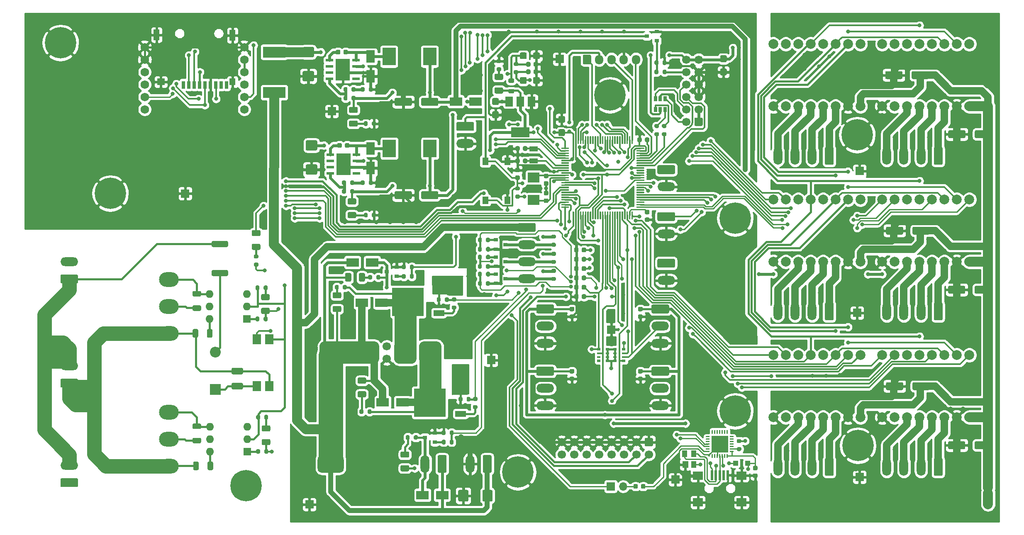
<source format=gtl>
G04 #@! TF.GenerationSoftware,KiCad,Pcbnew,(5.1.8)-1*
G04 #@! TF.CreationDate,2020-12-25T17:54:38+03:00*
G04 #@! TF.ProjectId,3d_print_main,33645f70-7269-46e7-945f-6d61696e2e6b,rev?*
G04 #@! TF.SameCoordinates,Original*
G04 #@! TF.FileFunction,Copper,L1,Top*
G04 #@! TF.FilePolarity,Positive*
%FSLAX46Y46*%
G04 Gerber Fmt 4.6, Leading zero omitted, Abs format (unit mm)*
G04 Created by KiCad (PCBNEW (5.1.8)-1) date 2020-12-25 17:54:38*
%MOMM*%
%LPD*%
G01*
G04 APERTURE LIST*
G04 #@! TA.AperFunction,ComponentPad*
%ADD10C,6.400000*%
G04 #@! TD*
G04 #@! TA.AperFunction,ComponentPad*
%ADD11C,0.800000*%
G04 #@! TD*
G04 #@! TA.AperFunction,ComponentPad*
%ADD12R,2.200000X2.200000*%
G04 #@! TD*
G04 #@! TA.AperFunction,ComponentPad*
%ADD13O,2.200000X2.200000*%
G04 #@! TD*
G04 #@! TA.AperFunction,ComponentPad*
%ADD14R,1.700000X1.700000*%
G04 #@! TD*
G04 #@! TA.AperFunction,ComponentPad*
%ADD15C,2.000000*%
G04 #@! TD*
G04 #@! TA.AperFunction,SMDPad,CuDef*
%ADD16R,2.400000X2.000000*%
G04 #@! TD*
G04 #@! TA.AperFunction,ComponentPad*
%ADD17O,4.000000X3.000000*%
G04 #@! TD*
G04 #@! TA.AperFunction,ComponentPad*
%ADD18O,1.800000X3.600000*%
G04 #@! TD*
G04 #@! TA.AperFunction,ComponentPad*
%ADD19O,1.700000X1.700000*%
G04 #@! TD*
G04 #@! TA.AperFunction,SMDPad,CuDef*
%ADD20R,0.700000X1.600000*%
G04 #@! TD*
G04 #@! TA.AperFunction,SMDPad,CuDef*
%ADD21R,1.200000X2.200000*%
G04 #@! TD*
G04 #@! TA.AperFunction,SMDPad,CuDef*
%ADD22R,1.600000X1.400000*%
G04 #@! TD*
G04 #@! TA.AperFunction,SMDPad,CuDef*
%ADD23R,1.200000X1.400000*%
G04 #@! TD*
G04 #@! TA.AperFunction,SMDPad,CuDef*
%ADD24R,1.000000X1.400000*%
G04 #@! TD*
G04 #@! TA.AperFunction,SMDPad,CuDef*
%ADD25R,1.800000X1.000000*%
G04 #@! TD*
G04 #@! TA.AperFunction,ComponentPad*
%ADD26C,1.750000*%
G04 #@! TD*
G04 #@! TA.AperFunction,SMDPad,CuDef*
%ADD27R,1.000000X1.000000*%
G04 #@! TD*
G04 #@! TA.AperFunction,ComponentPad*
%ADD28O,1.600000X1.600000*%
G04 #@! TD*
G04 #@! TA.AperFunction,ComponentPad*
%ADD29R,1.600000X1.600000*%
G04 #@! TD*
G04 #@! TA.AperFunction,ComponentPad*
%ADD30O,3.600000X1.800000*%
G04 #@! TD*
G04 #@! TA.AperFunction,SMDPad,CuDef*
%ADD31R,2.000000X1.700000*%
G04 #@! TD*
G04 #@! TA.AperFunction,SMDPad,CuDef*
%ADD32R,0.500000X2.000000*%
G04 #@! TD*
G04 #@! TA.AperFunction,ComponentPad*
%ADD33C,1.700000*%
G04 #@! TD*
G04 #@! TA.AperFunction,SMDPad,CuDef*
%ADD34R,3.350000X3.350000*%
G04 #@! TD*
G04 #@! TA.AperFunction,SMDPad,CuDef*
%ADD35R,0.650000X1.060000*%
G04 #@! TD*
G04 #@! TA.AperFunction,SMDPad,CuDef*
%ADD36R,1.780000X2.000000*%
G04 #@! TD*
G04 #@! TA.AperFunction,ComponentPad*
%ADD37C,0.600000*%
G04 #@! TD*
G04 #@! TA.AperFunction,SMDPad,CuDef*
%ADD38R,1.550000X0.600000*%
G04 #@! TD*
G04 #@! TA.AperFunction,SMDPad,CuDef*
%ADD39R,2.950000X4.500000*%
G04 #@! TD*
G04 #@! TA.AperFunction,SMDPad,CuDef*
%ADD40R,2.600000X3.100000*%
G04 #@! TD*
G04 #@! TA.AperFunction,SMDPad,CuDef*
%ADD41R,1.500000X2.000000*%
G04 #@! TD*
G04 #@! TA.AperFunction,SMDPad,CuDef*
%ADD42R,3.800000X2.000000*%
G04 #@! TD*
G04 #@! TA.AperFunction,SMDPad,CuDef*
%ADD43R,1.300000X1.550000*%
G04 #@! TD*
G04 #@! TA.AperFunction,SMDPad,CuDef*
%ADD44R,0.800000X0.500000*%
G04 #@! TD*
G04 #@! TA.AperFunction,SMDPad,CuDef*
%ADD45R,0.800000X0.400000*%
G04 #@! TD*
G04 #@! TA.AperFunction,SMDPad,CuDef*
%ADD46R,0.900000X0.800000*%
G04 #@! TD*
G04 #@! TA.AperFunction,SMDPad,CuDef*
%ADD47R,6.400000X5.800000*%
G04 #@! TD*
G04 #@! TA.AperFunction,SMDPad,CuDef*
%ADD48R,2.200000X1.200000*%
G04 #@! TD*
G04 #@! TA.AperFunction,SMDPad,CuDef*
%ADD49R,2.700000X3.600000*%
G04 #@! TD*
G04 #@! TA.AperFunction,ComponentPad*
%ADD50O,1.700000X1.950000*%
G04 #@! TD*
G04 #@! TA.AperFunction,SMDPad,CuDef*
%ADD51R,4.600000X2.300000*%
G04 #@! TD*
G04 #@! TA.AperFunction,SMDPad,CuDef*
%ADD52R,2.500000X1.800000*%
G04 #@! TD*
G04 #@! TA.AperFunction,SMDPad,CuDef*
%ADD53R,1.800000X2.500000*%
G04 #@! TD*
G04 #@! TA.AperFunction,ViaPad*
%ADD54C,0.800000*%
G04 #@! TD*
G04 #@! TA.AperFunction,Conductor*
%ADD55C,1.500000*%
G04 #@! TD*
G04 #@! TA.AperFunction,Conductor*
%ADD56C,0.400000*%
G04 #@! TD*
G04 #@! TA.AperFunction,Conductor*
%ADD57C,0.350000*%
G04 #@! TD*
G04 #@! TA.AperFunction,Conductor*
%ADD58C,0.600000*%
G04 #@! TD*
G04 #@! TA.AperFunction,Conductor*
%ADD59C,0.250000*%
G04 #@! TD*
G04 #@! TA.AperFunction,Conductor*
%ADD60C,0.300000*%
G04 #@! TD*
G04 #@! TA.AperFunction,Conductor*
%ADD61C,1.000000*%
G04 #@! TD*
G04 #@! TA.AperFunction,Conductor*
%ADD62C,2.000000*%
G04 #@! TD*
G04 #@! TA.AperFunction,Conductor*
%ADD63C,3.000000*%
G04 #@! TD*
G04 #@! TA.AperFunction,Conductor*
%ADD64C,5.000000*%
G04 #@! TD*
G04 #@! TA.AperFunction,Conductor*
%ADD65C,4.500000*%
G04 #@! TD*
G04 #@! TA.AperFunction,Conductor*
%ADD66C,0.254000*%
G04 #@! TD*
G04 #@! TA.AperFunction,Conductor*
%ADD67C,0.100000*%
G04 #@! TD*
G04 APERTURE END LIST*
D10*
X154813000Y-40894000D03*
D11*
X157213000Y-40894000D03*
X156510056Y-42591056D03*
X154813000Y-43294000D03*
X153115944Y-42591056D03*
X152413000Y-40894000D03*
X153115944Y-39196944D03*
X154813000Y-38494000D03*
X156510056Y-39196944D03*
D10*
X136017000Y-117856000D03*
D11*
X138417000Y-117856000D03*
X137714056Y-119553056D03*
X136017000Y-120256000D03*
X134319944Y-119553056D03*
X133617000Y-117856000D03*
X134319944Y-116158944D03*
X136017000Y-115456000D03*
X137714056Y-116158944D03*
D12*
X74295000Y-100965000D03*
D13*
X74295000Y-93345000D03*
D14*
X144526000Y-33528000D03*
G04 #@! TA.AperFunction,SMDPad,CuDef*
G36*
G01*
X147167000Y-50815000D02*
X147167000Y-49365000D01*
G75*
G02*
X147242000Y-49290000I75000J0D01*
G01*
X147392000Y-49290000D01*
G75*
G02*
X147467000Y-49365000I0J-75000D01*
G01*
X147467000Y-50815000D01*
G75*
G02*
X147392000Y-50890000I-75000J0D01*
G01*
X147242000Y-50890000D01*
G75*
G02*
X147167000Y-50815000I0J75000D01*
G01*
G37*
G04 #@! TD.AperFunction*
G04 #@! TA.AperFunction,SMDPad,CuDef*
G36*
G01*
X147667000Y-50815000D02*
X147667000Y-49365000D01*
G75*
G02*
X147742000Y-49290000I75000J0D01*
G01*
X147892000Y-49290000D01*
G75*
G02*
X147967000Y-49365000I0J-75000D01*
G01*
X147967000Y-50815000D01*
G75*
G02*
X147892000Y-50890000I-75000J0D01*
G01*
X147742000Y-50890000D01*
G75*
G02*
X147667000Y-50815000I0J75000D01*
G01*
G37*
G04 #@! TD.AperFunction*
G04 #@! TA.AperFunction,SMDPad,CuDef*
G36*
G01*
X148167000Y-50815000D02*
X148167000Y-49365000D01*
G75*
G02*
X148242000Y-49290000I75000J0D01*
G01*
X148392000Y-49290000D01*
G75*
G02*
X148467000Y-49365000I0J-75000D01*
G01*
X148467000Y-50815000D01*
G75*
G02*
X148392000Y-50890000I-75000J0D01*
G01*
X148242000Y-50890000D01*
G75*
G02*
X148167000Y-50815000I0J75000D01*
G01*
G37*
G04 #@! TD.AperFunction*
G04 #@! TA.AperFunction,SMDPad,CuDef*
G36*
G01*
X148667000Y-50815000D02*
X148667000Y-49365000D01*
G75*
G02*
X148742000Y-49290000I75000J0D01*
G01*
X148892000Y-49290000D01*
G75*
G02*
X148967000Y-49365000I0J-75000D01*
G01*
X148967000Y-50815000D01*
G75*
G02*
X148892000Y-50890000I-75000J0D01*
G01*
X148742000Y-50890000D01*
G75*
G02*
X148667000Y-50815000I0J75000D01*
G01*
G37*
G04 #@! TD.AperFunction*
G04 #@! TA.AperFunction,SMDPad,CuDef*
G36*
G01*
X149167000Y-50815000D02*
X149167000Y-49365000D01*
G75*
G02*
X149242000Y-49290000I75000J0D01*
G01*
X149392000Y-49290000D01*
G75*
G02*
X149467000Y-49365000I0J-75000D01*
G01*
X149467000Y-50815000D01*
G75*
G02*
X149392000Y-50890000I-75000J0D01*
G01*
X149242000Y-50890000D01*
G75*
G02*
X149167000Y-50815000I0J75000D01*
G01*
G37*
G04 #@! TD.AperFunction*
G04 #@! TA.AperFunction,SMDPad,CuDef*
G36*
G01*
X149667000Y-50815000D02*
X149667000Y-49365000D01*
G75*
G02*
X149742000Y-49290000I75000J0D01*
G01*
X149892000Y-49290000D01*
G75*
G02*
X149967000Y-49365000I0J-75000D01*
G01*
X149967000Y-50815000D01*
G75*
G02*
X149892000Y-50890000I-75000J0D01*
G01*
X149742000Y-50890000D01*
G75*
G02*
X149667000Y-50815000I0J75000D01*
G01*
G37*
G04 #@! TD.AperFunction*
G04 #@! TA.AperFunction,SMDPad,CuDef*
G36*
G01*
X150167000Y-50815000D02*
X150167000Y-49365000D01*
G75*
G02*
X150242000Y-49290000I75000J0D01*
G01*
X150392000Y-49290000D01*
G75*
G02*
X150467000Y-49365000I0J-75000D01*
G01*
X150467000Y-50815000D01*
G75*
G02*
X150392000Y-50890000I-75000J0D01*
G01*
X150242000Y-50890000D01*
G75*
G02*
X150167000Y-50815000I0J75000D01*
G01*
G37*
G04 #@! TD.AperFunction*
G04 #@! TA.AperFunction,SMDPad,CuDef*
G36*
G01*
X150667000Y-50815000D02*
X150667000Y-49365000D01*
G75*
G02*
X150742000Y-49290000I75000J0D01*
G01*
X150892000Y-49290000D01*
G75*
G02*
X150967000Y-49365000I0J-75000D01*
G01*
X150967000Y-50815000D01*
G75*
G02*
X150892000Y-50890000I-75000J0D01*
G01*
X150742000Y-50890000D01*
G75*
G02*
X150667000Y-50815000I0J75000D01*
G01*
G37*
G04 #@! TD.AperFunction*
G04 #@! TA.AperFunction,SMDPad,CuDef*
G36*
G01*
X151167000Y-50815000D02*
X151167000Y-49365000D01*
G75*
G02*
X151242000Y-49290000I75000J0D01*
G01*
X151392000Y-49290000D01*
G75*
G02*
X151467000Y-49365000I0J-75000D01*
G01*
X151467000Y-50815000D01*
G75*
G02*
X151392000Y-50890000I-75000J0D01*
G01*
X151242000Y-50890000D01*
G75*
G02*
X151167000Y-50815000I0J75000D01*
G01*
G37*
G04 #@! TD.AperFunction*
G04 #@! TA.AperFunction,SMDPad,CuDef*
G36*
G01*
X151667000Y-50815000D02*
X151667000Y-49365000D01*
G75*
G02*
X151742000Y-49290000I75000J0D01*
G01*
X151892000Y-49290000D01*
G75*
G02*
X151967000Y-49365000I0J-75000D01*
G01*
X151967000Y-50815000D01*
G75*
G02*
X151892000Y-50890000I-75000J0D01*
G01*
X151742000Y-50890000D01*
G75*
G02*
X151667000Y-50815000I0J75000D01*
G01*
G37*
G04 #@! TD.AperFunction*
G04 #@! TA.AperFunction,SMDPad,CuDef*
G36*
G01*
X152167000Y-50815000D02*
X152167000Y-49365000D01*
G75*
G02*
X152242000Y-49290000I75000J0D01*
G01*
X152392000Y-49290000D01*
G75*
G02*
X152467000Y-49365000I0J-75000D01*
G01*
X152467000Y-50815000D01*
G75*
G02*
X152392000Y-50890000I-75000J0D01*
G01*
X152242000Y-50890000D01*
G75*
G02*
X152167000Y-50815000I0J75000D01*
G01*
G37*
G04 #@! TD.AperFunction*
G04 #@! TA.AperFunction,SMDPad,CuDef*
G36*
G01*
X152667000Y-50815000D02*
X152667000Y-49365000D01*
G75*
G02*
X152742000Y-49290000I75000J0D01*
G01*
X152892000Y-49290000D01*
G75*
G02*
X152967000Y-49365000I0J-75000D01*
G01*
X152967000Y-50815000D01*
G75*
G02*
X152892000Y-50890000I-75000J0D01*
G01*
X152742000Y-50890000D01*
G75*
G02*
X152667000Y-50815000I0J75000D01*
G01*
G37*
G04 #@! TD.AperFunction*
G04 #@! TA.AperFunction,SMDPad,CuDef*
G36*
G01*
X153167000Y-50815000D02*
X153167000Y-49365000D01*
G75*
G02*
X153242000Y-49290000I75000J0D01*
G01*
X153392000Y-49290000D01*
G75*
G02*
X153467000Y-49365000I0J-75000D01*
G01*
X153467000Y-50815000D01*
G75*
G02*
X153392000Y-50890000I-75000J0D01*
G01*
X153242000Y-50890000D01*
G75*
G02*
X153167000Y-50815000I0J75000D01*
G01*
G37*
G04 #@! TD.AperFunction*
G04 #@! TA.AperFunction,SMDPad,CuDef*
G36*
G01*
X153667000Y-50815000D02*
X153667000Y-49365000D01*
G75*
G02*
X153742000Y-49290000I75000J0D01*
G01*
X153892000Y-49290000D01*
G75*
G02*
X153967000Y-49365000I0J-75000D01*
G01*
X153967000Y-50815000D01*
G75*
G02*
X153892000Y-50890000I-75000J0D01*
G01*
X153742000Y-50890000D01*
G75*
G02*
X153667000Y-50815000I0J75000D01*
G01*
G37*
G04 #@! TD.AperFunction*
G04 #@! TA.AperFunction,SMDPad,CuDef*
G36*
G01*
X154167000Y-50815000D02*
X154167000Y-49365000D01*
G75*
G02*
X154242000Y-49290000I75000J0D01*
G01*
X154392000Y-49290000D01*
G75*
G02*
X154467000Y-49365000I0J-75000D01*
G01*
X154467000Y-50815000D01*
G75*
G02*
X154392000Y-50890000I-75000J0D01*
G01*
X154242000Y-50890000D01*
G75*
G02*
X154167000Y-50815000I0J75000D01*
G01*
G37*
G04 #@! TD.AperFunction*
G04 #@! TA.AperFunction,SMDPad,CuDef*
G36*
G01*
X154667000Y-50815000D02*
X154667000Y-49365000D01*
G75*
G02*
X154742000Y-49290000I75000J0D01*
G01*
X154892000Y-49290000D01*
G75*
G02*
X154967000Y-49365000I0J-75000D01*
G01*
X154967000Y-50815000D01*
G75*
G02*
X154892000Y-50890000I-75000J0D01*
G01*
X154742000Y-50890000D01*
G75*
G02*
X154667000Y-50815000I0J75000D01*
G01*
G37*
G04 #@! TD.AperFunction*
G04 #@! TA.AperFunction,SMDPad,CuDef*
G36*
G01*
X155167000Y-50815000D02*
X155167000Y-49365000D01*
G75*
G02*
X155242000Y-49290000I75000J0D01*
G01*
X155392000Y-49290000D01*
G75*
G02*
X155467000Y-49365000I0J-75000D01*
G01*
X155467000Y-50815000D01*
G75*
G02*
X155392000Y-50890000I-75000J0D01*
G01*
X155242000Y-50890000D01*
G75*
G02*
X155167000Y-50815000I0J75000D01*
G01*
G37*
G04 #@! TD.AperFunction*
G04 #@! TA.AperFunction,SMDPad,CuDef*
G36*
G01*
X155667000Y-50815000D02*
X155667000Y-49365000D01*
G75*
G02*
X155742000Y-49290000I75000J0D01*
G01*
X155892000Y-49290000D01*
G75*
G02*
X155967000Y-49365000I0J-75000D01*
G01*
X155967000Y-50815000D01*
G75*
G02*
X155892000Y-50890000I-75000J0D01*
G01*
X155742000Y-50890000D01*
G75*
G02*
X155667000Y-50815000I0J75000D01*
G01*
G37*
G04 #@! TD.AperFunction*
G04 #@! TA.AperFunction,SMDPad,CuDef*
G36*
G01*
X156167000Y-50815000D02*
X156167000Y-49365000D01*
G75*
G02*
X156242000Y-49290000I75000J0D01*
G01*
X156392000Y-49290000D01*
G75*
G02*
X156467000Y-49365000I0J-75000D01*
G01*
X156467000Y-50815000D01*
G75*
G02*
X156392000Y-50890000I-75000J0D01*
G01*
X156242000Y-50890000D01*
G75*
G02*
X156167000Y-50815000I0J75000D01*
G01*
G37*
G04 #@! TD.AperFunction*
G04 #@! TA.AperFunction,SMDPad,CuDef*
G36*
G01*
X156667000Y-50815000D02*
X156667000Y-49365000D01*
G75*
G02*
X156742000Y-49290000I75000J0D01*
G01*
X156892000Y-49290000D01*
G75*
G02*
X156967000Y-49365000I0J-75000D01*
G01*
X156967000Y-50815000D01*
G75*
G02*
X156892000Y-50890000I-75000J0D01*
G01*
X156742000Y-50890000D01*
G75*
G02*
X156667000Y-50815000I0J75000D01*
G01*
G37*
G04 #@! TD.AperFunction*
G04 #@! TA.AperFunction,SMDPad,CuDef*
G36*
G01*
X157167000Y-50815000D02*
X157167000Y-49365000D01*
G75*
G02*
X157242000Y-49290000I75000J0D01*
G01*
X157392000Y-49290000D01*
G75*
G02*
X157467000Y-49365000I0J-75000D01*
G01*
X157467000Y-50815000D01*
G75*
G02*
X157392000Y-50890000I-75000J0D01*
G01*
X157242000Y-50890000D01*
G75*
G02*
X157167000Y-50815000I0J75000D01*
G01*
G37*
G04 #@! TD.AperFunction*
G04 #@! TA.AperFunction,SMDPad,CuDef*
G36*
G01*
X157667000Y-50815000D02*
X157667000Y-49365000D01*
G75*
G02*
X157742000Y-49290000I75000J0D01*
G01*
X157892000Y-49290000D01*
G75*
G02*
X157967000Y-49365000I0J-75000D01*
G01*
X157967000Y-50815000D01*
G75*
G02*
X157892000Y-50890000I-75000J0D01*
G01*
X157742000Y-50890000D01*
G75*
G02*
X157667000Y-50815000I0J75000D01*
G01*
G37*
G04 #@! TD.AperFunction*
G04 #@! TA.AperFunction,SMDPad,CuDef*
G36*
G01*
X158167000Y-50815000D02*
X158167000Y-49365000D01*
G75*
G02*
X158242000Y-49290000I75000J0D01*
G01*
X158392000Y-49290000D01*
G75*
G02*
X158467000Y-49365000I0J-75000D01*
G01*
X158467000Y-50815000D01*
G75*
G02*
X158392000Y-50890000I-75000J0D01*
G01*
X158242000Y-50890000D01*
G75*
G02*
X158167000Y-50815000I0J75000D01*
G01*
G37*
G04 #@! TD.AperFunction*
G04 #@! TA.AperFunction,SMDPad,CuDef*
G36*
G01*
X158667000Y-50815000D02*
X158667000Y-49365000D01*
G75*
G02*
X158742000Y-49290000I75000J0D01*
G01*
X158892000Y-49290000D01*
G75*
G02*
X158967000Y-49365000I0J-75000D01*
G01*
X158967000Y-50815000D01*
G75*
G02*
X158892000Y-50890000I-75000J0D01*
G01*
X158742000Y-50890000D01*
G75*
G02*
X158667000Y-50815000I0J75000D01*
G01*
G37*
G04 #@! TD.AperFunction*
G04 #@! TA.AperFunction,SMDPad,CuDef*
G36*
G01*
X159167000Y-50815000D02*
X159167000Y-49365000D01*
G75*
G02*
X159242000Y-49290000I75000J0D01*
G01*
X159392000Y-49290000D01*
G75*
G02*
X159467000Y-49365000I0J-75000D01*
G01*
X159467000Y-50815000D01*
G75*
G02*
X159392000Y-50890000I-75000J0D01*
G01*
X159242000Y-50890000D01*
G75*
G02*
X159167000Y-50815000I0J75000D01*
G01*
G37*
G04 #@! TD.AperFunction*
G04 #@! TA.AperFunction,SMDPad,CuDef*
G36*
G01*
X160192000Y-51840000D02*
X160192000Y-51690000D01*
G75*
G02*
X160267000Y-51615000I75000J0D01*
G01*
X161717000Y-51615000D01*
G75*
G02*
X161792000Y-51690000I0J-75000D01*
G01*
X161792000Y-51840000D01*
G75*
G02*
X161717000Y-51915000I-75000J0D01*
G01*
X160267000Y-51915000D01*
G75*
G02*
X160192000Y-51840000I0J75000D01*
G01*
G37*
G04 #@! TD.AperFunction*
G04 #@! TA.AperFunction,SMDPad,CuDef*
G36*
G01*
X160192000Y-52340000D02*
X160192000Y-52190000D01*
G75*
G02*
X160267000Y-52115000I75000J0D01*
G01*
X161717000Y-52115000D01*
G75*
G02*
X161792000Y-52190000I0J-75000D01*
G01*
X161792000Y-52340000D01*
G75*
G02*
X161717000Y-52415000I-75000J0D01*
G01*
X160267000Y-52415000D01*
G75*
G02*
X160192000Y-52340000I0J75000D01*
G01*
G37*
G04 #@! TD.AperFunction*
G04 #@! TA.AperFunction,SMDPad,CuDef*
G36*
G01*
X160192000Y-52840000D02*
X160192000Y-52690000D01*
G75*
G02*
X160267000Y-52615000I75000J0D01*
G01*
X161717000Y-52615000D01*
G75*
G02*
X161792000Y-52690000I0J-75000D01*
G01*
X161792000Y-52840000D01*
G75*
G02*
X161717000Y-52915000I-75000J0D01*
G01*
X160267000Y-52915000D01*
G75*
G02*
X160192000Y-52840000I0J75000D01*
G01*
G37*
G04 #@! TD.AperFunction*
G04 #@! TA.AperFunction,SMDPad,CuDef*
G36*
G01*
X160192000Y-53340000D02*
X160192000Y-53190000D01*
G75*
G02*
X160267000Y-53115000I75000J0D01*
G01*
X161717000Y-53115000D01*
G75*
G02*
X161792000Y-53190000I0J-75000D01*
G01*
X161792000Y-53340000D01*
G75*
G02*
X161717000Y-53415000I-75000J0D01*
G01*
X160267000Y-53415000D01*
G75*
G02*
X160192000Y-53340000I0J75000D01*
G01*
G37*
G04 #@! TD.AperFunction*
G04 #@! TA.AperFunction,SMDPad,CuDef*
G36*
G01*
X160192000Y-53840000D02*
X160192000Y-53690000D01*
G75*
G02*
X160267000Y-53615000I75000J0D01*
G01*
X161717000Y-53615000D01*
G75*
G02*
X161792000Y-53690000I0J-75000D01*
G01*
X161792000Y-53840000D01*
G75*
G02*
X161717000Y-53915000I-75000J0D01*
G01*
X160267000Y-53915000D01*
G75*
G02*
X160192000Y-53840000I0J75000D01*
G01*
G37*
G04 #@! TD.AperFunction*
G04 #@! TA.AperFunction,SMDPad,CuDef*
G36*
G01*
X160192000Y-54340000D02*
X160192000Y-54190000D01*
G75*
G02*
X160267000Y-54115000I75000J0D01*
G01*
X161717000Y-54115000D01*
G75*
G02*
X161792000Y-54190000I0J-75000D01*
G01*
X161792000Y-54340000D01*
G75*
G02*
X161717000Y-54415000I-75000J0D01*
G01*
X160267000Y-54415000D01*
G75*
G02*
X160192000Y-54340000I0J75000D01*
G01*
G37*
G04 #@! TD.AperFunction*
G04 #@! TA.AperFunction,SMDPad,CuDef*
G36*
G01*
X160192000Y-54840000D02*
X160192000Y-54690000D01*
G75*
G02*
X160267000Y-54615000I75000J0D01*
G01*
X161717000Y-54615000D01*
G75*
G02*
X161792000Y-54690000I0J-75000D01*
G01*
X161792000Y-54840000D01*
G75*
G02*
X161717000Y-54915000I-75000J0D01*
G01*
X160267000Y-54915000D01*
G75*
G02*
X160192000Y-54840000I0J75000D01*
G01*
G37*
G04 #@! TD.AperFunction*
G04 #@! TA.AperFunction,SMDPad,CuDef*
G36*
G01*
X160192000Y-55340000D02*
X160192000Y-55190000D01*
G75*
G02*
X160267000Y-55115000I75000J0D01*
G01*
X161717000Y-55115000D01*
G75*
G02*
X161792000Y-55190000I0J-75000D01*
G01*
X161792000Y-55340000D01*
G75*
G02*
X161717000Y-55415000I-75000J0D01*
G01*
X160267000Y-55415000D01*
G75*
G02*
X160192000Y-55340000I0J75000D01*
G01*
G37*
G04 #@! TD.AperFunction*
G04 #@! TA.AperFunction,SMDPad,CuDef*
G36*
G01*
X160192000Y-55840000D02*
X160192000Y-55690000D01*
G75*
G02*
X160267000Y-55615000I75000J0D01*
G01*
X161717000Y-55615000D01*
G75*
G02*
X161792000Y-55690000I0J-75000D01*
G01*
X161792000Y-55840000D01*
G75*
G02*
X161717000Y-55915000I-75000J0D01*
G01*
X160267000Y-55915000D01*
G75*
G02*
X160192000Y-55840000I0J75000D01*
G01*
G37*
G04 #@! TD.AperFunction*
G04 #@! TA.AperFunction,SMDPad,CuDef*
G36*
G01*
X160192000Y-56340000D02*
X160192000Y-56190000D01*
G75*
G02*
X160267000Y-56115000I75000J0D01*
G01*
X161717000Y-56115000D01*
G75*
G02*
X161792000Y-56190000I0J-75000D01*
G01*
X161792000Y-56340000D01*
G75*
G02*
X161717000Y-56415000I-75000J0D01*
G01*
X160267000Y-56415000D01*
G75*
G02*
X160192000Y-56340000I0J75000D01*
G01*
G37*
G04 #@! TD.AperFunction*
G04 #@! TA.AperFunction,SMDPad,CuDef*
G36*
G01*
X160192000Y-56840000D02*
X160192000Y-56690000D01*
G75*
G02*
X160267000Y-56615000I75000J0D01*
G01*
X161717000Y-56615000D01*
G75*
G02*
X161792000Y-56690000I0J-75000D01*
G01*
X161792000Y-56840000D01*
G75*
G02*
X161717000Y-56915000I-75000J0D01*
G01*
X160267000Y-56915000D01*
G75*
G02*
X160192000Y-56840000I0J75000D01*
G01*
G37*
G04 #@! TD.AperFunction*
G04 #@! TA.AperFunction,SMDPad,CuDef*
G36*
G01*
X160192000Y-57340000D02*
X160192000Y-57190000D01*
G75*
G02*
X160267000Y-57115000I75000J0D01*
G01*
X161717000Y-57115000D01*
G75*
G02*
X161792000Y-57190000I0J-75000D01*
G01*
X161792000Y-57340000D01*
G75*
G02*
X161717000Y-57415000I-75000J0D01*
G01*
X160267000Y-57415000D01*
G75*
G02*
X160192000Y-57340000I0J75000D01*
G01*
G37*
G04 #@! TD.AperFunction*
G04 #@! TA.AperFunction,SMDPad,CuDef*
G36*
G01*
X160192000Y-57840000D02*
X160192000Y-57690000D01*
G75*
G02*
X160267000Y-57615000I75000J0D01*
G01*
X161717000Y-57615000D01*
G75*
G02*
X161792000Y-57690000I0J-75000D01*
G01*
X161792000Y-57840000D01*
G75*
G02*
X161717000Y-57915000I-75000J0D01*
G01*
X160267000Y-57915000D01*
G75*
G02*
X160192000Y-57840000I0J75000D01*
G01*
G37*
G04 #@! TD.AperFunction*
G04 #@! TA.AperFunction,SMDPad,CuDef*
G36*
G01*
X160192000Y-58340000D02*
X160192000Y-58190000D01*
G75*
G02*
X160267000Y-58115000I75000J0D01*
G01*
X161717000Y-58115000D01*
G75*
G02*
X161792000Y-58190000I0J-75000D01*
G01*
X161792000Y-58340000D01*
G75*
G02*
X161717000Y-58415000I-75000J0D01*
G01*
X160267000Y-58415000D01*
G75*
G02*
X160192000Y-58340000I0J75000D01*
G01*
G37*
G04 #@! TD.AperFunction*
G04 #@! TA.AperFunction,SMDPad,CuDef*
G36*
G01*
X160192000Y-58840000D02*
X160192000Y-58690000D01*
G75*
G02*
X160267000Y-58615000I75000J0D01*
G01*
X161717000Y-58615000D01*
G75*
G02*
X161792000Y-58690000I0J-75000D01*
G01*
X161792000Y-58840000D01*
G75*
G02*
X161717000Y-58915000I-75000J0D01*
G01*
X160267000Y-58915000D01*
G75*
G02*
X160192000Y-58840000I0J75000D01*
G01*
G37*
G04 #@! TD.AperFunction*
G04 #@! TA.AperFunction,SMDPad,CuDef*
G36*
G01*
X160192000Y-59340000D02*
X160192000Y-59190000D01*
G75*
G02*
X160267000Y-59115000I75000J0D01*
G01*
X161717000Y-59115000D01*
G75*
G02*
X161792000Y-59190000I0J-75000D01*
G01*
X161792000Y-59340000D01*
G75*
G02*
X161717000Y-59415000I-75000J0D01*
G01*
X160267000Y-59415000D01*
G75*
G02*
X160192000Y-59340000I0J75000D01*
G01*
G37*
G04 #@! TD.AperFunction*
G04 #@! TA.AperFunction,SMDPad,CuDef*
G36*
G01*
X160192000Y-59840000D02*
X160192000Y-59690000D01*
G75*
G02*
X160267000Y-59615000I75000J0D01*
G01*
X161717000Y-59615000D01*
G75*
G02*
X161792000Y-59690000I0J-75000D01*
G01*
X161792000Y-59840000D01*
G75*
G02*
X161717000Y-59915000I-75000J0D01*
G01*
X160267000Y-59915000D01*
G75*
G02*
X160192000Y-59840000I0J75000D01*
G01*
G37*
G04 #@! TD.AperFunction*
G04 #@! TA.AperFunction,SMDPad,CuDef*
G36*
G01*
X160192000Y-60340000D02*
X160192000Y-60190000D01*
G75*
G02*
X160267000Y-60115000I75000J0D01*
G01*
X161717000Y-60115000D01*
G75*
G02*
X161792000Y-60190000I0J-75000D01*
G01*
X161792000Y-60340000D01*
G75*
G02*
X161717000Y-60415000I-75000J0D01*
G01*
X160267000Y-60415000D01*
G75*
G02*
X160192000Y-60340000I0J75000D01*
G01*
G37*
G04 #@! TD.AperFunction*
G04 #@! TA.AperFunction,SMDPad,CuDef*
G36*
G01*
X160192000Y-60840000D02*
X160192000Y-60690000D01*
G75*
G02*
X160267000Y-60615000I75000J0D01*
G01*
X161717000Y-60615000D01*
G75*
G02*
X161792000Y-60690000I0J-75000D01*
G01*
X161792000Y-60840000D01*
G75*
G02*
X161717000Y-60915000I-75000J0D01*
G01*
X160267000Y-60915000D01*
G75*
G02*
X160192000Y-60840000I0J75000D01*
G01*
G37*
G04 #@! TD.AperFunction*
G04 #@! TA.AperFunction,SMDPad,CuDef*
G36*
G01*
X160192000Y-61340000D02*
X160192000Y-61190000D01*
G75*
G02*
X160267000Y-61115000I75000J0D01*
G01*
X161717000Y-61115000D01*
G75*
G02*
X161792000Y-61190000I0J-75000D01*
G01*
X161792000Y-61340000D01*
G75*
G02*
X161717000Y-61415000I-75000J0D01*
G01*
X160267000Y-61415000D01*
G75*
G02*
X160192000Y-61340000I0J75000D01*
G01*
G37*
G04 #@! TD.AperFunction*
G04 #@! TA.AperFunction,SMDPad,CuDef*
G36*
G01*
X160192000Y-61840000D02*
X160192000Y-61690000D01*
G75*
G02*
X160267000Y-61615000I75000J0D01*
G01*
X161717000Y-61615000D01*
G75*
G02*
X161792000Y-61690000I0J-75000D01*
G01*
X161792000Y-61840000D01*
G75*
G02*
X161717000Y-61915000I-75000J0D01*
G01*
X160267000Y-61915000D01*
G75*
G02*
X160192000Y-61840000I0J75000D01*
G01*
G37*
G04 #@! TD.AperFunction*
G04 #@! TA.AperFunction,SMDPad,CuDef*
G36*
G01*
X160192000Y-62340000D02*
X160192000Y-62190000D01*
G75*
G02*
X160267000Y-62115000I75000J0D01*
G01*
X161717000Y-62115000D01*
G75*
G02*
X161792000Y-62190000I0J-75000D01*
G01*
X161792000Y-62340000D01*
G75*
G02*
X161717000Y-62415000I-75000J0D01*
G01*
X160267000Y-62415000D01*
G75*
G02*
X160192000Y-62340000I0J75000D01*
G01*
G37*
G04 #@! TD.AperFunction*
G04 #@! TA.AperFunction,SMDPad,CuDef*
G36*
G01*
X160192000Y-62840000D02*
X160192000Y-62690000D01*
G75*
G02*
X160267000Y-62615000I75000J0D01*
G01*
X161717000Y-62615000D01*
G75*
G02*
X161792000Y-62690000I0J-75000D01*
G01*
X161792000Y-62840000D01*
G75*
G02*
X161717000Y-62915000I-75000J0D01*
G01*
X160267000Y-62915000D01*
G75*
G02*
X160192000Y-62840000I0J75000D01*
G01*
G37*
G04 #@! TD.AperFunction*
G04 #@! TA.AperFunction,SMDPad,CuDef*
G36*
G01*
X160192000Y-63340000D02*
X160192000Y-63190000D01*
G75*
G02*
X160267000Y-63115000I75000J0D01*
G01*
X161717000Y-63115000D01*
G75*
G02*
X161792000Y-63190000I0J-75000D01*
G01*
X161792000Y-63340000D01*
G75*
G02*
X161717000Y-63415000I-75000J0D01*
G01*
X160267000Y-63415000D01*
G75*
G02*
X160192000Y-63340000I0J75000D01*
G01*
G37*
G04 #@! TD.AperFunction*
G04 #@! TA.AperFunction,SMDPad,CuDef*
G36*
G01*
X160192000Y-63840000D02*
X160192000Y-63690000D01*
G75*
G02*
X160267000Y-63615000I75000J0D01*
G01*
X161717000Y-63615000D01*
G75*
G02*
X161792000Y-63690000I0J-75000D01*
G01*
X161792000Y-63840000D01*
G75*
G02*
X161717000Y-63915000I-75000J0D01*
G01*
X160267000Y-63915000D01*
G75*
G02*
X160192000Y-63840000I0J75000D01*
G01*
G37*
G04 #@! TD.AperFunction*
G04 #@! TA.AperFunction,SMDPad,CuDef*
G36*
G01*
X159167000Y-66165000D02*
X159167000Y-64715000D01*
G75*
G02*
X159242000Y-64640000I75000J0D01*
G01*
X159392000Y-64640000D01*
G75*
G02*
X159467000Y-64715000I0J-75000D01*
G01*
X159467000Y-66165000D01*
G75*
G02*
X159392000Y-66240000I-75000J0D01*
G01*
X159242000Y-66240000D01*
G75*
G02*
X159167000Y-66165000I0J75000D01*
G01*
G37*
G04 #@! TD.AperFunction*
G04 #@! TA.AperFunction,SMDPad,CuDef*
G36*
G01*
X158667000Y-66165000D02*
X158667000Y-64715000D01*
G75*
G02*
X158742000Y-64640000I75000J0D01*
G01*
X158892000Y-64640000D01*
G75*
G02*
X158967000Y-64715000I0J-75000D01*
G01*
X158967000Y-66165000D01*
G75*
G02*
X158892000Y-66240000I-75000J0D01*
G01*
X158742000Y-66240000D01*
G75*
G02*
X158667000Y-66165000I0J75000D01*
G01*
G37*
G04 #@! TD.AperFunction*
G04 #@! TA.AperFunction,SMDPad,CuDef*
G36*
G01*
X158167000Y-66165000D02*
X158167000Y-64715000D01*
G75*
G02*
X158242000Y-64640000I75000J0D01*
G01*
X158392000Y-64640000D01*
G75*
G02*
X158467000Y-64715000I0J-75000D01*
G01*
X158467000Y-66165000D01*
G75*
G02*
X158392000Y-66240000I-75000J0D01*
G01*
X158242000Y-66240000D01*
G75*
G02*
X158167000Y-66165000I0J75000D01*
G01*
G37*
G04 #@! TD.AperFunction*
G04 #@! TA.AperFunction,SMDPad,CuDef*
G36*
G01*
X157667000Y-66165000D02*
X157667000Y-64715000D01*
G75*
G02*
X157742000Y-64640000I75000J0D01*
G01*
X157892000Y-64640000D01*
G75*
G02*
X157967000Y-64715000I0J-75000D01*
G01*
X157967000Y-66165000D01*
G75*
G02*
X157892000Y-66240000I-75000J0D01*
G01*
X157742000Y-66240000D01*
G75*
G02*
X157667000Y-66165000I0J75000D01*
G01*
G37*
G04 #@! TD.AperFunction*
G04 #@! TA.AperFunction,SMDPad,CuDef*
G36*
G01*
X157167000Y-66165000D02*
X157167000Y-64715000D01*
G75*
G02*
X157242000Y-64640000I75000J0D01*
G01*
X157392000Y-64640000D01*
G75*
G02*
X157467000Y-64715000I0J-75000D01*
G01*
X157467000Y-66165000D01*
G75*
G02*
X157392000Y-66240000I-75000J0D01*
G01*
X157242000Y-66240000D01*
G75*
G02*
X157167000Y-66165000I0J75000D01*
G01*
G37*
G04 #@! TD.AperFunction*
G04 #@! TA.AperFunction,SMDPad,CuDef*
G36*
G01*
X156667000Y-66165000D02*
X156667000Y-64715000D01*
G75*
G02*
X156742000Y-64640000I75000J0D01*
G01*
X156892000Y-64640000D01*
G75*
G02*
X156967000Y-64715000I0J-75000D01*
G01*
X156967000Y-66165000D01*
G75*
G02*
X156892000Y-66240000I-75000J0D01*
G01*
X156742000Y-66240000D01*
G75*
G02*
X156667000Y-66165000I0J75000D01*
G01*
G37*
G04 #@! TD.AperFunction*
G04 #@! TA.AperFunction,SMDPad,CuDef*
G36*
G01*
X156167000Y-66165000D02*
X156167000Y-64715000D01*
G75*
G02*
X156242000Y-64640000I75000J0D01*
G01*
X156392000Y-64640000D01*
G75*
G02*
X156467000Y-64715000I0J-75000D01*
G01*
X156467000Y-66165000D01*
G75*
G02*
X156392000Y-66240000I-75000J0D01*
G01*
X156242000Y-66240000D01*
G75*
G02*
X156167000Y-66165000I0J75000D01*
G01*
G37*
G04 #@! TD.AperFunction*
G04 #@! TA.AperFunction,SMDPad,CuDef*
G36*
G01*
X155667000Y-66165000D02*
X155667000Y-64715000D01*
G75*
G02*
X155742000Y-64640000I75000J0D01*
G01*
X155892000Y-64640000D01*
G75*
G02*
X155967000Y-64715000I0J-75000D01*
G01*
X155967000Y-66165000D01*
G75*
G02*
X155892000Y-66240000I-75000J0D01*
G01*
X155742000Y-66240000D01*
G75*
G02*
X155667000Y-66165000I0J75000D01*
G01*
G37*
G04 #@! TD.AperFunction*
G04 #@! TA.AperFunction,SMDPad,CuDef*
G36*
G01*
X155167000Y-66165000D02*
X155167000Y-64715000D01*
G75*
G02*
X155242000Y-64640000I75000J0D01*
G01*
X155392000Y-64640000D01*
G75*
G02*
X155467000Y-64715000I0J-75000D01*
G01*
X155467000Y-66165000D01*
G75*
G02*
X155392000Y-66240000I-75000J0D01*
G01*
X155242000Y-66240000D01*
G75*
G02*
X155167000Y-66165000I0J75000D01*
G01*
G37*
G04 #@! TD.AperFunction*
G04 #@! TA.AperFunction,SMDPad,CuDef*
G36*
G01*
X154667000Y-66165000D02*
X154667000Y-64715000D01*
G75*
G02*
X154742000Y-64640000I75000J0D01*
G01*
X154892000Y-64640000D01*
G75*
G02*
X154967000Y-64715000I0J-75000D01*
G01*
X154967000Y-66165000D01*
G75*
G02*
X154892000Y-66240000I-75000J0D01*
G01*
X154742000Y-66240000D01*
G75*
G02*
X154667000Y-66165000I0J75000D01*
G01*
G37*
G04 #@! TD.AperFunction*
G04 #@! TA.AperFunction,SMDPad,CuDef*
G36*
G01*
X154167000Y-66165000D02*
X154167000Y-64715000D01*
G75*
G02*
X154242000Y-64640000I75000J0D01*
G01*
X154392000Y-64640000D01*
G75*
G02*
X154467000Y-64715000I0J-75000D01*
G01*
X154467000Y-66165000D01*
G75*
G02*
X154392000Y-66240000I-75000J0D01*
G01*
X154242000Y-66240000D01*
G75*
G02*
X154167000Y-66165000I0J75000D01*
G01*
G37*
G04 #@! TD.AperFunction*
G04 #@! TA.AperFunction,SMDPad,CuDef*
G36*
G01*
X153667000Y-66165000D02*
X153667000Y-64715000D01*
G75*
G02*
X153742000Y-64640000I75000J0D01*
G01*
X153892000Y-64640000D01*
G75*
G02*
X153967000Y-64715000I0J-75000D01*
G01*
X153967000Y-66165000D01*
G75*
G02*
X153892000Y-66240000I-75000J0D01*
G01*
X153742000Y-66240000D01*
G75*
G02*
X153667000Y-66165000I0J75000D01*
G01*
G37*
G04 #@! TD.AperFunction*
G04 #@! TA.AperFunction,SMDPad,CuDef*
G36*
G01*
X153167000Y-66165000D02*
X153167000Y-64715000D01*
G75*
G02*
X153242000Y-64640000I75000J0D01*
G01*
X153392000Y-64640000D01*
G75*
G02*
X153467000Y-64715000I0J-75000D01*
G01*
X153467000Y-66165000D01*
G75*
G02*
X153392000Y-66240000I-75000J0D01*
G01*
X153242000Y-66240000D01*
G75*
G02*
X153167000Y-66165000I0J75000D01*
G01*
G37*
G04 #@! TD.AperFunction*
G04 #@! TA.AperFunction,SMDPad,CuDef*
G36*
G01*
X152667000Y-66165000D02*
X152667000Y-64715000D01*
G75*
G02*
X152742000Y-64640000I75000J0D01*
G01*
X152892000Y-64640000D01*
G75*
G02*
X152967000Y-64715000I0J-75000D01*
G01*
X152967000Y-66165000D01*
G75*
G02*
X152892000Y-66240000I-75000J0D01*
G01*
X152742000Y-66240000D01*
G75*
G02*
X152667000Y-66165000I0J75000D01*
G01*
G37*
G04 #@! TD.AperFunction*
G04 #@! TA.AperFunction,SMDPad,CuDef*
G36*
G01*
X152167000Y-66165000D02*
X152167000Y-64715000D01*
G75*
G02*
X152242000Y-64640000I75000J0D01*
G01*
X152392000Y-64640000D01*
G75*
G02*
X152467000Y-64715000I0J-75000D01*
G01*
X152467000Y-66165000D01*
G75*
G02*
X152392000Y-66240000I-75000J0D01*
G01*
X152242000Y-66240000D01*
G75*
G02*
X152167000Y-66165000I0J75000D01*
G01*
G37*
G04 #@! TD.AperFunction*
G04 #@! TA.AperFunction,SMDPad,CuDef*
G36*
G01*
X151667000Y-66165000D02*
X151667000Y-64715000D01*
G75*
G02*
X151742000Y-64640000I75000J0D01*
G01*
X151892000Y-64640000D01*
G75*
G02*
X151967000Y-64715000I0J-75000D01*
G01*
X151967000Y-66165000D01*
G75*
G02*
X151892000Y-66240000I-75000J0D01*
G01*
X151742000Y-66240000D01*
G75*
G02*
X151667000Y-66165000I0J75000D01*
G01*
G37*
G04 #@! TD.AperFunction*
G04 #@! TA.AperFunction,SMDPad,CuDef*
G36*
G01*
X151167000Y-66165000D02*
X151167000Y-64715000D01*
G75*
G02*
X151242000Y-64640000I75000J0D01*
G01*
X151392000Y-64640000D01*
G75*
G02*
X151467000Y-64715000I0J-75000D01*
G01*
X151467000Y-66165000D01*
G75*
G02*
X151392000Y-66240000I-75000J0D01*
G01*
X151242000Y-66240000D01*
G75*
G02*
X151167000Y-66165000I0J75000D01*
G01*
G37*
G04 #@! TD.AperFunction*
G04 #@! TA.AperFunction,SMDPad,CuDef*
G36*
G01*
X150667000Y-66165000D02*
X150667000Y-64715000D01*
G75*
G02*
X150742000Y-64640000I75000J0D01*
G01*
X150892000Y-64640000D01*
G75*
G02*
X150967000Y-64715000I0J-75000D01*
G01*
X150967000Y-66165000D01*
G75*
G02*
X150892000Y-66240000I-75000J0D01*
G01*
X150742000Y-66240000D01*
G75*
G02*
X150667000Y-66165000I0J75000D01*
G01*
G37*
G04 #@! TD.AperFunction*
G04 #@! TA.AperFunction,SMDPad,CuDef*
G36*
G01*
X150167000Y-66165000D02*
X150167000Y-64715000D01*
G75*
G02*
X150242000Y-64640000I75000J0D01*
G01*
X150392000Y-64640000D01*
G75*
G02*
X150467000Y-64715000I0J-75000D01*
G01*
X150467000Y-66165000D01*
G75*
G02*
X150392000Y-66240000I-75000J0D01*
G01*
X150242000Y-66240000D01*
G75*
G02*
X150167000Y-66165000I0J75000D01*
G01*
G37*
G04 #@! TD.AperFunction*
G04 #@! TA.AperFunction,SMDPad,CuDef*
G36*
G01*
X149667000Y-66165000D02*
X149667000Y-64715000D01*
G75*
G02*
X149742000Y-64640000I75000J0D01*
G01*
X149892000Y-64640000D01*
G75*
G02*
X149967000Y-64715000I0J-75000D01*
G01*
X149967000Y-66165000D01*
G75*
G02*
X149892000Y-66240000I-75000J0D01*
G01*
X149742000Y-66240000D01*
G75*
G02*
X149667000Y-66165000I0J75000D01*
G01*
G37*
G04 #@! TD.AperFunction*
G04 #@! TA.AperFunction,SMDPad,CuDef*
G36*
G01*
X149167000Y-66165000D02*
X149167000Y-64715000D01*
G75*
G02*
X149242000Y-64640000I75000J0D01*
G01*
X149392000Y-64640000D01*
G75*
G02*
X149467000Y-64715000I0J-75000D01*
G01*
X149467000Y-66165000D01*
G75*
G02*
X149392000Y-66240000I-75000J0D01*
G01*
X149242000Y-66240000D01*
G75*
G02*
X149167000Y-66165000I0J75000D01*
G01*
G37*
G04 #@! TD.AperFunction*
G04 #@! TA.AperFunction,SMDPad,CuDef*
G36*
G01*
X148667000Y-66165000D02*
X148667000Y-64715000D01*
G75*
G02*
X148742000Y-64640000I75000J0D01*
G01*
X148892000Y-64640000D01*
G75*
G02*
X148967000Y-64715000I0J-75000D01*
G01*
X148967000Y-66165000D01*
G75*
G02*
X148892000Y-66240000I-75000J0D01*
G01*
X148742000Y-66240000D01*
G75*
G02*
X148667000Y-66165000I0J75000D01*
G01*
G37*
G04 #@! TD.AperFunction*
G04 #@! TA.AperFunction,SMDPad,CuDef*
G36*
G01*
X148167000Y-66165000D02*
X148167000Y-64715000D01*
G75*
G02*
X148242000Y-64640000I75000J0D01*
G01*
X148392000Y-64640000D01*
G75*
G02*
X148467000Y-64715000I0J-75000D01*
G01*
X148467000Y-66165000D01*
G75*
G02*
X148392000Y-66240000I-75000J0D01*
G01*
X148242000Y-66240000D01*
G75*
G02*
X148167000Y-66165000I0J75000D01*
G01*
G37*
G04 #@! TD.AperFunction*
G04 #@! TA.AperFunction,SMDPad,CuDef*
G36*
G01*
X147667000Y-66165000D02*
X147667000Y-64715000D01*
G75*
G02*
X147742000Y-64640000I75000J0D01*
G01*
X147892000Y-64640000D01*
G75*
G02*
X147967000Y-64715000I0J-75000D01*
G01*
X147967000Y-66165000D01*
G75*
G02*
X147892000Y-66240000I-75000J0D01*
G01*
X147742000Y-66240000D01*
G75*
G02*
X147667000Y-66165000I0J75000D01*
G01*
G37*
G04 #@! TD.AperFunction*
G04 #@! TA.AperFunction,SMDPad,CuDef*
G36*
G01*
X147167000Y-66165000D02*
X147167000Y-64715000D01*
G75*
G02*
X147242000Y-64640000I75000J0D01*
G01*
X147392000Y-64640000D01*
G75*
G02*
X147467000Y-64715000I0J-75000D01*
G01*
X147467000Y-66165000D01*
G75*
G02*
X147392000Y-66240000I-75000J0D01*
G01*
X147242000Y-66240000D01*
G75*
G02*
X147167000Y-66165000I0J75000D01*
G01*
G37*
G04 #@! TD.AperFunction*
G04 #@! TA.AperFunction,SMDPad,CuDef*
G36*
G01*
X144842000Y-63840000D02*
X144842000Y-63690000D01*
G75*
G02*
X144917000Y-63615000I75000J0D01*
G01*
X146367000Y-63615000D01*
G75*
G02*
X146442000Y-63690000I0J-75000D01*
G01*
X146442000Y-63840000D01*
G75*
G02*
X146367000Y-63915000I-75000J0D01*
G01*
X144917000Y-63915000D01*
G75*
G02*
X144842000Y-63840000I0J75000D01*
G01*
G37*
G04 #@! TD.AperFunction*
G04 #@! TA.AperFunction,SMDPad,CuDef*
G36*
G01*
X144842000Y-63340000D02*
X144842000Y-63190000D01*
G75*
G02*
X144917000Y-63115000I75000J0D01*
G01*
X146367000Y-63115000D01*
G75*
G02*
X146442000Y-63190000I0J-75000D01*
G01*
X146442000Y-63340000D01*
G75*
G02*
X146367000Y-63415000I-75000J0D01*
G01*
X144917000Y-63415000D01*
G75*
G02*
X144842000Y-63340000I0J75000D01*
G01*
G37*
G04 #@! TD.AperFunction*
G04 #@! TA.AperFunction,SMDPad,CuDef*
G36*
G01*
X144842000Y-62840000D02*
X144842000Y-62690000D01*
G75*
G02*
X144917000Y-62615000I75000J0D01*
G01*
X146367000Y-62615000D01*
G75*
G02*
X146442000Y-62690000I0J-75000D01*
G01*
X146442000Y-62840000D01*
G75*
G02*
X146367000Y-62915000I-75000J0D01*
G01*
X144917000Y-62915000D01*
G75*
G02*
X144842000Y-62840000I0J75000D01*
G01*
G37*
G04 #@! TD.AperFunction*
G04 #@! TA.AperFunction,SMDPad,CuDef*
G36*
G01*
X144842000Y-62340000D02*
X144842000Y-62190000D01*
G75*
G02*
X144917000Y-62115000I75000J0D01*
G01*
X146367000Y-62115000D01*
G75*
G02*
X146442000Y-62190000I0J-75000D01*
G01*
X146442000Y-62340000D01*
G75*
G02*
X146367000Y-62415000I-75000J0D01*
G01*
X144917000Y-62415000D01*
G75*
G02*
X144842000Y-62340000I0J75000D01*
G01*
G37*
G04 #@! TD.AperFunction*
G04 #@! TA.AperFunction,SMDPad,CuDef*
G36*
G01*
X144842000Y-61840000D02*
X144842000Y-61690000D01*
G75*
G02*
X144917000Y-61615000I75000J0D01*
G01*
X146367000Y-61615000D01*
G75*
G02*
X146442000Y-61690000I0J-75000D01*
G01*
X146442000Y-61840000D01*
G75*
G02*
X146367000Y-61915000I-75000J0D01*
G01*
X144917000Y-61915000D01*
G75*
G02*
X144842000Y-61840000I0J75000D01*
G01*
G37*
G04 #@! TD.AperFunction*
G04 #@! TA.AperFunction,SMDPad,CuDef*
G36*
G01*
X144842000Y-61340000D02*
X144842000Y-61190000D01*
G75*
G02*
X144917000Y-61115000I75000J0D01*
G01*
X146367000Y-61115000D01*
G75*
G02*
X146442000Y-61190000I0J-75000D01*
G01*
X146442000Y-61340000D01*
G75*
G02*
X146367000Y-61415000I-75000J0D01*
G01*
X144917000Y-61415000D01*
G75*
G02*
X144842000Y-61340000I0J75000D01*
G01*
G37*
G04 #@! TD.AperFunction*
G04 #@! TA.AperFunction,SMDPad,CuDef*
G36*
G01*
X144842000Y-60840000D02*
X144842000Y-60690000D01*
G75*
G02*
X144917000Y-60615000I75000J0D01*
G01*
X146367000Y-60615000D01*
G75*
G02*
X146442000Y-60690000I0J-75000D01*
G01*
X146442000Y-60840000D01*
G75*
G02*
X146367000Y-60915000I-75000J0D01*
G01*
X144917000Y-60915000D01*
G75*
G02*
X144842000Y-60840000I0J75000D01*
G01*
G37*
G04 #@! TD.AperFunction*
G04 #@! TA.AperFunction,SMDPad,CuDef*
G36*
G01*
X144842000Y-60340000D02*
X144842000Y-60190000D01*
G75*
G02*
X144917000Y-60115000I75000J0D01*
G01*
X146367000Y-60115000D01*
G75*
G02*
X146442000Y-60190000I0J-75000D01*
G01*
X146442000Y-60340000D01*
G75*
G02*
X146367000Y-60415000I-75000J0D01*
G01*
X144917000Y-60415000D01*
G75*
G02*
X144842000Y-60340000I0J75000D01*
G01*
G37*
G04 #@! TD.AperFunction*
G04 #@! TA.AperFunction,SMDPad,CuDef*
G36*
G01*
X144842000Y-59840000D02*
X144842000Y-59690000D01*
G75*
G02*
X144917000Y-59615000I75000J0D01*
G01*
X146367000Y-59615000D01*
G75*
G02*
X146442000Y-59690000I0J-75000D01*
G01*
X146442000Y-59840000D01*
G75*
G02*
X146367000Y-59915000I-75000J0D01*
G01*
X144917000Y-59915000D01*
G75*
G02*
X144842000Y-59840000I0J75000D01*
G01*
G37*
G04 #@! TD.AperFunction*
G04 #@! TA.AperFunction,SMDPad,CuDef*
G36*
G01*
X144842000Y-59340000D02*
X144842000Y-59190000D01*
G75*
G02*
X144917000Y-59115000I75000J0D01*
G01*
X146367000Y-59115000D01*
G75*
G02*
X146442000Y-59190000I0J-75000D01*
G01*
X146442000Y-59340000D01*
G75*
G02*
X146367000Y-59415000I-75000J0D01*
G01*
X144917000Y-59415000D01*
G75*
G02*
X144842000Y-59340000I0J75000D01*
G01*
G37*
G04 #@! TD.AperFunction*
G04 #@! TA.AperFunction,SMDPad,CuDef*
G36*
G01*
X144842000Y-58840000D02*
X144842000Y-58690000D01*
G75*
G02*
X144917000Y-58615000I75000J0D01*
G01*
X146367000Y-58615000D01*
G75*
G02*
X146442000Y-58690000I0J-75000D01*
G01*
X146442000Y-58840000D01*
G75*
G02*
X146367000Y-58915000I-75000J0D01*
G01*
X144917000Y-58915000D01*
G75*
G02*
X144842000Y-58840000I0J75000D01*
G01*
G37*
G04 #@! TD.AperFunction*
G04 #@! TA.AperFunction,SMDPad,CuDef*
G36*
G01*
X144842000Y-58340000D02*
X144842000Y-58190000D01*
G75*
G02*
X144917000Y-58115000I75000J0D01*
G01*
X146367000Y-58115000D01*
G75*
G02*
X146442000Y-58190000I0J-75000D01*
G01*
X146442000Y-58340000D01*
G75*
G02*
X146367000Y-58415000I-75000J0D01*
G01*
X144917000Y-58415000D01*
G75*
G02*
X144842000Y-58340000I0J75000D01*
G01*
G37*
G04 #@! TD.AperFunction*
G04 #@! TA.AperFunction,SMDPad,CuDef*
G36*
G01*
X144842000Y-57840000D02*
X144842000Y-57690000D01*
G75*
G02*
X144917000Y-57615000I75000J0D01*
G01*
X146367000Y-57615000D01*
G75*
G02*
X146442000Y-57690000I0J-75000D01*
G01*
X146442000Y-57840000D01*
G75*
G02*
X146367000Y-57915000I-75000J0D01*
G01*
X144917000Y-57915000D01*
G75*
G02*
X144842000Y-57840000I0J75000D01*
G01*
G37*
G04 #@! TD.AperFunction*
G04 #@! TA.AperFunction,SMDPad,CuDef*
G36*
G01*
X144842000Y-57340000D02*
X144842000Y-57190000D01*
G75*
G02*
X144917000Y-57115000I75000J0D01*
G01*
X146367000Y-57115000D01*
G75*
G02*
X146442000Y-57190000I0J-75000D01*
G01*
X146442000Y-57340000D01*
G75*
G02*
X146367000Y-57415000I-75000J0D01*
G01*
X144917000Y-57415000D01*
G75*
G02*
X144842000Y-57340000I0J75000D01*
G01*
G37*
G04 #@! TD.AperFunction*
G04 #@! TA.AperFunction,SMDPad,CuDef*
G36*
G01*
X144842000Y-56840000D02*
X144842000Y-56690000D01*
G75*
G02*
X144917000Y-56615000I75000J0D01*
G01*
X146367000Y-56615000D01*
G75*
G02*
X146442000Y-56690000I0J-75000D01*
G01*
X146442000Y-56840000D01*
G75*
G02*
X146367000Y-56915000I-75000J0D01*
G01*
X144917000Y-56915000D01*
G75*
G02*
X144842000Y-56840000I0J75000D01*
G01*
G37*
G04 #@! TD.AperFunction*
G04 #@! TA.AperFunction,SMDPad,CuDef*
G36*
G01*
X144842000Y-56340000D02*
X144842000Y-56190000D01*
G75*
G02*
X144917000Y-56115000I75000J0D01*
G01*
X146367000Y-56115000D01*
G75*
G02*
X146442000Y-56190000I0J-75000D01*
G01*
X146442000Y-56340000D01*
G75*
G02*
X146367000Y-56415000I-75000J0D01*
G01*
X144917000Y-56415000D01*
G75*
G02*
X144842000Y-56340000I0J75000D01*
G01*
G37*
G04 #@! TD.AperFunction*
G04 #@! TA.AperFunction,SMDPad,CuDef*
G36*
G01*
X144842000Y-55840000D02*
X144842000Y-55690000D01*
G75*
G02*
X144917000Y-55615000I75000J0D01*
G01*
X146367000Y-55615000D01*
G75*
G02*
X146442000Y-55690000I0J-75000D01*
G01*
X146442000Y-55840000D01*
G75*
G02*
X146367000Y-55915000I-75000J0D01*
G01*
X144917000Y-55915000D01*
G75*
G02*
X144842000Y-55840000I0J75000D01*
G01*
G37*
G04 #@! TD.AperFunction*
G04 #@! TA.AperFunction,SMDPad,CuDef*
G36*
G01*
X144842000Y-55340000D02*
X144842000Y-55190000D01*
G75*
G02*
X144917000Y-55115000I75000J0D01*
G01*
X146367000Y-55115000D01*
G75*
G02*
X146442000Y-55190000I0J-75000D01*
G01*
X146442000Y-55340000D01*
G75*
G02*
X146367000Y-55415000I-75000J0D01*
G01*
X144917000Y-55415000D01*
G75*
G02*
X144842000Y-55340000I0J75000D01*
G01*
G37*
G04 #@! TD.AperFunction*
G04 #@! TA.AperFunction,SMDPad,CuDef*
G36*
G01*
X144842000Y-54840000D02*
X144842000Y-54690000D01*
G75*
G02*
X144917000Y-54615000I75000J0D01*
G01*
X146367000Y-54615000D01*
G75*
G02*
X146442000Y-54690000I0J-75000D01*
G01*
X146442000Y-54840000D01*
G75*
G02*
X146367000Y-54915000I-75000J0D01*
G01*
X144917000Y-54915000D01*
G75*
G02*
X144842000Y-54840000I0J75000D01*
G01*
G37*
G04 #@! TD.AperFunction*
G04 #@! TA.AperFunction,SMDPad,CuDef*
G36*
G01*
X144842000Y-54340000D02*
X144842000Y-54190000D01*
G75*
G02*
X144917000Y-54115000I75000J0D01*
G01*
X146367000Y-54115000D01*
G75*
G02*
X146442000Y-54190000I0J-75000D01*
G01*
X146442000Y-54340000D01*
G75*
G02*
X146367000Y-54415000I-75000J0D01*
G01*
X144917000Y-54415000D01*
G75*
G02*
X144842000Y-54340000I0J75000D01*
G01*
G37*
G04 #@! TD.AperFunction*
G04 #@! TA.AperFunction,SMDPad,CuDef*
G36*
G01*
X144842000Y-53840000D02*
X144842000Y-53690000D01*
G75*
G02*
X144917000Y-53615000I75000J0D01*
G01*
X146367000Y-53615000D01*
G75*
G02*
X146442000Y-53690000I0J-75000D01*
G01*
X146442000Y-53840000D01*
G75*
G02*
X146367000Y-53915000I-75000J0D01*
G01*
X144917000Y-53915000D01*
G75*
G02*
X144842000Y-53840000I0J75000D01*
G01*
G37*
G04 #@! TD.AperFunction*
G04 #@! TA.AperFunction,SMDPad,CuDef*
G36*
G01*
X144842000Y-53340000D02*
X144842000Y-53190000D01*
G75*
G02*
X144917000Y-53115000I75000J0D01*
G01*
X146367000Y-53115000D01*
G75*
G02*
X146442000Y-53190000I0J-75000D01*
G01*
X146442000Y-53340000D01*
G75*
G02*
X146367000Y-53415000I-75000J0D01*
G01*
X144917000Y-53415000D01*
G75*
G02*
X144842000Y-53340000I0J75000D01*
G01*
G37*
G04 #@! TD.AperFunction*
G04 #@! TA.AperFunction,SMDPad,CuDef*
G36*
G01*
X144842000Y-52840000D02*
X144842000Y-52690000D01*
G75*
G02*
X144917000Y-52615000I75000J0D01*
G01*
X146367000Y-52615000D01*
G75*
G02*
X146442000Y-52690000I0J-75000D01*
G01*
X146442000Y-52840000D01*
G75*
G02*
X146367000Y-52915000I-75000J0D01*
G01*
X144917000Y-52915000D01*
G75*
G02*
X144842000Y-52840000I0J75000D01*
G01*
G37*
G04 #@! TD.AperFunction*
G04 #@! TA.AperFunction,SMDPad,CuDef*
G36*
G01*
X144842000Y-52340000D02*
X144842000Y-52190000D01*
G75*
G02*
X144917000Y-52115000I75000J0D01*
G01*
X146367000Y-52115000D01*
G75*
G02*
X146442000Y-52190000I0J-75000D01*
G01*
X146442000Y-52340000D01*
G75*
G02*
X146367000Y-52415000I-75000J0D01*
G01*
X144917000Y-52415000D01*
G75*
G02*
X144842000Y-52340000I0J75000D01*
G01*
G37*
G04 #@! TD.AperFunction*
G04 #@! TA.AperFunction,SMDPad,CuDef*
G36*
G01*
X144842000Y-51840000D02*
X144842000Y-51690000D01*
G75*
G02*
X144917000Y-51615000I75000J0D01*
G01*
X146367000Y-51615000D01*
G75*
G02*
X146442000Y-51690000I0J-75000D01*
G01*
X146442000Y-51840000D01*
G75*
G02*
X146367000Y-51915000I-75000J0D01*
G01*
X144917000Y-51915000D01*
G75*
G02*
X144842000Y-51840000I0J75000D01*
G01*
G37*
G04 #@! TD.AperFunction*
G04 #@! TA.AperFunction,SMDPad,CuDef*
G36*
G01*
X162135838Y-65886165D02*
X162635838Y-65886165D01*
G75*
G02*
X162860838Y-66111165I0J-225000D01*
G01*
X162860838Y-66561165D01*
G75*
G02*
X162635838Y-66786165I-225000J0D01*
G01*
X162135838Y-66786165D01*
G75*
G02*
X161910838Y-66561165I0J225000D01*
G01*
X161910838Y-66111165D01*
G75*
G02*
X162135838Y-65886165I225000J0D01*
G01*
G37*
G04 #@! TD.AperFunction*
G04 #@! TA.AperFunction,SMDPad,CuDef*
G36*
G01*
X162135838Y-64336165D02*
X162635838Y-64336165D01*
G75*
G02*
X162860838Y-64561165I0J-225000D01*
G01*
X162860838Y-65011165D01*
G75*
G02*
X162635838Y-65236165I-225000J0D01*
G01*
X162135838Y-65236165D01*
G75*
G02*
X161910838Y-65011165I0J225000D01*
G01*
X161910838Y-64561165D01*
G75*
G02*
X162135838Y-64336165I225000J0D01*
G01*
G37*
G04 #@! TD.AperFunction*
D15*
X205895002Y-43160000D03*
X203355002Y-43160000D03*
X200815002Y-43160000D03*
X198275002Y-43160000D03*
X195735002Y-43160000D03*
X193195002Y-43160000D03*
X190655002Y-43160000D03*
X188115002Y-43160000D03*
X188115002Y-30460000D03*
X190655002Y-30460000D03*
X193195002Y-30460000D03*
X195735002Y-30460000D03*
X198275002Y-30460000D03*
X200815002Y-30460000D03*
X203355002Y-30460000D03*
X205895002Y-30460000D03*
X205895000Y-74910000D03*
X203355000Y-74910000D03*
X200815000Y-74910000D03*
X198275000Y-74910000D03*
X195735000Y-74910000D03*
X193195000Y-74910000D03*
X190655000Y-74910000D03*
X188115000Y-74910000D03*
X188115000Y-62210000D03*
X190655000Y-62210000D03*
X193195000Y-62210000D03*
X195735000Y-62210000D03*
X198275000Y-62210000D03*
X200815000Y-62210000D03*
X203355000Y-62210000D03*
X205895000Y-62210000D03*
X228120000Y-43160000D03*
X225580000Y-43160000D03*
X223040000Y-43160000D03*
X220500000Y-43160000D03*
X217960000Y-43160000D03*
X215420000Y-43160000D03*
X212880000Y-43160000D03*
X210340000Y-43160000D03*
X210340000Y-30460000D03*
X212880000Y-30460000D03*
X215420000Y-30460000D03*
X217960000Y-30460000D03*
X220500000Y-30460000D03*
X223040000Y-30460000D03*
X225580000Y-30460000D03*
X228120000Y-30460000D03*
X205895002Y-106660002D03*
X203355002Y-106660002D03*
X200815002Y-106660002D03*
X198275002Y-106660002D03*
X195735002Y-106660002D03*
X193195002Y-106660002D03*
X190655002Y-106660002D03*
X188115002Y-106660002D03*
X188115002Y-93960002D03*
X190655002Y-93960002D03*
X193195002Y-93960002D03*
X195735002Y-93960002D03*
X198275002Y-93960002D03*
X200815002Y-93960002D03*
X203355002Y-93960002D03*
X205895002Y-93960002D03*
X228119998Y-106660000D03*
X225579998Y-106660000D03*
X223039998Y-106660000D03*
X220499998Y-106660000D03*
X217959998Y-106660000D03*
X215419998Y-106660000D03*
X212879998Y-106660000D03*
X210339998Y-106660000D03*
X210339998Y-93960000D03*
X212879998Y-93960000D03*
X215419998Y-93960000D03*
X217959998Y-93960000D03*
X220499998Y-93960000D03*
X223039998Y-93960000D03*
X225579998Y-93960000D03*
X228119998Y-93960000D03*
X228120000Y-74910000D03*
X225580000Y-74910000D03*
X223040000Y-74910000D03*
X220500000Y-74910000D03*
X217960000Y-74910000D03*
X215420000Y-74910000D03*
X212880000Y-74910000D03*
X210340000Y-74910000D03*
X210340000Y-62210000D03*
X212880000Y-62210000D03*
X215420000Y-62210000D03*
X217960000Y-62210000D03*
X220500000Y-62210000D03*
X223040000Y-62210000D03*
X225580000Y-62210000D03*
X228120000Y-62210000D03*
D16*
X139220000Y-62270000D03*
X139220000Y-57698000D03*
G04 #@! TA.AperFunction,SMDPad,CuDef*
G36*
G01*
X73758999Y-76603500D02*
X76609001Y-76603500D01*
G75*
G02*
X76859000Y-76853499I0J-249999D01*
G01*
X76859000Y-77578501D01*
G75*
G02*
X76609001Y-77828500I-249999J0D01*
G01*
X73758999Y-77828500D01*
G75*
G02*
X73509000Y-77578501I0J249999D01*
G01*
X73509000Y-76853499D01*
G75*
G02*
X73758999Y-76603500I249999J0D01*
G01*
G37*
G04 #@! TD.AperFunction*
G04 #@! TA.AperFunction,SMDPad,CuDef*
G36*
G01*
X73758999Y-70678500D02*
X76609001Y-70678500D01*
G75*
G02*
X76859000Y-70928499I0J-249999D01*
G01*
X76859000Y-71653501D01*
G75*
G02*
X76609001Y-71903500I-249999J0D01*
G01*
X73758999Y-71903500D01*
G75*
G02*
X73509000Y-71653501I0J249999D01*
G01*
X73509000Y-70928499D01*
G75*
G02*
X73758999Y-70678500I249999J0D01*
G01*
G37*
G04 #@! TD.AperFunction*
D17*
X64820000Y-116605000D03*
X64820000Y-105605000D03*
X64820000Y-111105000D03*
X64798000Y-89554000D03*
X64798000Y-78554000D03*
X64798000Y-84054000D03*
D10*
X180340000Y-66040000D03*
D11*
X182740000Y-66040000D03*
X182037056Y-67737056D03*
X180340000Y-68440000D03*
X178642944Y-67737056D03*
X177940000Y-66040000D03*
X178642944Y-64342944D03*
X180340000Y-63640000D03*
X182037056Y-64342944D03*
D10*
X180340000Y-105410000D03*
D11*
X182740000Y-105410000D03*
X182037056Y-107107056D03*
X180340000Y-107810000D03*
X178642944Y-107107056D03*
X177940000Y-105410000D03*
X178642944Y-103712944D03*
X180340000Y-103010000D03*
X182037056Y-103712944D03*
D10*
X205232000Y-49022000D03*
D11*
X207632000Y-49022000D03*
X206929056Y-50719056D03*
X205232000Y-51422000D03*
X203534944Y-50719056D03*
X202832000Y-49022000D03*
X203534944Y-47324944D03*
X205232000Y-46622000D03*
X206929056Y-47324944D03*
D10*
X205381674Y-112442696D03*
D11*
X207781674Y-112442696D03*
X207078730Y-114139752D03*
X205381674Y-114842696D03*
X203684618Y-114139752D03*
X202981674Y-112442696D03*
X203684618Y-110745640D03*
X205381674Y-110042696D03*
X207078730Y-110745640D03*
D10*
X52832000Y-60960000D03*
D11*
X55232000Y-60960000D03*
X54529056Y-62657056D03*
X52832000Y-63360000D03*
X51134944Y-62657056D03*
X50432000Y-60960000D03*
X51134944Y-59262944D03*
X52832000Y-58560000D03*
X54529056Y-59262944D03*
D10*
X80518000Y-120650000D03*
D11*
X82918000Y-120650000D03*
X82215056Y-122347056D03*
X80518000Y-123050000D03*
X78820944Y-122347056D03*
X78118000Y-120650000D03*
X78820944Y-118952944D03*
X80518000Y-118250000D03*
X82215056Y-118952944D03*
D10*
X42672000Y-30226000D03*
D11*
X45072000Y-30226000D03*
X44369056Y-31923056D03*
X42672000Y-32626000D03*
X40974944Y-31923056D03*
X40272000Y-30226000D03*
X40974944Y-28528944D03*
X42672000Y-27826000D03*
X44369056Y-28528944D03*
G04 #@! TA.AperFunction,ComponentPad*
G36*
G01*
X130638000Y-114635000D02*
X130638000Y-117735000D01*
G75*
G02*
X130388000Y-117985000I-250000J0D01*
G01*
X129088000Y-117985000D01*
G75*
G02*
X128838000Y-117735000I0J250000D01*
G01*
X128838000Y-114635000D01*
G75*
G02*
X129088000Y-114385000I250000J0D01*
G01*
X130388000Y-114385000D01*
G75*
G02*
X130638000Y-114635000I0J-250000D01*
G01*
G37*
G04 #@! TD.AperFunction*
D18*
X126238000Y-116185000D03*
D19*
X157480000Y-120777000D03*
D14*
X154940000Y-120777000D03*
G04 #@! TA.AperFunction,SMDPad,CuDef*
G36*
G01*
X125906500Y-121757000D02*
X125906500Y-123607000D01*
G75*
G02*
X125656500Y-123857000I-250000J0D01*
G01*
X124081500Y-123857000D01*
G75*
G02*
X123831500Y-123607000I0J250000D01*
G01*
X123831500Y-121757000D01*
G75*
G02*
X124081500Y-121507000I250000J0D01*
G01*
X125656500Y-121507000D01*
G75*
G02*
X125906500Y-121757000I0J-250000D01*
G01*
G37*
G04 #@! TD.AperFunction*
G04 #@! TA.AperFunction,SMDPad,CuDef*
G36*
G01*
X130831500Y-121757000D02*
X130831500Y-123607000D01*
G75*
G02*
X130581500Y-123857000I-250000J0D01*
G01*
X129006500Y-123857000D01*
G75*
G02*
X128756500Y-123607000I0J250000D01*
G01*
X128756500Y-121757000D01*
G75*
G02*
X129006500Y-121507000I250000J0D01*
G01*
X130581500Y-121507000D01*
G75*
G02*
X130831500Y-121757000I0J-250000D01*
G01*
G37*
G04 #@! TD.AperFunction*
G04 #@! TA.AperFunction,SMDPad,CuDef*
G36*
G01*
X161120000Y-121027000D02*
X161120000Y-120527000D01*
G75*
G02*
X161345000Y-120302000I225000J0D01*
G01*
X161795000Y-120302000D01*
G75*
G02*
X162020000Y-120527000I0J-225000D01*
G01*
X162020000Y-121027000D01*
G75*
G02*
X161795000Y-121252000I-225000J0D01*
G01*
X161345000Y-121252000D01*
G75*
G02*
X161120000Y-121027000I0J225000D01*
G01*
G37*
G04 #@! TD.AperFunction*
G04 #@! TA.AperFunction,SMDPad,CuDef*
G36*
G01*
X159570000Y-121027000D02*
X159570000Y-120527000D01*
G75*
G02*
X159795000Y-120302000I225000J0D01*
G01*
X160245000Y-120302000D01*
G75*
G02*
X160470000Y-120527000I0J-225000D01*
G01*
X160470000Y-121027000D01*
G75*
G02*
X160245000Y-121252000I-225000J0D01*
G01*
X159795000Y-121252000D01*
G75*
G02*
X159570000Y-121027000I0J225000D01*
G01*
G37*
G04 #@! TD.AperFunction*
G04 #@! TA.AperFunction,SMDPad,CuDef*
G36*
G01*
X79665002Y-97897501D02*
X77814998Y-97897501D01*
G75*
G02*
X77565000Y-97647503I0J249998D01*
G01*
X77565000Y-96822499D01*
G75*
G02*
X77814998Y-96572501I249998J0D01*
G01*
X79665002Y-96572501D01*
G75*
G02*
X79915000Y-96822499I0J-249998D01*
G01*
X79915000Y-97647503D01*
G75*
G02*
X79665002Y-97897501I-249998J0D01*
G01*
G37*
G04 #@! TD.AperFunction*
G04 #@! TA.AperFunction,SMDPad,CuDef*
G36*
G01*
X79665002Y-100972501D02*
X77814998Y-100972501D01*
G75*
G02*
X77565000Y-100722503I0J249998D01*
G01*
X77565000Y-99897499D01*
G75*
G02*
X77814998Y-99647501I249998J0D01*
G01*
X79665002Y-99647501D01*
G75*
G02*
X79915000Y-99897499I0J-249998D01*
G01*
X79915000Y-100722503D01*
G75*
G02*
X79665002Y-100972501I-249998J0D01*
G01*
G37*
G04 #@! TD.AperFunction*
D20*
X76562000Y-38800000D03*
D21*
X77762000Y-28700000D03*
X62262000Y-28600000D03*
D22*
X63162000Y-38200000D03*
D23*
X77762000Y-38200000D03*
D20*
X67762000Y-38800000D03*
X68862000Y-38800000D03*
X69962000Y-38800000D03*
X71062000Y-38800000D03*
X72162000Y-38800000D03*
X73262000Y-38800000D03*
X74362000Y-38800000D03*
X75462000Y-38800000D03*
D24*
X170000000Y-114112000D03*
X171900000Y-114112000D03*
X171900000Y-116312000D03*
D23*
X170180000Y-116312000D03*
D25*
X139220000Y-54336000D03*
X139220000Y-51836000D03*
D26*
X80165000Y-31095000D03*
X80165000Y-33635000D03*
X80165000Y-36175000D03*
X80165000Y-38715000D03*
X80165000Y-41255000D03*
X80165000Y-43795000D03*
X59845000Y-43795000D03*
X59845000Y-41255000D03*
X59845000Y-38715000D03*
X59845000Y-36175000D03*
X59845000Y-33635000D03*
X59845000Y-31095000D03*
D14*
X205740000Y-56388000D03*
X205232000Y-85344000D03*
X205740000Y-118872000D03*
X68105396Y-60995595D03*
X93472000Y-124460000D03*
X98044000Y-44196000D03*
X130556000Y-94996000D03*
X168148000Y-119380000D03*
X155067000Y-88773000D03*
D27*
X180408000Y-116058000D03*
X182908000Y-116058000D03*
G04 #@! TA.AperFunction,ComponentPad*
G36*
G01*
X107440000Y-114635000D02*
X107440000Y-117735000D01*
G75*
G02*
X107190000Y-117985000I-250000J0D01*
G01*
X105890000Y-117985000D01*
G75*
G02*
X105640000Y-117735000I0J250000D01*
G01*
X105640000Y-114635000D01*
G75*
G02*
X105890000Y-114385000I250000J0D01*
G01*
X107190000Y-114385000D01*
G75*
G02*
X107440000Y-114635000I0J-250000D01*
G01*
G37*
G04 #@! TD.AperFunction*
D18*
X103040000Y-116185000D03*
X99540000Y-116185000D03*
X96040000Y-116185000D03*
D28*
X73180000Y-113645000D03*
X80800000Y-108565000D03*
X73180000Y-111105000D03*
X80800000Y-111105000D03*
X73180000Y-108565000D03*
D29*
X80800000Y-113645000D03*
G04 #@! TA.AperFunction,SMDPad,CuDef*
G36*
G01*
X83397498Y-106385001D02*
X83397498Y-106935001D01*
G75*
G02*
X83197498Y-107135001I-200000J0D01*
G01*
X82797498Y-107135001D01*
G75*
G02*
X82597498Y-106935001I0J200000D01*
G01*
X82597498Y-106385001D01*
G75*
G02*
X82797498Y-106185001I200000J0D01*
G01*
X83197498Y-106185001D01*
G75*
G02*
X83397498Y-106385001I0J-200000D01*
G01*
G37*
G04 #@! TD.AperFunction*
G04 #@! TA.AperFunction,SMDPad,CuDef*
G36*
G01*
X85047498Y-106385001D02*
X85047498Y-106935001D01*
G75*
G02*
X84847498Y-107135001I-200000J0D01*
G01*
X84447498Y-107135001D01*
G75*
G02*
X84247498Y-106935001I0J200000D01*
G01*
X84247498Y-106385001D01*
G75*
G02*
X84447498Y-106185001I200000J0D01*
G01*
X84847498Y-106185001D01*
G75*
G02*
X85047498Y-106385001I0J-200000D01*
G01*
G37*
G04 #@! TD.AperFunction*
G04 #@! TA.AperFunction,SMDPad,CuDef*
G36*
G01*
X69859998Y-110865000D02*
X71110002Y-110865000D01*
G75*
G02*
X71360000Y-111114998I0J-249998D01*
G01*
X71360000Y-111740002D01*
G75*
G02*
X71110002Y-111990000I-249998J0D01*
G01*
X69859998Y-111990000D01*
G75*
G02*
X69610000Y-111740002I0J249998D01*
G01*
X69610000Y-111114998D01*
G75*
G02*
X69859998Y-110865000I249998J0D01*
G01*
G37*
G04 #@! TD.AperFunction*
G04 #@! TA.AperFunction,SMDPad,CuDef*
G36*
G01*
X69859998Y-107940000D02*
X71110002Y-107940000D01*
G75*
G02*
X71360000Y-108189998I0J-249998D01*
G01*
X71360000Y-108815002D01*
G75*
G02*
X71110002Y-109065000I-249998J0D01*
G01*
X69859998Y-109065000D01*
G75*
G02*
X69610000Y-108815002I0J249998D01*
G01*
X69610000Y-108189998D01*
G75*
G02*
X69859998Y-107940000I249998J0D01*
G01*
G37*
G04 #@! TD.AperFunction*
G04 #@! TA.AperFunction,SMDPad,CuDef*
G36*
G01*
X84247499Y-113919998D02*
X84247499Y-113369998D01*
G75*
G02*
X84447499Y-113169998I200000J0D01*
G01*
X84847499Y-113169998D01*
G75*
G02*
X85047499Y-113369998I0J-200000D01*
G01*
X85047499Y-113919998D01*
G75*
G02*
X84847499Y-114119998I-200000J0D01*
G01*
X84447499Y-114119998D01*
G75*
G02*
X84247499Y-113919998I0J200000D01*
G01*
G37*
G04 #@! TD.AperFunction*
G04 #@! TA.AperFunction,SMDPad,CuDef*
G36*
G01*
X82597499Y-113919998D02*
X82597499Y-113369998D01*
G75*
G02*
X82797499Y-113169998I200000J0D01*
G01*
X83197499Y-113169998D01*
G75*
G02*
X83397499Y-113369998I0J-200000D01*
G01*
X83397499Y-113919998D01*
G75*
G02*
X83197499Y-114119998I-200000J0D01*
G01*
X82797499Y-114119998D01*
G75*
G02*
X82597499Y-113919998I0J200000D01*
G01*
G37*
G04 #@! TD.AperFunction*
G04 #@! TA.AperFunction,SMDPad,CuDef*
G36*
G01*
X72680000Y-117211002D02*
X72680000Y-115960998D01*
G75*
G02*
X72929998Y-115711000I249998J0D01*
G01*
X73555002Y-115711000D01*
G75*
G02*
X73805000Y-115960998I0J-249998D01*
G01*
X73805000Y-117211002D01*
G75*
G02*
X73555002Y-117461000I-249998J0D01*
G01*
X72929998Y-117461000D01*
G75*
G02*
X72680000Y-117211002I0J249998D01*
G01*
G37*
G04 #@! TD.AperFunction*
G04 #@! TA.AperFunction,SMDPad,CuDef*
G36*
G01*
X69755000Y-117211002D02*
X69755000Y-115960998D01*
G75*
G02*
X70004998Y-115711000I249998J0D01*
G01*
X70630002Y-115711000D01*
G75*
G02*
X70880000Y-115960998I0J-249998D01*
G01*
X70880000Y-117211002D01*
G75*
G02*
X70630002Y-117461000I-249998J0D01*
G01*
X70004998Y-117461000D01*
G75*
G02*
X69755000Y-117211002I0J249998D01*
G01*
G37*
G04 #@! TD.AperFunction*
G04 #@! TA.AperFunction,ComponentPad*
G36*
G01*
X46000000Y-120915000D02*
X42900000Y-120915000D01*
G75*
G02*
X42650000Y-120665000I0J250000D01*
G01*
X42650000Y-119365000D01*
G75*
G02*
X42900000Y-119115000I250000J0D01*
G01*
X46000000Y-119115000D01*
G75*
G02*
X46250000Y-119365000I0J-250000D01*
G01*
X46250000Y-120665000D01*
G75*
G02*
X46000000Y-120915000I-250000J0D01*
G01*
G37*
G04 #@! TD.AperFunction*
D30*
X44450000Y-116515000D03*
G04 #@! TA.AperFunction,SMDPad,CuDef*
G36*
G01*
X83985001Y-111114999D02*
X85235001Y-111114999D01*
G75*
G02*
X85485001Y-111364999I0J-250000D01*
G01*
X85485001Y-112114999D01*
G75*
G02*
X85235001Y-112364999I-250000J0D01*
G01*
X83985001Y-112364999D01*
G75*
G02*
X83735001Y-112114999I0J250000D01*
G01*
X83735001Y-111364999D01*
G75*
G02*
X83985001Y-111114999I250000J0D01*
G01*
G37*
G04 #@! TD.AperFunction*
G04 #@! TA.AperFunction,SMDPad,CuDef*
G36*
G01*
X83985001Y-108314999D02*
X85235001Y-108314999D01*
G75*
G02*
X85485001Y-108564999I0J-250000D01*
G01*
X85485001Y-109314999D01*
G75*
G02*
X85235001Y-109564999I-250000J0D01*
G01*
X83985001Y-109564999D01*
G75*
G02*
X83735001Y-109314999I0J250000D01*
G01*
X83735001Y-108564999D01*
G75*
G02*
X83985001Y-108314999I250000J0D01*
G01*
G37*
G04 #@! TD.AperFunction*
G04 #@! TA.AperFunction,ComponentPad*
G36*
G01*
X222669998Y-51770002D02*
X222669998Y-54870002D01*
G75*
G02*
X222419998Y-55120002I-250000J0D01*
G01*
X221119998Y-55120002D01*
G75*
G02*
X220869998Y-54870002I0J250000D01*
G01*
X220869998Y-51770002D01*
G75*
G02*
X221119998Y-51520002I250000J0D01*
G01*
X222419998Y-51520002D01*
G75*
G02*
X222669998Y-51770002I0J-250000D01*
G01*
G37*
G04 #@! TD.AperFunction*
D18*
X218269998Y-53320002D03*
X214769998Y-53320002D03*
X211269998Y-53320002D03*
G04 #@! TA.AperFunction,ComponentPad*
G36*
G01*
X200445001Y-115270002D02*
X200445001Y-118370002D01*
G75*
G02*
X200195001Y-118620002I-250000J0D01*
G01*
X198895001Y-118620002D01*
G75*
G02*
X198645001Y-118370002I0J250000D01*
G01*
X198645001Y-115270002D01*
G75*
G02*
X198895001Y-115020002I250000J0D01*
G01*
X200195001Y-115020002D01*
G75*
G02*
X200445001Y-115270002I0J-250000D01*
G01*
G37*
G04 #@! TD.AperFunction*
X196045001Y-116820002D03*
X192545001Y-116820002D03*
X189045001Y-116820002D03*
G04 #@! TA.AperFunction,ComponentPad*
G36*
G01*
X222669998Y-115270000D02*
X222669998Y-118370000D01*
G75*
G02*
X222419998Y-118620000I-250000J0D01*
G01*
X221119998Y-118620000D01*
G75*
G02*
X220869998Y-118370000I0J250000D01*
G01*
X220869998Y-115270000D01*
G75*
G02*
X221119998Y-115020000I250000J0D01*
G01*
X222419998Y-115020000D01*
G75*
G02*
X222669998Y-115270000I0J-250000D01*
G01*
G37*
G04 #@! TD.AperFunction*
X218269998Y-116820000D03*
X214769998Y-116820000D03*
X211269998Y-116820000D03*
G04 #@! TA.AperFunction,ComponentPad*
G36*
G01*
X200445000Y-83520001D02*
X200445000Y-86620001D01*
G75*
G02*
X200195000Y-86870001I-250000J0D01*
G01*
X198895000Y-86870001D01*
G75*
G02*
X198645000Y-86620001I0J250000D01*
G01*
X198645000Y-83520001D01*
G75*
G02*
X198895000Y-83270001I250000J0D01*
G01*
X200195000Y-83270001D01*
G75*
G02*
X200445000Y-83520001I0J-250000D01*
G01*
G37*
G04 #@! TD.AperFunction*
X196045000Y-85070001D03*
X192545000Y-85070001D03*
X189045000Y-85070001D03*
G04 #@! TA.AperFunction,ComponentPad*
G36*
G01*
X200445000Y-51770000D02*
X200445000Y-54870000D01*
G75*
G02*
X200195000Y-55120000I-250000J0D01*
G01*
X198895000Y-55120000D01*
G75*
G02*
X198645000Y-54870000I0J250000D01*
G01*
X198645000Y-51770000D01*
G75*
G02*
X198895000Y-51520000I250000J0D01*
G01*
X200195000Y-51520000D01*
G75*
G02*
X200445000Y-51770000I0J-250000D01*
G01*
G37*
G04 #@! TD.AperFunction*
X196045000Y-53320000D03*
X192545000Y-53320000D03*
X189045000Y-53320000D03*
G04 #@! TA.AperFunction,ComponentPad*
G36*
G01*
X222669999Y-83519998D02*
X222669999Y-86619998D01*
G75*
G02*
X222419999Y-86869998I-250000J0D01*
G01*
X221119999Y-86869998D01*
G75*
G02*
X220869999Y-86619998I0J250000D01*
G01*
X220869999Y-83519998D01*
G75*
G02*
X221119999Y-83269998I250000J0D01*
G01*
X222419999Y-83269998D01*
G75*
G02*
X222669999Y-83519998I0J-250000D01*
G01*
G37*
G04 #@! TD.AperFunction*
X218269999Y-85069998D03*
X214769999Y-85069998D03*
X211269999Y-85069998D03*
G04 #@! TA.AperFunction,ComponentPad*
G36*
G01*
X136272999Y-67010003D02*
X139372999Y-67010003D01*
G75*
G02*
X139622999Y-67260003I0J-250000D01*
G01*
X139622999Y-68560003D01*
G75*
G02*
X139372999Y-68810003I-250000J0D01*
G01*
X136272999Y-68810003D01*
G75*
G02*
X136022999Y-68560003I0J250000D01*
G01*
X136022999Y-67260003D01*
G75*
G02*
X136272999Y-67010003I250000J0D01*
G01*
G37*
G04 #@! TD.AperFunction*
D30*
X137822999Y-71410003D03*
X137822999Y-74910003D03*
X137822999Y-78410003D03*
G04 #@! TA.AperFunction,ComponentPad*
G36*
G01*
X140019500Y-96347002D02*
X143119500Y-96347002D01*
G75*
G02*
X143369500Y-96597002I0J-250000D01*
G01*
X143369500Y-97897002D01*
G75*
G02*
X143119500Y-98147002I-250000J0D01*
G01*
X140019500Y-98147002D01*
G75*
G02*
X139769500Y-97897002I0J250000D01*
G01*
X139769500Y-96597002D01*
G75*
G02*
X140019500Y-96347002I250000J0D01*
G01*
G37*
G04 #@! TD.AperFunction*
X141569500Y-100747002D03*
X141569500Y-104247002D03*
G04 #@! TA.AperFunction,ComponentPad*
G36*
G01*
X140019497Y-83646998D02*
X143119497Y-83646998D01*
G75*
G02*
X143369497Y-83896998I0J-250000D01*
G01*
X143369497Y-85196998D01*
G75*
G02*
X143119497Y-85446998I-250000J0D01*
G01*
X140019497Y-85446998D01*
G75*
G02*
X139769497Y-85196998I0J250000D01*
G01*
X139769497Y-83896998D01*
G75*
G02*
X140019497Y-83646998I250000J0D01*
G01*
G37*
G04 #@! TD.AperFunction*
X141569497Y-88046998D03*
X141569497Y-91546998D03*
G04 #@! TA.AperFunction,ComponentPad*
G36*
G01*
X163514500Y-96362001D02*
X166614500Y-96362001D01*
G75*
G02*
X166864500Y-96612001I0J-250000D01*
G01*
X166864500Y-97912001D01*
G75*
G02*
X166614500Y-98162001I-250000J0D01*
G01*
X163514500Y-98162001D01*
G75*
G02*
X163264500Y-97912001I0J250000D01*
G01*
X163264500Y-96612001D01*
G75*
G02*
X163514500Y-96362001I250000J0D01*
G01*
G37*
G04 #@! TD.AperFunction*
X165064500Y-100762001D03*
X165064500Y-104262001D03*
G04 #@! TA.AperFunction,ComponentPad*
G36*
G01*
X163514500Y-83647000D02*
X166614500Y-83647000D01*
G75*
G02*
X166864500Y-83897000I0J-250000D01*
G01*
X166864500Y-85197000D01*
G75*
G02*
X166614500Y-85447000I-250000J0D01*
G01*
X163514500Y-85447000D01*
G75*
G02*
X163264500Y-85197000I0J250000D01*
G01*
X163264500Y-83897000D01*
G75*
G02*
X163514500Y-83647000I250000J0D01*
G01*
G37*
G04 #@! TD.AperFunction*
X165064500Y-88047000D03*
X165064500Y-91547000D03*
G04 #@! TA.AperFunction,ComponentPad*
G36*
G01*
X46000000Y-79330000D02*
X42900000Y-79330000D01*
G75*
G02*
X42650000Y-79080000I0J250000D01*
G01*
X42650000Y-77780000D01*
G75*
G02*
X42900000Y-77530000I250000J0D01*
G01*
X46000000Y-77530000D01*
G75*
G02*
X46250000Y-77780000I0J-250000D01*
G01*
X46250000Y-79080000D01*
G75*
G02*
X46000000Y-79330000I-250000J0D01*
G01*
G37*
G04 #@! TD.AperFunction*
X44450000Y-74930000D03*
G04 #@! TA.AperFunction,ComponentPad*
G36*
G01*
X164710998Y-74320001D02*
X167810998Y-74320001D01*
G75*
G02*
X168060998Y-74570001I0J-250000D01*
G01*
X168060998Y-75870001D01*
G75*
G02*
X167810998Y-76120001I-250000J0D01*
G01*
X164710998Y-76120001D01*
G75*
G02*
X164460998Y-75870001I0J250000D01*
G01*
X164460998Y-74570001D01*
G75*
G02*
X164710998Y-74320001I250000J0D01*
G01*
G37*
G04 #@! TD.AperFunction*
X166260998Y-78720001D03*
G04 #@! TA.AperFunction,ComponentPad*
G36*
G01*
X164711001Y-64794999D02*
X167811001Y-64794999D01*
G75*
G02*
X168061001Y-65044999I0J-250000D01*
G01*
X168061001Y-66344999D01*
G75*
G02*
X167811001Y-66594999I-250000J0D01*
G01*
X164711001Y-66594999D01*
G75*
G02*
X164461001Y-66344999I0J250000D01*
G01*
X164461001Y-65044999D01*
G75*
G02*
X164711001Y-64794999I250000J0D01*
G01*
G37*
G04 #@! TD.AperFunction*
X166261001Y-69194999D03*
G04 #@! TA.AperFunction,ComponentPad*
G36*
G01*
X46000000Y-100595000D02*
X42900000Y-100595000D01*
G75*
G02*
X42650000Y-100345000I0J250000D01*
G01*
X42650000Y-99045000D01*
G75*
G02*
X42900000Y-98795000I250000J0D01*
G01*
X46000000Y-98795000D01*
G75*
G02*
X46250000Y-99045000I0J-250000D01*
G01*
X46250000Y-100345000D01*
G75*
G02*
X46000000Y-100595000I-250000J0D01*
G01*
G37*
G04 #@! TD.AperFunction*
X44450000Y-96195000D03*
G04 #@! TA.AperFunction,ComponentPad*
G36*
G01*
X121451000Y-114635000D02*
X121451000Y-117735000D01*
G75*
G02*
X121201000Y-117985000I-250000J0D01*
G01*
X119901000Y-117985000D01*
G75*
G02*
X119651000Y-117735000I0J250000D01*
G01*
X119651000Y-114635000D01*
G75*
G02*
X119901000Y-114385000I250000J0D01*
G01*
X121201000Y-114385000D01*
G75*
G02*
X121451000Y-114635000I0J-250000D01*
G01*
G37*
G04 #@! TD.AperFunction*
D18*
X117051000Y-116185000D03*
G04 #@! TA.AperFunction,ComponentPad*
G36*
G01*
X123700000Y-46380002D02*
X126800000Y-46380002D01*
G75*
G02*
X127050000Y-46630002I0J-250000D01*
G01*
X127050000Y-47930002D01*
G75*
G02*
X126800000Y-48180002I-250000J0D01*
G01*
X123700000Y-48180002D01*
G75*
G02*
X123450000Y-47930002I0J250000D01*
G01*
X123450000Y-46630002D01*
G75*
G02*
X123700000Y-46380002I250000J0D01*
G01*
G37*
G04 #@! TD.AperFunction*
D30*
X125250000Y-50780002D03*
G04 #@! TA.AperFunction,ComponentPad*
G36*
G01*
X164721001Y-55214001D02*
X167821001Y-55214001D01*
G75*
G02*
X168071001Y-55464001I0J-250000D01*
G01*
X168071001Y-56764001D01*
G75*
G02*
X167821001Y-57014001I-250000J0D01*
G01*
X164721001Y-57014001D01*
G75*
G02*
X164471001Y-56764001I0J250000D01*
G01*
X164471001Y-55464001D01*
G75*
G02*
X164721001Y-55214001I250000J0D01*
G01*
G37*
G04 #@! TD.AperFunction*
X166271001Y-59614001D03*
G04 #@! TA.AperFunction,SMDPad,CuDef*
G36*
G01*
X135898778Y-34964882D02*
X135348778Y-34964882D01*
G75*
G02*
X135148778Y-34764882I0J200000D01*
G01*
X135148778Y-34364882D01*
G75*
G02*
X135348778Y-34164882I200000J0D01*
G01*
X135898778Y-34164882D01*
G75*
G02*
X136098778Y-34364882I0J-200000D01*
G01*
X136098778Y-34764882D01*
G75*
G02*
X135898778Y-34964882I-200000J0D01*
G01*
G37*
G04 #@! TD.AperFunction*
G04 #@! TA.AperFunction,SMDPad,CuDef*
G36*
G01*
X135898778Y-36614882D02*
X135348778Y-36614882D01*
G75*
G02*
X135148778Y-36414882I0J200000D01*
G01*
X135148778Y-36014882D01*
G75*
G02*
X135348778Y-35814882I200000J0D01*
G01*
X135898778Y-35814882D01*
G75*
G02*
X136098778Y-36014882I0J-200000D01*
G01*
X136098778Y-36414882D01*
G75*
G02*
X135898778Y-36614882I-200000J0D01*
G01*
G37*
G04 #@! TD.AperFunction*
D31*
X181643000Y-124021000D03*
X181643000Y-118571000D03*
X172743000Y-124021000D03*
X172743000Y-118571000D03*
D32*
X178793000Y-118471000D03*
X177993000Y-118471000D03*
X177193000Y-118471000D03*
X176393000Y-118471000D03*
X175593000Y-118471000D03*
G04 #@! TA.AperFunction,SMDPad,CuDef*
G36*
G01*
X106218500Y-65666000D02*
X106218500Y-65116000D01*
G75*
G02*
X106418500Y-64916000I200000J0D01*
G01*
X106818500Y-64916000D01*
G75*
G02*
X107018500Y-65116000I0J-200000D01*
G01*
X107018500Y-65666000D01*
G75*
G02*
X106818500Y-65866000I-200000J0D01*
G01*
X106418500Y-65866000D01*
G75*
G02*
X106218500Y-65666000I0J200000D01*
G01*
G37*
G04 #@! TD.AperFunction*
G04 #@! TA.AperFunction,SMDPad,CuDef*
G36*
G01*
X104568500Y-65666000D02*
X104568500Y-65116000D01*
G75*
G02*
X104768500Y-64916000I200000J0D01*
G01*
X105168500Y-64916000D01*
G75*
G02*
X105368500Y-65116000I0J-200000D01*
G01*
X105368500Y-65666000D01*
G75*
G02*
X105168500Y-65866000I-200000J0D01*
G01*
X104768500Y-65866000D01*
G75*
G02*
X104568500Y-65666000I0J200000D01*
G01*
G37*
G04 #@! TD.AperFunction*
G04 #@! TA.AperFunction,SMDPad,CuDef*
G36*
G01*
X106218500Y-46991000D02*
X106218500Y-46441000D01*
G75*
G02*
X106418500Y-46241000I200000J0D01*
G01*
X106818500Y-46241000D01*
G75*
G02*
X107018500Y-46441000I0J-200000D01*
G01*
X107018500Y-46991000D01*
G75*
G02*
X106818500Y-47191000I-200000J0D01*
G01*
X106418500Y-47191000D01*
G75*
G02*
X106218500Y-46991000I0J200000D01*
G01*
G37*
G04 #@! TD.AperFunction*
G04 #@! TA.AperFunction,SMDPad,CuDef*
G36*
G01*
X104568500Y-46991000D02*
X104568500Y-46441000D01*
G75*
G02*
X104768500Y-46241000I200000J0D01*
G01*
X105168500Y-46241000D01*
G75*
G02*
X105368500Y-46441000I0J-200000D01*
G01*
X105368500Y-46991000D01*
G75*
G02*
X105168500Y-47191000I-200000J0D01*
G01*
X104768500Y-47191000D01*
G75*
G02*
X104568500Y-46991000I0J200000D01*
G01*
G37*
G04 #@! TD.AperFunction*
G04 #@! TA.AperFunction,SMDPad,CuDef*
G36*
G01*
X132383000Y-34378500D02*
X131833000Y-34378500D01*
G75*
G02*
X131633000Y-34178500I0J200000D01*
G01*
X131633000Y-33778500D01*
G75*
G02*
X131833000Y-33578500I200000J0D01*
G01*
X132383000Y-33578500D01*
G75*
G02*
X132583000Y-33778500I0J-200000D01*
G01*
X132583000Y-34178500D01*
G75*
G02*
X132383000Y-34378500I-200000J0D01*
G01*
G37*
G04 #@! TD.AperFunction*
G04 #@! TA.AperFunction,SMDPad,CuDef*
G36*
G01*
X132383000Y-36028500D02*
X131833000Y-36028500D01*
G75*
G02*
X131633000Y-35828500I0J200000D01*
G01*
X131633000Y-35428500D01*
G75*
G02*
X131833000Y-35228500I200000J0D01*
G01*
X132383000Y-35228500D01*
G75*
G02*
X132583000Y-35428500I0J-200000D01*
G01*
X132583000Y-35828500D01*
G75*
G02*
X132383000Y-36028500I-200000J0D01*
G01*
G37*
G04 #@! TD.AperFunction*
G04 #@! TA.AperFunction,SMDPad,CuDef*
G36*
G01*
X114361001Y-41721000D02*
X114361001Y-42821000D01*
G75*
G02*
X114111001Y-43071000I-250000J0D01*
G01*
X111111001Y-43071000D01*
G75*
G02*
X110861001Y-42821000I0J250000D01*
G01*
X110861001Y-41721000D01*
G75*
G02*
X111111001Y-41471000I250000J0D01*
G01*
X114111001Y-41471000D01*
G75*
G02*
X114361001Y-41721000I0J-250000D01*
G01*
G37*
G04 #@! TD.AperFunction*
G04 #@! TA.AperFunction,SMDPad,CuDef*
G36*
G01*
X119761001Y-41721000D02*
X119761001Y-42821000D01*
G75*
G02*
X119511001Y-43071000I-250000J0D01*
G01*
X116511001Y-43071000D01*
G75*
G02*
X116261001Y-42821000I0J250000D01*
G01*
X116261001Y-41721000D01*
G75*
G02*
X116511001Y-41471000I250000J0D01*
G01*
X119511001Y-41471000D01*
G75*
G02*
X119761001Y-41721000I0J-250000D01*
G01*
G37*
G04 #@! TD.AperFunction*
G04 #@! TA.AperFunction,SMDPad,CuDef*
G36*
G01*
X214630000Y-68010000D02*
X214630000Y-69110000D01*
G75*
G02*
X214380000Y-69360000I-250000J0D01*
G01*
X211380000Y-69360000D01*
G75*
G02*
X211130000Y-69110000I0J250000D01*
G01*
X211130000Y-68010000D01*
G75*
G02*
X211380000Y-67760000I250000J0D01*
G01*
X214380000Y-67760000D01*
G75*
G02*
X214630000Y-68010000I0J-250000D01*
G01*
G37*
G04 #@! TD.AperFunction*
G04 #@! TA.AperFunction,SMDPad,CuDef*
G36*
G01*
X220030000Y-68010000D02*
X220030000Y-69110000D01*
G75*
G02*
X219780000Y-69360000I-250000J0D01*
G01*
X216780000Y-69360000D01*
G75*
G02*
X216530000Y-69110000I0J250000D01*
G01*
X216530000Y-68010000D01*
G75*
G02*
X216780000Y-67760000I250000J0D01*
G01*
X219780000Y-67760000D01*
G75*
G02*
X220030000Y-68010000I0J-250000D01*
G01*
G37*
G04 #@! TD.AperFunction*
D33*
X119408000Y-92182000D03*
X116868000Y-92182000D03*
X114328000Y-92182000D03*
X111788000Y-92182000D03*
X109248000Y-92182000D03*
X106708000Y-92182000D03*
X104168000Y-92182000D03*
X101628000Y-92182000D03*
X99088000Y-92182000D03*
X96548000Y-92182000D03*
X119408000Y-94722000D03*
X116868000Y-94722000D03*
X114328000Y-94722000D03*
X111788000Y-94722000D03*
X109248000Y-94722000D03*
X106708000Y-94722000D03*
X104168000Y-94722000D03*
X101628000Y-94722000D03*
X99088000Y-94722000D03*
G04 #@! TA.AperFunction,ComponentPad*
G36*
G01*
X97148000Y-95572000D02*
X95948000Y-95572000D01*
G75*
G02*
X95698000Y-95322000I0J250000D01*
G01*
X95698000Y-94122000D01*
G75*
G02*
X95948000Y-93872000I250000J0D01*
G01*
X97148000Y-93872000D01*
G75*
G02*
X97398000Y-94122000I0J-250000D01*
G01*
X97398000Y-95322000D01*
G75*
G02*
X97148000Y-95572000I-250000J0D01*
G01*
G37*
G04 #@! TD.AperFunction*
D34*
X177193000Y-112121000D03*
G04 #@! TA.AperFunction,SMDPad,CuDef*
G36*
G01*
X175080500Y-113746000D02*
X174405500Y-113746000D01*
G75*
G02*
X174343000Y-113683500I0J62500D01*
G01*
X174343000Y-113558500D01*
G75*
G02*
X174405500Y-113496000I62500J0D01*
G01*
X175080500Y-113496000D01*
G75*
G02*
X175143000Y-113558500I0J-62500D01*
G01*
X175143000Y-113683500D01*
G75*
G02*
X175080500Y-113746000I-62500J0D01*
G01*
G37*
G04 #@! TD.AperFunction*
G04 #@! TA.AperFunction,SMDPad,CuDef*
G36*
G01*
X175080500Y-113246000D02*
X174405500Y-113246000D01*
G75*
G02*
X174343000Y-113183500I0J62500D01*
G01*
X174343000Y-113058500D01*
G75*
G02*
X174405500Y-112996000I62500J0D01*
G01*
X175080500Y-112996000D01*
G75*
G02*
X175143000Y-113058500I0J-62500D01*
G01*
X175143000Y-113183500D01*
G75*
G02*
X175080500Y-113246000I-62500J0D01*
G01*
G37*
G04 #@! TD.AperFunction*
G04 #@! TA.AperFunction,SMDPad,CuDef*
G36*
G01*
X175080500Y-112746000D02*
X174405500Y-112746000D01*
G75*
G02*
X174343000Y-112683500I0J62500D01*
G01*
X174343000Y-112558500D01*
G75*
G02*
X174405500Y-112496000I62500J0D01*
G01*
X175080500Y-112496000D01*
G75*
G02*
X175143000Y-112558500I0J-62500D01*
G01*
X175143000Y-112683500D01*
G75*
G02*
X175080500Y-112746000I-62500J0D01*
G01*
G37*
G04 #@! TD.AperFunction*
G04 #@! TA.AperFunction,SMDPad,CuDef*
G36*
G01*
X175080500Y-112246000D02*
X174405500Y-112246000D01*
G75*
G02*
X174343000Y-112183500I0J62500D01*
G01*
X174343000Y-112058500D01*
G75*
G02*
X174405500Y-111996000I62500J0D01*
G01*
X175080500Y-111996000D01*
G75*
G02*
X175143000Y-112058500I0J-62500D01*
G01*
X175143000Y-112183500D01*
G75*
G02*
X175080500Y-112246000I-62500J0D01*
G01*
G37*
G04 #@! TD.AperFunction*
G04 #@! TA.AperFunction,SMDPad,CuDef*
G36*
G01*
X175080500Y-111746000D02*
X174405500Y-111746000D01*
G75*
G02*
X174343000Y-111683500I0J62500D01*
G01*
X174343000Y-111558500D01*
G75*
G02*
X174405500Y-111496000I62500J0D01*
G01*
X175080500Y-111496000D01*
G75*
G02*
X175143000Y-111558500I0J-62500D01*
G01*
X175143000Y-111683500D01*
G75*
G02*
X175080500Y-111746000I-62500J0D01*
G01*
G37*
G04 #@! TD.AperFunction*
G04 #@! TA.AperFunction,SMDPad,CuDef*
G36*
G01*
X175080500Y-111246000D02*
X174405500Y-111246000D01*
G75*
G02*
X174343000Y-111183500I0J62500D01*
G01*
X174343000Y-111058500D01*
G75*
G02*
X174405500Y-110996000I62500J0D01*
G01*
X175080500Y-110996000D01*
G75*
G02*
X175143000Y-111058500I0J-62500D01*
G01*
X175143000Y-111183500D01*
G75*
G02*
X175080500Y-111246000I-62500J0D01*
G01*
G37*
G04 #@! TD.AperFunction*
G04 #@! TA.AperFunction,SMDPad,CuDef*
G36*
G01*
X175080500Y-110746000D02*
X174405500Y-110746000D01*
G75*
G02*
X174343000Y-110683500I0J62500D01*
G01*
X174343000Y-110558500D01*
G75*
G02*
X174405500Y-110496000I62500J0D01*
G01*
X175080500Y-110496000D01*
G75*
G02*
X175143000Y-110558500I0J-62500D01*
G01*
X175143000Y-110683500D01*
G75*
G02*
X175080500Y-110746000I-62500J0D01*
G01*
G37*
G04 #@! TD.AperFunction*
G04 #@! TA.AperFunction,SMDPad,CuDef*
G36*
G01*
X175755500Y-110071000D02*
X175630500Y-110071000D01*
G75*
G02*
X175568000Y-110008500I0J62500D01*
G01*
X175568000Y-109333500D01*
G75*
G02*
X175630500Y-109271000I62500J0D01*
G01*
X175755500Y-109271000D01*
G75*
G02*
X175818000Y-109333500I0J-62500D01*
G01*
X175818000Y-110008500D01*
G75*
G02*
X175755500Y-110071000I-62500J0D01*
G01*
G37*
G04 #@! TD.AperFunction*
G04 #@! TA.AperFunction,SMDPad,CuDef*
G36*
G01*
X176255500Y-110071000D02*
X176130500Y-110071000D01*
G75*
G02*
X176068000Y-110008500I0J62500D01*
G01*
X176068000Y-109333500D01*
G75*
G02*
X176130500Y-109271000I62500J0D01*
G01*
X176255500Y-109271000D01*
G75*
G02*
X176318000Y-109333500I0J-62500D01*
G01*
X176318000Y-110008500D01*
G75*
G02*
X176255500Y-110071000I-62500J0D01*
G01*
G37*
G04 #@! TD.AperFunction*
G04 #@! TA.AperFunction,SMDPad,CuDef*
G36*
G01*
X176755500Y-110071000D02*
X176630500Y-110071000D01*
G75*
G02*
X176568000Y-110008500I0J62500D01*
G01*
X176568000Y-109333500D01*
G75*
G02*
X176630500Y-109271000I62500J0D01*
G01*
X176755500Y-109271000D01*
G75*
G02*
X176818000Y-109333500I0J-62500D01*
G01*
X176818000Y-110008500D01*
G75*
G02*
X176755500Y-110071000I-62500J0D01*
G01*
G37*
G04 #@! TD.AperFunction*
G04 #@! TA.AperFunction,SMDPad,CuDef*
G36*
G01*
X177255500Y-110071000D02*
X177130500Y-110071000D01*
G75*
G02*
X177068000Y-110008500I0J62500D01*
G01*
X177068000Y-109333500D01*
G75*
G02*
X177130500Y-109271000I62500J0D01*
G01*
X177255500Y-109271000D01*
G75*
G02*
X177318000Y-109333500I0J-62500D01*
G01*
X177318000Y-110008500D01*
G75*
G02*
X177255500Y-110071000I-62500J0D01*
G01*
G37*
G04 #@! TD.AperFunction*
G04 #@! TA.AperFunction,SMDPad,CuDef*
G36*
G01*
X177755500Y-110071000D02*
X177630500Y-110071000D01*
G75*
G02*
X177568000Y-110008500I0J62500D01*
G01*
X177568000Y-109333500D01*
G75*
G02*
X177630500Y-109271000I62500J0D01*
G01*
X177755500Y-109271000D01*
G75*
G02*
X177818000Y-109333500I0J-62500D01*
G01*
X177818000Y-110008500D01*
G75*
G02*
X177755500Y-110071000I-62500J0D01*
G01*
G37*
G04 #@! TD.AperFunction*
G04 #@! TA.AperFunction,SMDPad,CuDef*
G36*
G01*
X178255500Y-110071000D02*
X178130500Y-110071000D01*
G75*
G02*
X178068000Y-110008500I0J62500D01*
G01*
X178068000Y-109333500D01*
G75*
G02*
X178130500Y-109271000I62500J0D01*
G01*
X178255500Y-109271000D01*
G75*
G02*
X178318000Y-109333500I0J-62500D01*
G01*
X178318000Y-110008500D01*
G75*
G02*
X178255500Y-110071000I-62500J0D01*
G01*
G37*
G04 #@! TD.AperFunction*
G04 #@! TA.AperFunction,SMDPad,CuDef*
G36*
G01*
X178755500Y-110071000D02*
X178630500Y-110071000D01*
G75*
G02*
X178568000Y-110008500I0J62500D01*
G01*
X178568000Y-109333500D01*
G75*
G02*
X178630500Y-109271000I62500J0D01*
G01*
X178755500Y-109271000D01*
G75*
G02*
X178818000Y-109333500I0J-62500D01*
G01*
X178818000Y-110008500D01*
G75*
G02*
X178755500Y-110071000I-62500J0D01*
G01*
G37*
G04 #@! TD.AperFunction*
G04 #@! TA.AperFunction,SMDPad,CuDef*
G36*
G01*
X179980500Y-110746000D02*
X179305500Y-110746000D01*
G75*
G02*
X179243000Y-110683500I0J62500D01*
G01*
X179243000Y-110558500D01*
G75*
G02*
X179305500Y-110496000I62500J0D01*
G01*
X179980500Y-110496000D01*
G75*
G02*
X180043000Y-110558500I0J-62500D01*
G01*
X180043000Y-110683500D01*
G75*
G02*
X179980500Y-110746000I-62500J0D01*
G01*
G37*
G04 #@! TD.AperFunction*
G04 #@! TA.AperFunction,SMDPad,CuDef*
G36*
G01*
X179980500Y-111246000D02*
X179305500Y-111246000D01*
G75*
G02*
X179243000Y-111183500I0J62500D01*
G01*
X179243000Y-111058500D01*
G75*
G02*
X179305500Y-110996000I62500J0D01*
G01*
X179980500Y-110996000D01*
G75*
G02*
X180043000Y-111058500I0J-62500D01*
G01*
X180043000Y-111183500D01*
G75*
G02*
X179980500Y-111246000I-62500J0D01*
G01*
G37*
G04 #@! TD.AperFunction*
G04 #@! TA.AperFunction,SMDPad,CuDef*
G36*
G01*
X179980500Y-111746000D02*
X179305500Y-111746000D01*
G75*
G02*
X179243000Y-111683500I0J62500D01*
G01*
X179243000Y-111558500D01*
G75*
G02*
X179305500Y-111496000I62500J0D01*
G01*
X179980500Y-111496000D01*
G75*
G02*
X180043000Y-111558500I0J-62500D01*
G01*
X180043000Y-111683500D01*
G75*
G02*
X179980500Y-111746000I-62500J0D01*
G01*
G37*
G04 #@! TD.AperFunction*
G04 #@! TA.AperFunction,SMDPad,CuDef*
G36*
G01*
X179980500Y-112246000D02*
X179305500Y-112246000D01*
G75*
G02*
X179243000Y-112183500I0J62500D01*
G01*
X179243000Y-112058500D01*
G75*
G02*
X179305500Y-111996000I62500J0D01*
G01*
X179980500Y-111996000D01*
G75*
G02*
X180043000Y-112058500I0J-62500D01*
G01*
X180043000Y-112183500D01*
G75*
G02*
X179980500Y-112246000I-62500J0D01*
G01*
G37*
G04 #@! TD.AperFunction*
G04 #@! TA.AperFunction,SMDPad,CuDef*
G36*
G01*
X179980500Y-112746000D02*
X179305500Y-112746000D01*
G75*
G02*
X179243000Y-112683500I0J62500D01*
G01*
X179243000Y-112558500D01*
G75*
G02*
X179305500Y-112496000I62500J0D01*
G01*
X179980500Y-112496000D01*
G75*
G02*
X180043000Y-112558500I0J-62500D01*
G01*
X180043000Y-112683500D01*
G75*
G02*
X179980500Y-112746000I-62500J0D01*
G01*
G37*
G04 #@! TD.AperFunction*
G04 #@! TA.AperFunction,SMDPad,CuDef*
G36*
G01*
X179980500Y-113246000D02*
X179305500Y-113246000D01*
G75*
G02*
X179243000Y-113183500I0J62500D01*
G01*
X179243000Y-113058500D01*
G75*
G02*
X179305500Y-112996000I62500J0D01*
G01*
X179980500Y-112996000D01*
G75*
G02*
X180043000Y-113058500I0J-62500D01*
G01*
X180043000Y-113183500D01*
G75*
G02*
X179980500Y-113246000I-62500J0D01*
G01*
G37*
G04 #@! TD.AperFunction*
G04 #@! TA.AperFunction,SMDPad,CuDef*
G36*
G01*
X179980500Y-113746000D02*
X179305500Y-113746000D01*
G75*
G02*
X179243000Y-113683500I0J62500D01*
G01*
X179243000Y-113558500D01*
G75*
G02*
X179305500Y-113496000I62500J0D01*
G01*
X179980500Y-113496000D01*
G75*
G02*
X180043000Y-113558500I0J-62500D01*
G01*
X180043000Y-113683500D01*
G75*
G02*
X179980500Y-113746000I-62500J0D01*
G01*
G37*
G04 #@! TD.AperFunction*
G04 #@! TA.AperFunction,SMDPad,CuDef*
G36*
G01*
X178755500Y-114971000D02*
X178630500Y-114971000D01*
G75*
G02*
X178568000Y-114908500I0J62500D01*
G01*
X178568000Y-114233500D01*
G75*
G02*
X178630500Y-114171000I62500J0D01*
G01*
X178755500Y-114171000D01*
G75*
G02*
X178818000Y-114233500I0J-62500D01*
G01*
X178818000Y-114908500D01*
G75*
G02*
X178755500Y-114971000I-62500J0D01*
G01*
G37*
G04 #@! TD.AperFunction*
G04 #@! TA.AperFunction,SMDPad,CuDef*
G36*
G01*
X178255500Y-114971000D02*
X178130500Y-114971000D01*
G75*
G02*
X178068000Y-114908500I0J62500D01*
G01*
X178068000Y-114233500D01*
G75*
G02*
X178130500Y-114171000I62500J0D01*
G01*
X178255500Y-114171000D01*
G75*
G02*
X178318000Y-114233500I0J-62500D01*
G01*
X178318000Y-114908500D01*
G75*
G02*
X178255500Y-114971000I-62500J0D01*
G01*
G37*
G04 #@! TD.AperFunction*
G04 #@! TA.AperFunction,SMDPad,CuDef*
G36*
G01*
X177755500Y-114971000D02*
X177630500Y-114971000D01*
G75*
G02*
X177568000Y-114908500I0J62500D01*
G01*
X177568000Y-114233500D01*
G75*
G02*
X177630500Y-114171000I62500J0D01*
G01*
X177755500Y-114171000D01*
G75*
G02*
X177818000Y-114233500I0J-62500D01*
G01*
X177818000Y-114908500D01*
G75*
G02*
X177755500Y-114971000I-62500J0D01*
G01*
G37*
G04 #@! TD.AperFunction*
G04 #@! TA.AperFunction,SMDPad,CuDef*
G36*
G01*
X177255500Y-114971000D02*
X177130500Y-114971000D01*
G75*
G02*
X177068000Y-114908500I0J62500D01*
G01*
X177068000Y-114233500D01*
G75*
G02*
X177130500Y-114171000I62500J0D01*
G01*
X177255500Y-114171000D01*
G75*
G02*
X177318000Y-114233500I0J-62500D01*
G01*
X177318000Y-114908500D01*
G75*
G02*
X177255500Y-114971000I-62500J0D01*
G01*
G37*
G04 #@! TD.AperFunction*
G04 #@! TA.AperFunction,SMDPad,CuDef*
G36*
G01*
X176755500Y-114971000D02*
X176630500Y-114971000D01*
G75*
G02*
X176568000Y-114908500I0J62500D01*
G01*
X176568000Y-114233500D01*
G75*
G02*
X176630500Y-114171000I62500J0D01*
G01*
X176755500Y-114171000D01*
G75*
G02*
X176818000Y-114233500I0J-62500D01*
G01*
X176818000Y-114908500D01*
G75*
G02*
X176755500Y-114971000I-62500J0D01*
G01*
G37*
G04 #@! TD.AperFunction*
G04 #@! TA.AperFunction,SMDPad,CuDef*
G36*
G01*
X176255500Y-114971000D02*
X176130500Y-114971000D01*
G75*
G02*
X176068000Y-114908500I0J62500D01*
G01*
X176068000Y-114233500D01*
G75*
G02*
X176130500Y-114171000I62500J0D01*
G01*
X176255500Y-114171000D01*
G75*
G02*
X176318000Y-114233500I0J-62500D01*
G01*
X176318000Y-114908500D01*
G75*
G02*
X176255500Y-114971000I-62500J0D01*
G01*
G37*
G04 #@! TD.AperFunction*
G04 #@! TA.AperFunction,SMDPad,CuDef*
G36*
G01*
X175755500Y-114971000D02*
X175630500Y-114971000D01*
G75*
G02*
X175568000Y-114908500I0J62500D01*
G01*
X175568000Y-114233500D01*
G75*
G02*
X175630500Y-114171000I62500J0D01*
G01*
X175755500Y-114171000D01*
G75*
G02*
X175818000Y-114233500I0J-62500D01*
G01*
X175818000Y-114908500D01*
G75*
G02*
X175755500Y-114971000I-62500J0D01*
G01*
G37*
G04 #@! TD.AperFunction*
D35*
X165067000Y-43856000D03*
X166017000Y-43856000D03*
X164117000Y-43856000D03*
X164117000Y-41656000D03*
X165067000Y-41656000D03*
X166017000Y-41656000D03*
D28*
X73053000Y-86594000D03*
X80673000Y-81514000D03*
X73053000Y-84054000D03*
X80673000Y-84054000D03*
X73053000Y-81514000D03*
D29*
X80673000Y-86594000D03*
D36*
X82705000Y-90780001D03*
X85245000Y-100310001D03*
X85245000Y-90780001D03*
X82705000Y-100310001D03*
D37*
X100991000Y-56771000D03*
X100991000Y-55671000D03*
X99791000Y-55671000D03*
X99791000Y-56771000D03*
X100991000Y-53171000D03*
X100991000Y-54371000D03*
X99791000Y-54371000D03*
X99791000Y-53171000D03*
D38*
X103091000Y-53066000D03*
X103091000Y-54336000D03*
X103091000Y-55606000D03*
X103091000Y-56876000D03*
X97691000Y-56876000D03*
X97691000Y-55606000D03*
X97691000Y-54336000D03*
X97691000Y-53066000D03*
D39*
X100391000Y-54971000D03*
D40*
X100391000Y-54971000D03*
D37*
X100866000Y-37465500D03*
X100866000Y-36365500D03*
X99666000Y-36365500D03*
X99666000Y-37465500D03*
X100866000Y-33865500D03*
X100866000Y-35065500D03*
X99666000Y-35065500D03*
X99666000Y-33865500D03*
D38*
X102966000Y-33760500D03*
X102966000Y-35030500D03*
X102966000Y-36300500D03*
X102966000Y-37570500D03*
X97566000Y-37570500D03*
X97566000Y-36300500D03*
X97566000Y-35030500D03*
X97566000Y-33760500D03*
D39*
X100266000Y-35665500D03*
D40*
X100266000Y-35665500D03*
D41*
X138815651Y-42203393D03*
X134215651Y-42203393D03*
X136515651Y-42203393D03*
D42*
X136515651Y-48503393D03*
D43*
X129350000Y-62380000D03*
X133850000Y-62380000D03*
X133850000Y-54420000D03*
X129350000Y-54420000D03*
D44*
X154316000Y-95180000D03*
D45*
X154316000Y-94380000D03*
D44*
X154316000Y-92780000D03*
D45*
X154316000Y-93580000D03*
D44*
X152516000Y-95180000D03*
D45*
X152516000Y-93580000D03*
X152516000Y-94380000D03*
D44*
X152516000Y-92780000D03*
X155818000Y-92780000D03*
D45*
X155818000Y-93580000D03*
D44*
X155818000Y-95180000D03*
D45*
X155818000Y-94380000D03*
D44*
X157618000Y-92780000D03*
D45*
X157618000Y-94380000D03*
X157618000Y-93580000D03*
D44*
X157618000Y-95180000D03*
G04 #@! TA.AperFunction,SMDPad,CuDef*
G36*
G01*
X129510500Y-79630000D02*
X129510500Y-79080000D01*
G75*
G02*
X129710500Y-78880000I200000J0D01*
G01*
X130110500Y-78880000D01*
G75*
G02*
X130310500Y-79080000I0J-200000D01*
G01*
X130310500Y-79630000D01*
G75*
G02*
X130110500Y-79830000I-200000J0D01*
G01*
X129710500Y-79830000D01*
G75*
G02*
X129510500Y-79630000I0J200000D01*
G01*
G37*
G04 #@! TD.AperFunction*
G04 #@! TA.AperFunction,SMDPad,CuDef*
G36*
G01*
X127860500Y-79630000D02*
X127860500Y-79080000D01*
G75*
G02*
X128060500Y-78880000I200000J0D01*
G01*
X128460500Y-78880000D01*
G75*
G02*
X128660500Y-79080000I0J-200000D01*
G01*
X128660500Y-79630000D01*
G75*
G02*
X128460500Y-79830000I-200000J0D01*
G01*
X128060500Y-79830000D01*
G75*
G02*
X127860500Y-79630000I0J200000D01*
G01*
G37*
G04 #@! TD.AperFunction*
G04 #@! TA.AperFunction,SMDPad,CuDef*
G36*
G01*
X128660498Y-77175002D02*
X128660498Y-77725002D01*
G75*
G02*
X128460498Y-77925002I-200000J0D01*
G01*
X128060498Y-77925002D01*
G75*
G02*
X127860498Y-77725002I0J200000D01*
G01*
X127860498Y-77175002D01*
G75*
G02*
X128060498Y-76975002I200000J0D01*
G01*
X128460498Y-76975002D01*
G75*
G02*
X128660498Y-77175002I0J-200000D01*
G01*
G37*
G04 #@! TD.AperFunction*
G04 #@! TA.AperFunction,SMDPad,CuDef*
G36*
G01*
X130310498Y-77175002D02*
X130310498Y-77725002D01*
G75*
G02*
X130110498Y-77925002I-200000J0D01*
G01*
X129710498Y-77925002D01*
G75*
G02*
X129510498Y-77725002I0J200000D01*
G01*
X129510498Y-77175002D01*
G75*
G02*
X129710498Y-76975002I200000J0D01*
G01*
X130110498Y-76975002D01*
G75*
G02*
X130310498Y-77175002I0J-200000D01*
G01*
G37*
G04 #@! TD.AperFunction*
G04 #@! TA.AperFunction,SMDPad,CuDef*
G36*
G01*
X143009000Y-78027500D02*
X143559000Y-78027500D01*
G75*
G02*
X143759000Y-78227500I0J-200000D01*
G01*
X143759000Y-78627500D01*
G75*
G02*
X143559000Y-78827500I-200000J0D01*
G01*
X143009000Y-78827500D01*
G75*
G02*
X142809000Y-78627500I0J200000D01*
G01*
X142809000Y-78227500D01*
G75*
G02*
X143009000Y-78027500I200000J0D01*
G01*
G37*
G04 #@! TD.AperFunction*
G04 #@! TA.AperFunction,SMDPad,CuDef*
G36*
G01*
X143009000Y-76377500D02*
X143559000Y-76377500D01*
G75*
G02*
X143759000Y-76577500I0J-200000D01*
G01*
X143759000Y-76977500D01*
G75*
G02*
X143559000Y-77177500I-200000J0D01*
G01*
X143009000Y-77177500D01*
G75*
G02*
X142809000Y-76977500I0J200000D01*
G01*
X142809000Y-76577500D01*
G75*
G02*
X143009000Y-76377500I200000J0D01*
G01*
G37*
G04 #@! TD.AperFunction*
G04 #@! TA.AperFunction,SMDPad,CuDef*
G36*
G01*
X129510500Y-76135001D02*
X129510500Y-75585001D01*
G75*
G02*
X129710500Y-75385001I200000J0D01*
G01*
X130110500Y-75385001D01*
G75*
G02*
X130310500Y-75585001I0J-200000D01*
G01*
X130310500Y-76135001D01*
G75*
G02*
X130110500Y-76335001I-200000J0D01*
G01*
X129710500Y-76335001D01*
G75*
G02*
X129510500Y-76135001I0J200000D01*
G01*
G37*
G04 #@! TD.AperFunction*
G04 #@! TA.AperFunction,SMDPad,CuDef*
G36*
G01*
X127860500Y-76135001D02*
X127860500Y-75585001D01*
G75*
G02*
X128060500Y-75385001I200000J0D01*
G01*
X128460500Y-75385001D01*
G75*
G02*
X128660500Y-75585001I0J-200000D01*
G01*
X128660500Y-76135001D01*
G75*
G02*
X128460500Y-76335001I-200000J0D01*
G01*
X128060500Y-76335001D01*
G75*
G02*
X127860500Y-76135001I0J200000D01*
G01*
G37*
G04 #@! TD.AperFunction*
G04 #@! TA.AperFunction,SMDPad,CuDef*
G36*
G01*
X128660500Y-73684999D02*
X128660500Y-74234999D01*
G75*
G02*
X128460500Y-74434999I-200000J0D01*
G01*
X128060500Y-74434999D01*
G75*
G02*
X127860500Y-74234999I0J200000D01*
G01*
X127860500Y-73684999D01*
G75*
G02*
X128060500Y-73484999I200000J0D01*
G01*
X128460500Y-73484999D01*
G75*
G02*
X128660500Y-73684999I0J-200000D01*
G01*
G37*
G04 #@! TD.AperFunction*
G04 #@! TA.AperFunction,SMDPad,CuDef*
G36*
G01*
X130310500Y-73684999D02*
X130310500Y-74234999D01*
G75*
G02*
X130110500Y-74434999I-200000J0D01*
G01*
X129710500Y-74434999D01*
G75*
G02*
X129510500Y-74234999I0J200000D01*
G01*
X129510500Y-73684999D01*
G75*
G02*
X129710500Y-73484999I200000J0D01*
G01*
X130110500Y-73484999D01*
G75*
G02*
X130310500Y-73684999I0J-200000D01*
G01*
G37*
G04 #@! TD.AperFunction*
G04 #@! TA.AperFunction,SMDPad,CuDef*
G36*
G01*
X143009000Y-74547499D02*
X143559000Y-74547499D01*
G75*
G02*
X143759000Y-74747499I0J-200000D01*
G01*
X143759000Y-75147499D01*
G75*
G02*
X143559000Y-75347499I-200000J0D01*
G01*
X143009000Y-75347499D01*
G75*
G02*
X142809000Y-75147499I0J200000D01*
G01*
X142809000Y-74747499D01*
G75*
G02*
X143009000Y-74547499I200000J0D01*
G01*
G37*
G04 #@! TD.AperFunction*
G04 #@! TA.AperFunction,SMDPad,CuDef*
G36*
G01*
X143009000Y-72897499D02*
X143559000Y-72897499D01*
G75*
G02*
X143759000Y-73097499I0J-200000D01*
G01*
X143759000Y-73497499D01*
G75*
G02*
X143559000Y-73697499I-200000J0D01*
G01*
X143009000Y-73697499D01*
G75*
G02*
X142809000Y-73497499I0J200000D01*
G01*
X142809000Y-73097499D01*
G75*
G02*
X143009000Y-72897499I200000J0D01*
G01*
G37*
G04 #@! TD.AperFunction*
G04 #@! TA.AperFunction,SMDPad,CuDef*
G36*
G01*
X129510499Y-72645003D02*
X129510499Y-72095003D01*
G75*
G02*
X129710499Y-71895003I200000J0D01*
G01*
X130110499Y-71895003D01*
G75*
G02*
X130310499Y-72095003I0J-200000D01*
G01*
X130310499Y-72645003D01*
G75*
G02*
X130110499Y-72845003I-200000J0D01*
G01*
X129710499Y-72845003D01*
G75*
G02*
X129510499Y-72645003I0J200000D01*
G01*
G37*
G04 #@! TD.AperFunction*
G04 #@! TA.AperFunction,SMDPad,CuDef*
G36*
G01*
X127860499Y-72645003D02*
X127860499Y-72095003D01*
G75*
G02*
X128060499Y-71895003I200000J0D01*
G01*
X128460499Y-71895003D01*
G75*
G02*
X128660499Y-72095003I0J-200000D01*
G01*
X128660499Y-72645003D01*
G75*
G02*
X128460499Y-72845003I-200000J0D01*
G01*
X128060499Y-72845003D01*
G75*
G02*
X127860499Y-72645003I0J200000D01*
G01*
G37*
G04 #@! TD.AperFunction*
G04 #@! TA.AperFunction,SMDPad,CuDef*
G36*
G01*
X128660500Y-70185000D02*
X128660500Y-70735000D01*
G75*
G02*
X128460500Y-70935000I-200000J0D01*
G01*
X128060500Y-70935000D01*
G75*
G02*
X127860500Y-70735000I0J200000D01*
G01*
X127860500Y-70185000D01*
G75*
G02*
X128060500Y-69985000I200000J0D01*
G01*
X128460500Y-69985000D01*
G75*
G02*
X128660500Y-70185000I0J-200000D01*
G01*
G37*
G04 #@! TD.AperFunction*
G04 #@! TA.AperFunction,SMDPad,CuDef*
G36*
G01*
X130310500Y-70185000D02*
X130310500Y-70735000D01*
G75*
G02*
X130110500Y-70935000I-200000J0D01*
G01*
X129710500Y-70935000D01*
G75*
G02*
X129510500Y-70735000I0J200000D01*
G01*
X129510500Y-70185000D01*
G75*
G02*
X129710500Y-69985000I200000J0D01*
G01*
X130110500Y-69985000D01*
G75*
G02*
X130310500Y-70185000I0J-200000D01*
G01*
G37*
G04 #@! TD.AperFunction*
G04 #@! TA.AperFunction,SMDPad,CuDef*
G36*
G01*
X143009000Y-71047500D02*
X143559000Y-71047500D01*
G75*
G02*
X143759000Y-71247500I0J-200000D01*
G01*
X143759000Y-71647500D01*
G75*
G02*
X143559000Y-71847500I-200000J0D01*
G01*
X143009000Y-71847500D01*
G75*
G02*
X142809000Y-71647500I0J200000D01*
G01*
X142809000Y-71247500D01*
G75*
G02*
X143009000Y-71047500I200000J0D01*
G01*
G37*
G04 #@! TD.AperFunction*
G04 #@! TA.AperFunction,SMDPad,CuDef*
G36*
G01*
X143009000Y-69397500D02*
X143559000Y-69397500D01*
G75*
G02*
X143759000Y-69597500I0J-200000D01*
G01*
X143759000Y-69997500D01*
G75*
G02*
X143559000Y-70197500I-200000J0D01*
G01*
X143009000Y-70197500D01*
G75*
G02*
X142809000Y-69997500I0J200000D01*
G01*
X142809000Y-69597500D01*
G75*
G02*
X143009000Y-69397500I200000J0D01*
G01*
G37*
G04 #@! TD.AperFunction*
G04 #@! TA.AperFunction,SMDPad,CuDef*
G36*
G01*
X165527500Y-34545000D02*
X165527500Y-33995000D01*
G75*
G02*
X165727500Y-33795000I200000J0D01*
G01*
X166127500Y-33795000D01*
G75*
G02*
X166327500Y-33995000I0J-200000D01*
G01*
X166327500Y-34545000D01*
G75*
G02*
X166127500Y-34745000I-200000J0D01*
G01*
X165727500Y-34745000D01*
G75*
G02*
X165527500Y-34545000I0J200000D01*
G01*
G37*
G04 #@! TD.AperFunction*
G04 #@! TA.AperFunction,SMDPad,CuDef*
G36*
G01*
X163877500Y-34545000D02*
X163877500Y-33995000D01*
G75*
G02*
X164077500Y-33795000I200000J0D01*
G01*
X164477500Y-33795000D01*
G75*
G02*
X164677500Y-33995000I0J-200000D01*
G01*
X164677500Y-34545000D01*
G75*
G02*
X164477500Y-34745000I-200000J0D01*
G01*
X164077500Y-34745000D01*
G75*
G02*
X163877500Y-34545000I0J200000D01*
G01*
G37*
G04 #@! TD.AperFunction*
G04 #@! TA.AperFunction,SMDPad,CuDef*
G36*
G01*
X164677500Y-35900000D02*
X164677500Y-36450000D01*
G75*
G02*
X164477500Y-36650000I-200000J0D01*
G01*
X164077500Y-36650000D01*
G75*
G02*
X163877500Y-36450000I0J200000D01*
G01*
X163877500Y-35900000D01*
G75*
G02*
X164077500Y-35700000I200000J0D01*
G01*
X164477500Y-35700000D01*
G75*
G02*
X164677500Y-35900000I0J-200000D01*
G01*
G37*
G04 #@! TD.AperFunction*
G04 #@! TA.AperFunction,SMDPad,CuDef*
G36*
G01*
X166327500Y-35900000D02*
X166327500Y-36450000D01*
G75*
G02*
X166127500Y-36650000I-200000J0D01*
G01*
X165727500Y-36650000D01*
G75*
G02*
X165527500Y-36450000I0J200000D01*
G01*
X165527500Y-35900000D01*
G75*
G02*
X165727500Y-35700000I200000J0D01*
G01*
X166127500Y-35700000D01*
G75*
G02*
X166327500Y-35900000I0J-200000D01*
G01*
G37*
G04 #@! TD.AperFunction*
G04 #@! TA.AperFunction,SMDPad,CuDef*
G36*
G01*
X166137000Y-47606500D02*
X165587000Y-47606500D01*
G75*
G02*
X165387000Y-47406500I0J200000D01*
G01*
X165387000Y-47006500D01*
G75*
G02*
X165587000Y-46806500I200000J0D01*
G01*
X166137000Y-46806500D01*
G75*
G02*
X166337000Y-47006500I0J-200000D01*
G01*
X166337000Y-47406500D01*
G75*
G02*
X166137000Y-47606500I-200000J0D01*
G01*
G37*
G04 #@! TD.AperFunction*
G04 #@! TA.AperFunction,SMDPad,CuDef*
G36*
G01*
X166137000Y-49256500D02*
X165587000Y-49256500D01*
G75*
G02*
X165387000Y-49056500I0J200000D01*
G01*
X165387000Y-48656500D01*
G75*
G02*
X165587000Y-48456500I200000J0D01*
G01*
X166137000Y-48456500D01*
G75*
G02*
X166337000Y-48656500I0J-200000D01*
G01*
X166337000Y-49056500D01*
G75*
G02*
X166137000Y-49256500I-200000J0D01*
G01*
G37*
G04 #@! TD.AperFunction*
G04 #@! TA.AperFunction,SMDPad,CuDef*
G36*
G01*
X164613000Y-47606500D02*
X164063000Y-47606500D01*
G75*
G02*
X163863000Y-47406500I0J200000D01*
G01*
X163863000Y-47006500D01*
G75*
G02*
X164063000Y-46806500I200000J0D01*
G01*
X164613000Y-46806500D01*
G75*
G02*
X164813000Y-47006500I0J-200000D01*
G01*
X164813000Y-47406500D01*
G75*
G02*
X164613000Y-47606500I-200000J0D01*
G01*
G37*
G04 #@! TD.AperFunction*
G04 #@! TA.AperFunction,SMDPad,CuDef*
G36*
G01*
X164613000Y-49256500D02*
X164063000Y-49256500D01*
G75*
G02*
X163863000Y-49056500I0J200000D01*
G01*
X163863000Y-48656500D01*
G75*
G02*
X164063000Y-48456500I200000J0D01*
G01*
X164613000Y-48456500D01*
G75*
G02*
X164813000Y-48656500I0J-200000D01*
G01*
X164813000Y-49056500D01*
G75*
G02*
X164613000Y-49256500I-200000J0D01*
G01*
G37*
G04 #@! TD.AperFunction*
G04 #@! TA.AperFunction,SMDPad,CuDef*
G36*
G01*
X180855000Y-112758498D02*
X181405000Y-112758498D01*
G75*
G02*
X181605000Y-112958498I0J-200000D01*
G01*
X181605000Y-113358498D01*
G75*
G02*
X181405000Y-113558498I-200000J0D01*
G01*
X180855000Y-113558498D01*
G75*
G02*
X180655000Y-113358498I0J200000D01*
G01*
X180655000Y-112958498D01*
G75*
G02*
X180855000Y-112758498I200000J0D01*
G01*
G37*
G04 #@! TD.AperFunction*
G04 #@! TA.AperFunction,SMDPad,CuDef*
G36*
G01*
X180855000Y-111108498D02*
X181405000Y-111108498D01*
G75*
G02*
X181605000Y-111308498I0J-200000D01*
G01*
X181605000Y-111708498D01*
G75*
G02*
X181405000Y-111908498I-200000J0D01*
G01*
X180855000Y-111908498D01*
G75*
G02*
X180655000Y-111708498I0J200000D01*
G01*
X180655000Y-111308498D01*
G75*
G02*
X180855000Y-111108498I200000J0D01*
G01*
G37*
G04 #@! TD.AperFunction*
G04 #@! TA.AperFunction,SMDPad,CuDef*
G36*
G01*
X121243500Y-109559998D02*
X121243500Y-110109998D01*
G75*
G02*
X121043500Y-110309998I-200000J0D01*
G01*
X120643500Y-110309998D01*
G75*
G02*
X120443500Y-110109998I0J200000D01*
G01*
X120443500Y-109559998D01*
G75*
G02*
X120643500Y-109359998I200000J0D01*
G01*
X121043500Y-109359998D01*
G75*
G02*
X121243500Y-109559998I0J-200000D01*
G01*
G37*
G04 #@! TD.AperFunction*
G04 #@! TA.AperFunction,SMDPad,CuDef*
G36*
G01*
X122893500Y-109559998D02*
X122893500Y-110109998D01*
G75*
G02*
X122693500Y-110309998I-200000J0D01*
G01*
X122293500Y-110309998D01*
G75*
G02*
X122093500Y-110109998I0J200000D01*
G01*
X122093500Y-109559998D01*
G75*
G02*
X122293500Y-109359998I200000J0D01*
G01*
X122693500Y-109359998D01*
G75*
G02*
X122893500Y-109559998I0J-200000D01*
G01*
G37*
G04 #@! TD.AperFunction*
G04 #@! TA.AperFunction,SMDPad,CuDef*
G36*
G01*
X113115500Y-75717000D02*
X113115500Y-76267000D01*
G75*
G02*
X112915500Y-76467000I-200000J0D01*
G01*
X112515500Y-76467000D01*
G75*
G02*
X112315500Y-76267000I0J200000D01*
G01*
X112315500Y-75717000D01*
G75*
G02*
X112515500Y-75517000I200000J0D01*
G01*
X112915500Y-75517000D01*
G75*
G02*
X113115500Y-75717000I0J-200000D01*
G01*
G37*
G04 #@! TD.AperFunction*
G04 #@! TA.AperFunction,SMDPad,CuDef*
G36*
G01*
X114765500Y-75717000D02*
X114765500Y-76267000D01*
G75*
G02*
X114565500Y-76467000I-200000J0D01*
G01*
X114165500Y-76467000D01*
G75*
G02*
X113965500Y-76267000I0J200000D01*
G01*
X113965500Y-75717000D01*
G75*
G02*
X114165500Y-75517000I200000J0D01*
G01*
X114565500Y-75517000D01*
G75*
G02*
X114765500Y-75717000I0J-200000D01*
G01*
G37*
G04 #@! TD.AperFunction*
G04 #@! TA.AperFunction,SMDPad,CuDef*
G36*
G01*
X122093500Y-112010001D02*
X122093500Y-111460001D01*
G75*
G02*
X122293500Y-111260001I200000J0D01*
G01*
X122693500Y-111260001D01*
G75*
G02*
X122893500Y-111460001I0J-200000D01*
G01*
X122893500Y-112010001D01*
G75*
G02*
X122693500Y-112210001I-200000J0D01*
G01*
X122293500Y-112210001D01*
G75*
G02*
X122093500Y-112010001I0J200000D01*
G01*
G37*
G04 #@! TD.AperFunction*
G04 #@! TA.AperFunction,SMDPad,CuDef*
G36*
G01*
X120443500Y-112010001D02*
X120443500Y-111460001D01*
G75*
G02*
X120643500Y-111260001I200000J0D01*
G01*
X121043500Y-111260001D01*
G75*
G02*
X121243500Y-111460001I0J-200000D01*
G01*
X121243500Y-112010001D01*
G75*
G02*
X121043500Y-112210001I-200000J0D01*
G01*
X120643500Y-112210001D01*
G75*
G02*
X120443500Y-112010001I0J200000D01*
G01*
G37*
G04 #@! TD.AperFunction*
G04 #@! TA.AperFunction,SMDPad,CuDef*
G36*
G01*
X113965501Y-78166999D02*
X113965501Y-77616999D01*
G75*
G02*
X114165501Y-77416999I200000J0D01*
G01*
X114565501Y-77416999D01*
G75*
G02*
X114765501Y-77616999I0J-200000D01*
G01*
X114765501Y-78166999D01*
G75*
G02*
X114565501Y-78366999I-200000J0D01*
G01*
X114165501Y-78366999D01*
G75*
G02*
X113965501Y-78166999I0J200000D01*
G01*
G37*
G04 #@! TD.AperFunction*
G04 #@! TA.AperFunction,SMDPad,CuDef*
G36*
G01*
X112315501Y-78166999D02*
X112315501Y-77616999D01*
G75*
G02*
X112515501Y-77416999I200000J0D01*
G01*
X112915501Y-77416999D01*
G75*
G02*
X113115501Y-77616999I0J-200000D01*
G01*
X113115501Y-78166999D01*
G75*
G02*
X112915501Y-78366999I-200000J0D01*
G01*
X112515501Y-78366999D01*
G75*
G02*
X112315501Y-78166999I0J200000D01*
G01*
G37*
G04 #@! TD.AperFunction*
G04 #@! TA.AperFunction,SMDPad,CuDef*
G36*
G01*
X114778499Y-111060000D02*
X114778499Y-110510000D01*
G75*
G02*
X114978499Y-110310000I200000J0D01*
G01*
X115378499Y-110310000D01*
G75*
G02*
X115578499Y-110510000I0J-200000D01*
G01*
X115578499Y-111060000D01*
G75*
G02*
X115378499Y-111260000I-200000J0D01*
G01*
X114978499Y-111260000D01*
G75*
G02*
X114778499Y-111060000I0J200000D01*
G01*
G37*
G04 #@! TD.AperFunction*
G04 #@! TA.AperFunction,SMDPad,CuDef*
G36*
G01*
X113128499Y-111060000D02*
X113128499Y-110510000D01*
G75*
G02*
X113328499Y-110310000I200000J0D01*
G01*
X113728499Y-110310000D01*
G75*
G02*
X113928499Y-110510000I0J-200000D01*
G01*
X113928499Y-111060000D01*
G75*
G02*
X113728499Y-111260000I-200000J0D01*
G01*
X113328499Y-111260000D01*
G75*
G02*
X113128499Y-111060000I0J200000D01*
G01*
G37*
G04 #@! TD.AperFunction*
G04 #@! TA.AperFunction,SMDPad,CuDef*
G36*
G01*
X107107500Y-78359999D02*
X107107500Y-77809999D01*
G75*
G02*
X107307500Y-77609999I200000J0D01*
G01*
X107707500Y-77609999D01*
G75*
G02*
X107907500Y-77809999I0J-200000D01*
G01*
X107907500Y-78359999D01*
G75*
G02*
X107707500Y-78559999I-200000J0D01*
G01*
X107307500Y-78559999D01*
G75*
G02*
X107107500Y-78359999I0J200000D01*
G01*
G37*
G04 #@! TD.AperFunction*
G04 #@! TA.AperFunction,SMDPad,CuDef*
G36*
G01*
X105457500Y-78359999D02*
X105457500Y-77809999D01*
G75*
G02*
X105657500Y-77609999I200000J0D01*
G01*
X106057500Y-77609999D01*
G75*
G02*
X106257500Y-77809999I0J-200000D01*
G01*
X106257500Y-78359999D01*
G75*
G02*
X106057500Y-78559999I-200000J0D01*
G01*
X105657500Y-78559999D01*
G75*
G02*
X105457500Y-78359999I0J200000D01*
G01*
G37*
G04 #@! TD.AperFunction*
G04 #@! TA.AperFunction,SMDPad,CuDef*
G36*
G01*
X83270500Y-79969000D02*
X83270500Y-80519000D01*
G75*
G02*
X83070500Y-80719000I-200000J0D01*
G01*
X82670500Y-80719000D01*
G75*
G02*
X82470500Y-80519000I0J200000D01*
G01*
X82470500Y-79969000D01*
G75*
G02*
X82670500Y-79769000I200000J0D01*
G01*
X83070500Y-79769000D01*
G75*
G02*
X83270500Y-79969000I0J-200000D01*
G01*
G37*
G04 #@! TD.AperFunction*
G04 #@! TA.AperFunction,SMDPad,CuDef*
G36*
G01*
X84920500Y-79969000D02*
X84920500Y-80519000D01*
G75*
G02*
X84720500Y-80719000I-200000J0D01*
G01*
X84320500Y-80719000D01*
G75*
G02*
X84120500Y-80519000I0J200000D01*
G01*
X84120500Y-79969000D01*
G75*
G02*
X84320500Y-79769000I200000J0D01*
G01*
X84720500Y-79769000D01*
G75*
G02*
X84920500Y-79969000I0J-200000D01*
G01*
G37*
G04 #@! TD.AperFunction*
G04 #@! TA.AperFunction,SMDPad,CuDef*
G36*
G01*
X136192999Y-60362500D02*
X135642999Y-60362500D01*
G75*
G02*
X135442999Y-60162500I0J200000D01*
G01*
X135442999Y-59762500D01*
G75*
G02*
X135642999Y-59562500I200000J0D01*
G01*
X136192999Y-59562500D01*
G75*
G02*
X136392999Y-59762500I0J-200000D01*
G01*
X136392999Y-60162500D01*
G75*
G02*
X136192999Y-60362500I-200000J0D01*
G01*
G37*
G04 #@! TD.AperFunction*
G04 #@! TA.AperFunction,SMDPad,CuDef*
G36*
G01*
X136192999Y-62012500D02*
X135642999Y-62012500D01*
G75*
G02*
X135442999Y-61812500I0J200000D01*
G01*
X135442999Y-61412500D01*
G75*
G02*
X135642999Y-61212500I200000J0D01*
G01*
X136192999Y-61212500D01*
G75*
G02*
X136392999Y-61412500I0J-200000D01*
G01*
X136392999Y-61812500D01*
G75*
G02*
X136192999Y-62012500I-200000J0D01*
G01*
G37*
G04 #@! TD.AperFunction*
G04 #@! TA.AperFunction,SMDPad,CuDef*
G36*
G01*
X69859998Y-83814000D02*
X71110002Y-83814000D01*
G75*
G02*
X71360000Y-84063998I0J-249998D01*
G01*
X71360000Y-84689002D01*
G75*
G02*
X71110002Y-84939000I-249998J0D01*
G01*
X69859998Y-84939000D01*
G75*
G02*
X69610000Y-84689002I0J249998D01*
G01*
X69610000Y-84063998D01*
G75*
G02*
X69859998Y-83814000I249998J0D01*
G01*
G37*
G04 #@! TD.AperFunction*
G04 #@! TA.AperFunction,SMDPad,CuDef*
G36*
G01*
X69859998Y-80889000D02*
X71110002Y-80889000D01*
G75*
G02*
X71360000Y-81138998I0J-249998D01*
G01*
X71360000Y-81764002D01*
G75*
G02*
X71110002Y-82014000I-249998J0D01*
G01*
X69859998Y-82014000D01*
G75*
G02*
X69610000Y-81764002I0J249998D01*
G01*
X69610000Y-81138998D01*
G75*
G02*
X69859998Y-80889000I249998J0D01*
G01*
G37*
G04 #@! TD.AperFunction*
G04 #@! TA.AperFunction,SMDPad,CuDef*
G36*
G01*
X72553000Y-90160002D02*
X72553000Y-88909998D01*
G75*
G02*
X72802998Y-88660000I249998J0D01*
G01*
X73428002Y-88660000D01*
G75*
G02*
X73678000Y-88909998I0J-249998D01*
G01*
X73678000Y-90160002D01*
G75*
G02*
X73428002Y-90410000I-249998J0D01*
G01*
X72802998Y-90410000D01*
G75*
G02*
X72553000Y-90160002I0J249998D01*
G01*
G37*
G04 #@! TD.AperFunction*
G04 #@! TA.AperFunction,SMDPad,CuDef*
G36*
G01*
X69628000Y-90160002D02*
X69628000Y-88909998D01*
G75*
G02*
X69877998Y-88660000I249998J0D01*
G01*
X70503002Y-88660000D01*
G75*
G02*
X70753000Y-88909998I0J-249998D01*
G01*
X70753000Y-90160002D01*
G75*
G02*
X70503002Y-90410000I-249998J0D01*
G01*
X69877998Y-90410000D01*
G75*
G02*
X69628000Y-90160002I0J249998D01*
G01*
G37*
G04 #@! TD.AperFunction*
G04 #@! TA.AperFunction,SMDPad,CuDef*
G36*
G01*
X84120499Y-86869001D02*
X84120499Y-86319001D01*
G75*
G02*
X84320499Y-86119001I200000J0D01*
G01*
X84720499Y-86119001D01*
G75*
G02*
X84920499Y-86319001I0J-200000D01*
G01*
X84920499Y-86869001D01*
G75*
G02*
X84720499Y-87069001I-200000J0D01*
G01*
X84320499Y-87069001D01*
G75*
G02*
X84120499Y-86869001I0J200000D01*
G01*
G37*
G04 #@! TD.AperFunction*
G04 #@! TA.AperFunction,SMDPad,CuDef*
G36*
G01*
X82470499Y-86869001D02*
X82470499Y-86319001D01*
G75*
G02*
X82670499Y-86119001I200000J0D01*
G01*
X83070499Y-86119001D01*
G75*
G02*
X83270499Y-86319001I0J-200000D01*
G01*
X83270499Y-86869001D01*
G75*
G02*
X83070499Y-87069001I-200000J0D01*
G01*
X82670499Y-87069001D01*
G75*
G02*
X82470499Y-86869001I0J200000D01*
G01*
G37*
G04 #@! TD.AperFunction*
G04 #@! TA.AperFunction,SMDPad,CuDef*
G36*
G01*
X124692990Y-102702001D02*
X124692990Y-103252001D01*
G75*
G02*
X124492990Y-103452001I-200000J0D01*
G01*
X124092990Y-103452001D01*
G75*
G02*
X123892990Y-103252001I0J200000D01*
G01*
X123892990Y-102702001D01*
G75*
G02*
X124092990Y-102502001I200000J0D01*
G01*
X124492990Y-102502001D01*
G75*
G02*
X124692990Y-102702001I0J-200000D01*
G01*
G37*
G04 #@! TD.AperFunction*
G04 #@! TA.AperFunction,SMDPad,CuDef*
G36*
G01*
X126342990Y-102702001D02*
X126342990Y-103252001D01*
G75*
G02*
X126142990Y-103452001I-200000J0D01*
G01*
X125742990Y-103452001D01*
G75*
G02*
X125542990Y-103252001I0J200000D01*
G01*
X125542990Y-102702001D01*
G75*
G02*
X125742990Y-102502001I200000J0D01*
G01*
X126142990Y-102502001D01*
G75*
G02*
X126342990Y-102702001I0J-200000D01*
G01*
G37*
G04 #@! TD.AperFunction*
G04 #@! TA.AperFunction,SMDPad,CuDef*
G36*
G01*
X120247988Y-82382000D02*
X120247988Y-82932000D01*
G75*
G02*
X120047988Y-83132000I-200000J0D01*
G01*
X119647988Y-83132000D01*
G75*
G02*
X119447988Y-82932000I0J200000D01*
G01*
X119447988Y-82382000D01*
G75*
G02*
X119647988Y-82182000I200000J0D01*
G01*
X120047988Y-82182000D01*
G75*
G02*
X120247988Y-82382000I0J-200000D01*
G01*
G37*
G04 #@! TD.AperFunction*
G04 #@! TA.AperFunction,SMDPad,CuDef*
G36*
G01*
X121897988Y-82382000D02*
X121897988Y-82932000D01*
G75*
G02*
X121697988Y-83132000I-200000J0D01*
G01*
X121297988Y-83132000D01*
G75*
G02*
X121097988Y-82932000I0J200000D01*
G01*
X121097988Y-82382000D01*
G75*
G02*
X121297988Y-82182000I200000J0D01*
G01*
X121697988Y-82182000D01*
G75*
G02*
X121897988Y-82382000I0J-200000D01*
G01*
G37*
G04 #@! TD.AperFunction*
G04 #@! TA.AperFunction,SMDPad,CuDef*
G36*
G01*
X127557000Y-103339499D02*
X127007000Y-103339499D01*
G75*
G02*
X126807000Y-103139499I0J200000D01*
G01*
X126807000Y-102739499D01*
G75*
G02*
X127007000Y-102539499I200000J0D01*
G01*
X127557000Y-102539499D01*
G75*
G02*
X127757000Y-102739499I0J-200000D01*
G01*
X127757000Y-103139499D01*
G75*
G02*
X127557000Y-103339499I-200000J0D01*
G01*
G37*
G04 #@! TD.AperFunction*
G04 #@! TA.AperFunction,SMDPad,CuDef*
G36*
G01*
X127557000Y-104989499D02*
X127007000Y-104989499D01*
G75*
G02*
X126807000Y-104789499I0J200000D01*
G01*
X126807000Y-104389499D01*
G75*
G02*
X127007000Y-104189499I200000J0D01*
G01*
X127557000Y-104189499D01*
G75*
G02*
X127757000Y-104389499I0J-200000D01*
G01*
X127757000Y-104789499D01*
G75*
G02*
X127557000Y-104989499I-200000J0D01*
G01*
G37*
G04 #@! TD.AperFunction*
G04 #@! TA.AperFunction,SMDPad,CuDef*
G36*
G01*
X123239001Y-83019502D02*
X122689001Y-83019502D01*
G75*
G02*
X122489001Y-82819502I0J200000D01*
G01*
X122489001Y-82419502D01*
G75*
G02*
X122689001Y-82219502I200000J0D01*
G01*
X123239001Y-82219502D01*
G75*
G02*
X123439001Y-82419502I0J-200000D01*
G01*
X123439001Y-82819502D01*
G75*
G02*
X123239001Y-83019502I-200000J0D01*
G01*
G37*
G04 #@! TD.AperFunction*
G04 #@! TA.AperFunction,SMDPad,CuDef*
G36*
G01*
X123239001Y-84669502D02*
X122689001Y-84669502D01*
G75*
G02*
X122489001Y-84469502I0J200000D01*
G01*
X122489001Y-84069502D01*
G75*
G02*
X122689001Y-83869502I200000J0D01*
G01*
X123239001Y-83869502D01*
G75*
G02*
X123439001Y-84069502I0J-200000D01*
G01*
X123439001Y-84469502D01*
G75*
G02*
X123239001Y-84669502I-200000J0D01*
G01*
G37*
G04 #@! TD.AperFunction*
G04 #@! TA.AperFunction,SMDPad,CuDef*
G36*
G01*
X105329500Y-105792000D02*
X105329500Y-105242000D01*
G75*
G02*
X105529500Y-105042000I200000J0D01*
G01*
X105929500Y-105042000D01*
G75*
G02*
X106129500Y-105242000I0J-200000D01*
G01*
X106129500Y-105792000D01*
G75*
G02*
X105929500Y-105992000I-200000J0D01*
G01*
X105529500Y-105992000D01*
G75*
G02*
X105329500Y-105792000I0J200000D01*
G01*
G37*
G04 #@! TD.AperFunction*
G04 #@! TA.AperFunction,SMDPad,CuDef*
G36*
G01*
X103679500Y-105792000D02*
X103679500Y-105242000D01*
G75*
G02*
X103879500Y-105042000I200000J0D01*
G01*
X104279500Y-105042000D01*
G75*
G02*
X104479500Y-105242000I0J-200000D01*
G01*
X104479500Y-105792000D01*
G75*
G02*
X104279500Y-105992000I-200000J0D01*
G01*
X103879500Y-105992000D01*
G75*
G02*
X103679500Y-105792000I0J200000D01*
G01*
G37*
G04 #@! TD.AperFunction*
G04 #@! TA.AperFunction,SMDPad,CuDef*
G36*
G01*
X100300500Y-80391999D02*
X100300500Y-79841999D01*
G75*
G02*
X100500500Y-79641999I200000J0D01*
G01*
X100900500Y-79641999D01*
G75*
G02*
X101100500Y-79841999I0J-200000D01*
G01*
X101100500Y-80391999D01*
G75*
G02*
X100900500Y-80591999I-200000J0D01*
G01*
X100500500Y-80591999D01*
G75*
G02*
X100300500Y-80391999I0J200000D01*
G01*
G37*
G04 #@! TD.AperFunction*
G04 #@! TA.AperFunction,SMDPad,CuDef*
G36*
G01*
X98650500Y-80391999D02*
X98650500Y-79841999D01*
G75*
G02*
X98850500Y-79641999I200000J0D01*
G01*
X99250500Y-79641999D01*
G75*
G02*
X99450500Y-79841999I0J-200000D01*
G01*
X99450500Y-80391999D01*
G75*
G02*
X99250500Y-80591999I-200000J0D01*
G01*
X98850500Y-80591999D01*
G75*
G02*
X98650500Y-80391999I0J200000D01*
G01*
G37*
G04 #@! TD.AperFunction*
G04 #@! TA.AperFunction,SMDPad,CuDef*
G36*
G01*
X82308003Y-75106498D02*
X82858003Y-75106498D01*
G75*
G02*
X83058003Y-75306498I0J-200000D01*
G01*
X83058003Y-75706498D01*
G75*
G02*
X82858003Y-75906498I-200000J0D01*
G01*
X82308003Y-75906498D01*
G75*
G02*
X82108003Y-75706498I0J200000D01*
G01*
X82108003Y-75306498D01*
G75*
G02*
X82308003Y-75106498I200000J0D01*
G01*
G37*
G04 #@! TD.AperFunction*
G04 #@! TA.AperFunction,SMDPad,CuDef*
G36*
G01*
X82308003Y-73456498D02*
X82858003Y-73456498D01*
G75*
G02*
X83058003Y-73656498I0J-200000D01*
G01*
X83058003Y-74056498D01*
G75*
G02*
X82858003Y-74256498I-200000J0D01*
G01*
X82308003Y-74256498D01*
G75*
G02*
X82108003Y-74056498I0J200000D01*
G01*
X82108003Y-73656498D01*
G75*
G02*
X82308003Y-73456498I200000J0D01*
G01*
G37*
G04 #@! TD.AperFunction*
G04 #@! TA.AperFunction,SMDPad,CuDef*
G36*
G01*
X105583500Y-59056000D02*
X105583500Y-58506000D01*
G75*
G02*
X105783500Y-58306000I200000J0D01*
G01*
X106183500Y-58306000D01*
G75*
G02*
X106383500Y-58506000I0J-200000D01*
G01*
X106383500Y-59056000D01*
G75*
G02*
X106183500Y-59256000I-200000J0D01*
G01*
X105783500Y-59256000D01*
G75*
G02*
X105583500Y-59056000I0J200000D01*
G01*
G37*
G04 #@! TD.AperFunction*
G04 #@! TA.AperFunction,SMDPad,CuDef*
G36*
G01*
X103933500Y-59056000D02*
X103933500Y-58506000D01*
G75*
G02*
X104133500Y-58306000I200000J0D01*
G01*
X104533500Y-58306000D01*
G75*
G02*
X104733500Y-58506000I0J-200000D01*
G01*
X104733500Y-59056000D01*
G75*
G02*
X104533500Y-59256000I-200000J0D01*
G01*
X104133500Y-59256000D01*
G75*
G02*
X103933500Y-59056000I0J200000D01*
G01*
G37*
G04 #@! TD.AperFunction*
G04 #@! TA.AperFunction,SMDPad,CuDef*
G36*
G01*
X101773500Y-59056000D02*
X101773500Y-58506000D01*
G75*
G02*
X101973500Y-58306000I200000J0D01*
G01*
X102373500Y-58306000D01*
G75*
G02*
X102573500Y-58506000I0J-200000D01*
G01*
X102573500Y-59056000D01*
G75*
G02*
X102373500Y-59256000I-200000J0D01*
G01*
X101973500Y-59256000D01*
G75*
G02*
X101773500Y-59056000I0J200000D01*
G01*
G37*
G04 #@! TD.AperFunction*
G04 #@! TA.AperFunction,SMDPad,CuDef*
G36*
G01*
X100123500Y-59056000D02*
X100123500Y-58506000D01*
G75*
G02*
X100323500Y-58306000I200000J0D01*
G01*
X100723500Y-58306000D01*
G75*
G02*
X100923500Y-58506000I0J-200000D01*
G01*
X100923500Y-59056000D01*
G75*
G02*
X100723500Y-59256000I-200000J0D01*
G01*
X100323500Y-59256000D01*
G75*
G02*
X100123500Y-59056000I0J200000D01*
G01*
G37*
G04 #@! TD.AperFunction*
G04 #@! TA.AperFunction,SMDPad,CuDef*
G36*
G01*
X100923500Y-60284000D02*
X100923500Y-60834000D01*
G75*
G02*
X100723500Y-61034000I-200000J0D01*
G01*
X100323500Y-61034000D01*
G75*
G02*
X100123500Y-60834000I0J200000D01*
G01*
X100123500Y-60284000D01*
G75*
G02*
X100323500Y-60084000I200000J0D01*
G01*
X100723500Y-60084000D01*
G75*
G02*
X100923500Y-60284000I0J-200000D01*
G01*
G37*
G04 #@! TD.AperFunction*
G04 #@! TA.AperFunction,SMDPad,CuDef*
G36*
G01*
X102573500Y-60284000D02*
X102573500Y-60834000D01*
G75*
G02*
X102373500Y-61034000I-200000J0D01*
G01*
X101973500Y-61034000D01*
G75*
G02*
X101773500Y-60834000I0J200000D01*
G01*
X101773500Y-60284000D01*
G75*
G02*
X101973500Y-60084000I200000J0D01*
G01*
X102373500Y-60084000D01*
G75*
G02*
X102573500Y-60284000I0J-200000D01*
G01*
G37*
G04 #@! TD.AperFunction*
G04 #@! TA.AperFunction,SMDPad,CuDef*
G36*
G01*
X105583500Y-40006000D02*
X105583500Y-39456000D01*
G75*
G02*
X105783500Y-39256000I200000J0D01*
G01*
X106183500Y-39256000D01*
G75*
G02*
X106383500Y-39456000I0J-200000D01*
G01*
X106383500Y-40006000D01*
G75*
G02*
X106183500Y-40206000I-200000J0D01*
G01*
X105783500Y-40206000D01*
G75*
G02*
X105583500Y-40006000I0J200000D01*
G01*
G37*
G04 #@! TD.AperFunction*
G04 #@! TA.AperFunction,SMDPad,CuDef*
G36*
G01*
X103933500Y-40006000D02*
X103933500Y-39456000D01*
G75*
G02*
X104133500Y-39256000I200000J0D01*
G01*
X104533500Y-39256000D01*
G75*
G02*
X104733500Y-39456000I0J-200000D01*
G01*
X104733500Y-40006000D01*
G75*
G02*
X104533500Y-40206000I-200000J0D01*
G01*
X104133500Y-40206000D01*
G75*
G02*
X103933500Y-40006000I0J200000D01*
G01*
G37*
G04 #@! TD.AperFunction*
G04 #@! TA.AperFunction,SMDPad,CuDef*
G36*
G01*
X102078500Y-40006000D02*
X102078500Y-39456000D01*
G75*
G02*
X102278500Y-39256000I200000J0D01*
G01*
X102678500Y-39256000D01*
G75*
G02*
X102878500Y-39456000I0J-200000D01*
G01*
X102878500Y-40006000D01*
G75*
G02*
X102678500Y-40206000I-200000J0D01*
G01*
X102278500Y-40206000D01*
G75*
G02*
X102078500Y-40006000I0J200000D01*
G01*
G37*
G04 #@! TD.AperFunction*
G04 #@! TA.AperFunction,SMDPad,CuDef*
G36*
G01*
X100428500Y-40006000D02*
X100428500Y-39456000D01*
G75*
G02*
X100628500Y-39256000I200000J0D01*
G01*
X101028500Y-39256000D01*
G75*
G02*
X101228500Y-39456000I0J-200000D01*
G01*
X101228500Y-40006000D01*
G75*
G02*
X101028500Y-40206000I-200000J0D01*
G01*
X100628500Y-40206000D01*
G75*
G02*
X100428500Y-40006000I0J200000D01*
G01*
G37*
G04 #@! TD.AperFunction*
G04 #@! TA.AperFunction,SMDPad,CuDef*
G36*
G01*
X101228500Y-41234000D02*
X101228500Y-41784000D01*
G75*
G02*
X101028500Y-41984000I-200000J0D01*
G01*
X100628500Y-41984000D01*
G75*
G02*
X100428500Y-41784000I0J200000D01*
G01*
X100428500Y-41234000D01*
G75*
G02*
X100628500Y-41034000I200000J0D01*
G01*
X101028500Y-41034000D01*
G75*
G02*
X101228500Y-41234000I0J-200000D01*
G01*
G37*
G04 #@! TD.AperFunction*
G04 #@! TA.AperFunction,SMDPad,CuDef*
G36*
G01*
X102878500Y-41234000D02*
X102878500Y-41784000D01*
G75*
G02*
X102678500Y-41984000I-200000J0D01*
G01*
X102278500Y-41984000D01*
G75*
G02*
X102078500Y-41784000I0J200000D01*
G01*
X102078500Y-41234000D01*
G75*
G02*
X102278500Y-41034000I200000J0D01*
G01*
X102678500Y-41034000D01*
G75*
G02*
X102878500Y-41234000I0J-200000D01*
G01*
G37*
G04 #@! TD.AperFunction*
D46*
X133473000Y-78399997D03*
X131473000Y-79349997D03*
X131473000Y-77449997D03*
X133472998Y-74910002D03*
X131472998Y-75860002D03*
X131472998Y-73960002D03*
X133472998Y-71409999D03*
X131472998Y-72359999D03*
X131472998Y-70459999D03*
X162315000Y-28870000D03*
X164315000Y-27920000D03*
X164315000Y-29820000D03*
X117051001Y-110785001D03*
X119051001Y-109835001D03*
X119051001Y-111735001D03*
X109248001Y-76941999D03*
X111248001Y-75991999D03*
X111248001Y-77891999D03*
D47*
X118030489Y-103670638D03*
D48*
X124330489Y-101390638D03*
X124330489Y-105950638D03*
D47*
X113585487Y-83094638D03*
D48*
X119885487Y-80814638D03*
X119885487Y-85374638D03*
D49*
X109756000Y-51796000D03*
X118056000Y-51796000D03*
G04 #@! TA.AperFunction,SMDPad,CuDef*
G36*
G01*
X135029250Y-38392500D02*
X134266750Y-38392500D01*
G75*
G02*
X134048000Y-38173750I0J218750D01*
G01*
X134048000Y-37736250D01*
G75*
G02*
X134266750Y-37517500I218750J0D01*
G01*
X135029250Y-37517500D01*
G75*
G02*
X135248000Y-37736250I0J-218750D01*
G01*
X135248000Y-38173750D01*
G75*
G02*
X135029250Y-38392500I-218750J0D01*
G01*
G37*
G04 #@! TD.AperFunction*
G04 #@! TA.AperFunction,SMDPad,CuDef*
G36*
G01*
X135029250Y-40517500D02*
X134266750Y-40517500D01*
G75*
G02*
X134048000Y-40298750I0J218750D01*
G01*
X134048000Y-39861250D01*
G75*
G02*
X134266750Y-39642500I218750J0D01*
G01*
X135029250Y-39642500D01*
G75*
G02*
X135248000Y-39861250I0J-218750D01*
G01*
X135248000Y-40298750D01*
G75*
G02*
X135029250Y-40517500I-218750J0D01*
G01*
G37*
G04 #@! TD.AperFunction*
X109711000Y-33030500D03*
X118011000Y-33030500D03*
D33*
X144935001Y-114280000D03*
X147475001Y-114280000D03*
X150015001Y-114280000D03*
X152555001Y-114280000D03*
X155095001Y-114280000D03*
X157635001Y-114280000D03*
X160175001Y-114280000D03*
X162715001Y-114280000D03*
X144935001Y-111740000D03*
X147475001Y-111740000D03*
X150015001Y-111740000D03*
X152555001Y-111740000D03*
X155095001Y-111740000D03*
X157635001Y-111740000D03*
X160175001Y-111740000D03*
G04 #@! TA.AperFunction,ComponentPad*
G36*
G01*
X162115001Y-110890000D02*
X163315001Y-110890000D01*
G75*
G02*
X163565001Y-111140000I0J-250000D01*
G01*
X163565001Y-112340000D01*
G75*
G02*
X163315001Y-112590000I-250000J0D01*
G01*
X162115001Y-112590000D01*
G75*
G02*
X161865001Y-112340000I0J250000D01*
G01*
X161865001Y-111140000D01*
G75*
G02*
X162115001Y-110890000I250000J0D01*
G01*
G37*
G04 #@! TD.AperFunction*
D50*
X160095000Y-33635000D03*
X157595000Y-33635000D03*
X155095000Y-33635000D03*
X152595000Y-33635000D03*
G04 #@! TA.AperFunction,ComponentPad*
G36*
G01*
X149245000Y-34360000D02*
X149245000Y-32910000D01*
G75*
G02*
X149495000Y-32660000I250000J0D01*
G01*
X150695000Y-32660000D01*
G75*
G02*
X150945000Y-32910000I0J-250000D01*
G01*
X150945000Y-34360000D01*
G75*
G02*
X150695000Y-34610000I-250000J0D01*
G01*
X149495000Y-34610000D01*
G75*
G02*
X149245000Y-34360000I0J250000D01*
G01*
G37*
G04 #@! TD.AperFunction*
D33*
X170335000Y-33635000D03*
X170335000Y-36175000D03*
X170335000Y-38715000D03*
X170335000Y-41255000D03*
X170335000Y-43795000D03*
X170335000Y-46335000D03*
X172875000Y-33635000D03*
X172875000Y-36175000D03*
X172875000Y-38715000D03*
X172875000Y-41255000D03*
X172875000Y-43795000D03*
G04 #@! TA.AperFunction,ComponentPad*
G36*
G01*
X173725000Y-45735000D02*
X173725000Y-46935000D01*
G75*
G02*
X173475000Y-47185000I-250000J0D01*
G01*
X172275000Y-47185000D01*
G75*
G02*
X172025000Y-46935000I0J250000D01*
G01*
X172025000Y-45735000D01*
G75*
G02*
X172275000Y-45485000I250000J0D01*
G01*
X173475000Y-45485000D01*
G75*
G02*
X173725000Y-45735000I0J-250000D01*
G01*
G37*
G04 #@! TD.AperFunction*
D51*
X86261000Y-32111000D03*
X86261000Y-40366000D03*
D52*
X116551000Y-122535000D03*
X120551000Y-122535000D03*
X106263000Y-75037000D03*
X102263000Y-75037000D03*
G04 #@! TA.AperFunction,SMDPad,CuDef*
G36*
G01*
X112306001Y-116455000D02*
X113556001Y-116455000D01*
G75*
G02*
X113806001Y-116705000I0J-250000D01*
G01*
X113806001Y-117455000D01*
G75*
G02*
X113556001Y-117705000I-250000J0D01*
G01*
X112306001Y-117705000D01*
G75*
G02*
X112056001Y-117455000I0J250000D01*
G01*
X112056001Y-116705000D01*
G75*
G02*
X112306001Y-116455000I250000J0D01*
G01*
G37*
G04 #@! TD.AperFunction*
G04 #@! TA.AperFunction,SMDPad,CuDef*
G36*
G01*
X112306001Y-113655000D02*
X113556001Y-113655000D01*
G75*
G02*
X113806001Y-113905000I0J-250000D01*
G01*
X113806001Y-114655000D01*
G75*
G02*
X113556001Y-114905000I-250000J0D01*
G01*
X112306001Y-114905000D01*
G75*
G02*
X112056001Y-114655000I0J250000D01*
G01*
X112056001Y-113905000D01*
G75*
G02*
X112306001Y-113655000I250000J0D01*
G01*
G37*
G04 #@! TD.AperFunction*
G04 #@! TA.AperFunction,SMDPad,CuDef*
G36*
G01*
X101999001Y-77459999D02*
X101999001Y-78709999D01*
G75*
G02*
X101749001Y-78959999I-250000J0D01*
G01*
X100999001Y-78959999D01*
G75*
G02*
X100749001Y-78709999I0J250000D01*
G01*
X100749001Y-77459999D01*
G75*
G02*
X100999001Y-77209999I250000J0D01*
G01*
X101749001Y-77209999D01*
G75*
G02*
X101999001Y-77459999I0J-250000D01*
G01*
G37*
G04 #@! TD.AperFunction*
G04 #@! TA.AperFunction,SMDPad,CuDef*
G36*
G01*
X104799001Y-77459999D02*
X104799001Y-78709999D01*
G75*
G02*
X104549001Y-78959999I-250000J0D01*
G01*
X103799001Y-78959999D01*
G75*
G02*
X103549001Y-78709999I0J250000D01*
G01*
X103549001Y-77459999D01*
G75*
G02*
X103799001Y-77209999I250000J0D01*
G01*
X104549001Y-77209999D01*
G75*
G02*
X104799001Y-77459999I0J-250000D01*
G01*
G37*
G04 #@! TD.AperFunction*
G04 #@! TA.AperFunction,SMDPad,CuDef*
G36*
G01*
X83858001Y-84324000D02*
X85108001Y-84324000D01*
G75*
G02*
X85358001Y-84574000I0J-250000D01*
G01*
X85358001Y-85324000D01*
G75*
G02*
X85108001Y-85574000I-250000J0D01*
G01*
X83858001Y-85574000D01*
G75*
G02*
X83608001Y-85324000I0J250000D01*
G01*
X83608001Y-84574000D01*
G75*
G02*
X83858001Y-84324000I250000J0D01*
G01*
G37*
G04 #@! TD.AperFunction*
G04 #@! TA.AperFunction,SMDPad,CuDef*
G36*
G01*
X83858001Y-81524000D02*
X85108001Y-81524000D01*
G75*
G02*
X85358001Y-81774000I0J-250000D01*
G01*
X85358001Y-82524000D01*
G75*
G02*
X85108001Y-82774000I-250000J0D01*
G01*
X83858001Y-82774000D01*
G75*
G02*
X83608001Y-82524000I0J250000D01*
G01*
X83608001Y-81774000D01*
G75*
G02*
X83858001Y-81524000I250000J0D01*
G01*
G37*
G04 #@! TD.AperFunction*
X112422999Y-103611999D03*
X108422999Y-103611999D03*
X108168001Y-83292000D03*
X104168001Y-83292000D03*
G04 #@! TA.AperFunction,SMDPad,CuDef*
G36*
G01*
X104793000Y-99792000D02*
X103543000Y-99792000D01*
G75*
G02*
X103293000Y-99542000I0J250000D01*
G01*
X103293000Y-98792000D01*
G75*
G02*
X103543000Y-98542000I250000J0D01*
G01*
X104793000Y-98542000D01*
G75*
G02*
X105043000Y-98792000I0J-250000D01*
G01*
X105043000Y-99542000D01*
G75*
G02*
X104793000Y-99792000I-250000J0D01*
G01*
G37*
G04 #@! TD.AperFunction*
G04 #@! TA.AperFunction,SMDPad,CuDef*
G36*
G01*
X104793000Y-102592000D02*
X103543000Y-102592000D01*
G75*
G02*
X103293000Y-102342000I0J250000D01*
G01*
X103293000Y-101592000D01*
G75*
G02*
X103543000Y-101342000I250000J0D01*
G01*
X104793000Y-101342000D01*
G75*
G02*
X105043000Y-101592000I0J-250000D01*
G01*
X105043000Y-102342000D01*
G75*
G02*
X104793000Y-102592000I-250000J0D01*
G01*
G37*
G04 #@! TD.AperFunction*
G04 #@! TA.AperFunction,SMDPad,CuDef*
G36*
G01*
X98463000Y-83937001D02*
X99713000Y-83937001D01*
G75*
G02*
X99963000Y-84187001I0J-250000D01*
G01*
X99963000Y-84937001D01*
G75*
G02*
X99713000Y-85187001I-250000J0D01*
G01*
X98463000Y-85187001D01*
G75*
G02*
X98213000Y-84937001I0J250000D01*
G01*
X98213000Y-84187001D01*
G75*
G02*
X98463000Y-83937001I250000J0D01*
G01*
G37*
G04 #@! TD.AperFunction*
G04 #@! TA.AperFunction,SMDPad,CuDef*
G36*
G01*
X98463000Y-81137001D02*
X99713000Y-81137001D01*
G75*
G02*
X99963000Y-81387001I0J-250000D01*
G01*
X99963000Y-82137001D01*
G75*
G02*
X99713000Y-82387001I-250000J0D01*
G01*
X98463000Y-82387001D01*
G75*
G02*
X98213000Y-82137001I0J250000D01*
G01*
X98213000Y-81387001D01*
G75*
G02*
X98463000Y-81137001I250000J0D01*
G01*
G37*
G04 #@! TD.AperFunction*
G04 #@! TA.AperFunction,SMDPad,CuDef*
G36*
G01*
X132733000Y-37780000D02*
X131483000Y-37780000D01*
G75*
G02*
X131233000Y-37530000I0J250000D01*
G01*
X131233000Y-36780000D01*
G75*
G02*
X131483000Y-36530000I250000J0D01*
G01*
X132733000Y-36530000D01*
G75*
G02*
X132983000Y-36780000I0J-250000D01*
G01*
X132983000Y-37530000D01*
G75*
G02*
X132733000Y-37780000I-250000J0D01*
G01*
G37*
G04 #@! TD.AperFunction*
G04 #@! TA.AperFunction,SMDPad,CuDef*
G36*
G01*
X132733000Y-40580000D02*
X131483000Y-40580000D01*
G75*
G02*
X131233000Y-40330000I0J250000D01*
G01*
X131233000Y-39580000D01*
G75*
G02*
X131483000Y-39330000I250000J0D01*
G01*
X132733000Y-39330000D01*
G75*
G02*
X132983000Y-39580000I0J-250000D01*
G01*
X132983000Y-40330000D01*
G75*
G02*
X132733000Y-40580000I-250000J0D01*
G01*
G37*
G04 #@! TD.AperFunction*
G04 #@! TA.AperFunction,SMDPad,CuDef*
G36*
G01*
X101511000Y-64766000D02*
X102761000Y-64766000D01*
G75*
G02*
X103011000Y-65016000I0J-250000D01*
G01*
X103011000Y-65766000D01*
G75*
G02*
X102761000Y-66016000I-250000J0D01*
G01*
X101511000Y-66016000D01*
G75*
G02*
X101261000Y-65766000I0J250000D01*
G01*
X101261000Y-65016000D01*
G75*
G02*
X101511000Y-64766000I250000J0D01*
G01*
G37*
G04 #@! TD.AperFunction*
G04 #@! TA.AperFunction,SMDPad,CuDef*
G36*
G01*
X101511000Y-61966000D02*
X102761000Y-61966000D01*
G75*
G02*
X103011000Y-62216000I0J-250000D01*
G01*
X103011000Y-62966000D01*
G75*
G02*
X102761000Y-63216000I-250000J0D01*
G01*
X101511000Y-63216000D01*
G75*
G02*
X101261000Y-62966000I0J250000D01*
G01*
X101261000Y-62216000D01*
G75*
G02*
X101511000Y-61966000I250000J0D01*
G01*
G37*
G04 #@! TD.AperFunction*
G04 #@! TA.AperFunction,SMDPad,CuDef*
G36*
G01*
X101816000Y-46091000D02*
X103066000Y-46091000D01*
G75*
G02*
X103316000Y-46341000I0J-250000D01*
G01*
X103316000Y-47091000D01*
G75*
G02*
X103066000Y-47341000I-250000J0D01*
G01*
X101816000Y-47341000D01*
G75*
G02*
X101566000Y-47091000I0J250000D01*
G01*
X101566000Y-46341000D01*
G75*
G02*
X101816000Y-46091000I250000J0D01*
G01*
G37*
G04 #@! TD.AperFunction*
G04 #@! TA.AperFunction,SMDPad,CuDef*
G36*
G01*
X101816000Y-43291000D02*
X103066000Y-43291000D01*
G75*
G02*
X103316000Y-43541000I0J-250000D01*
G01*
X103316000Y-44291000D01*
G75*
G02*
X103066000Y-44541000I-250000J0D01*
G01*
X101816000Y-44541000D01*
G75*
G02*
X101566000Y-44291000I0J250000D01*
G01*
X101566000Y-43541000D01*
G75*
G02*
X101816000Y-43291000I250000J0D01*
G01*
G37*
G04 #@! TD.AperFunction*
G04 #@! TA.AperFunction,SMDPad,CuDef*
G36*
G01*
X83208002Y-69693001D02*
X81958002Y-69693001D01*
G75*
G02*
X81708002Y-69443001I0J250000D01*
G01*
X81708002Y-68693001D01*
G75*
G02*
X81958002Y-68443001I250000J0D01*
G01*
X83208002Y-68443001D01*
G75*
G02*
X83458002Y-68693001I0J-250000D01*
G01*
X83458002Y-69443001D01*
G75*
G02*
X83208002Y-69693001I-250000J0D01*
G01*
G37*
G04 #@! TD.AperFunction*
G04 #@! TA.AperFunction,SMDPad,CuDef*
G36*
G01*
X83208002Y-72493001D02*
X81958002Y-72493001D01*
G75*
G02*
X81708002Y-72243001I0J250000D01*
G01*
X81708002Y-71493001D01*
G75*
G02*
X81958002Y-71243001I250000J0D01*
G01*
X83208002Y-71243001D01*
G75*
G02*
X83458002Y-71493001I0J-250000D01*
G01*
X83458002Y-72243001D01*
G75*
G02*
X83208002Y-72493001I-250000J0D01*
G01*
G37*
G04 #@! TD.AperFunction*
D53*
X105946000Y-55796000D03*
X105946000Y-51796000D03*
X105946000Y-37030500D03*
X105946000Y-33030500D03*
D52*
X123345000Y-42203392D03*
X127345000Y-42203392D03*
G04 #@! TA.AperFunction,SMDPad,CuDef*
G36*
G01*
X214629997Y-99760003D02*
X214629997Y-100860003D01*
G75*
G02*
X214379997Y-101110003I-250000J0D01*
G01*
X211379997Y-101110003D01*
G75*
G02*
X211129997Y-100860003I0J250000D01*
G01*
X211129997Y-99760003D01*
G75*
G02*
X211379997Y-99510003I250000J0D01*
G01*
X214379997Y-99510003D01*
G75*
G02*
X214629997Y-99760003I0J-250000D01*
G01*
G37*
G04 #@! TD.AperFunction*
G04 #@! TA.AperFunction,SMDPad,CuDef*
G36*
G01*
X220029997Y-99760003D02*
X220029997Y-100860003D01*
G75*
G02*
X219779997Y-101110003I-250000J0D01*
G01*
X216779997Y-101110003D01*
G75*
G02*
X216529997Y-100860003I0J250000D01*
G01*
X216529997Y-99760003D01*
G75*
G02*
X216779997Y-99510003I250000J0D01*
G01*
X219779997Y-99510003D01*
G75*
G02*
X220029997Y-99760003I0J-250000D01*
G01*
G37*
G04 #@! TD.AperFunction*
G04 #@! TA.AperFunction,SMDPad,CuDef*
G36*
G01*
X227297000Y-111825002D02*
X227297000Y-112925002D01*
G75*
G02*
X227047000Y-113175002I-250000J0D01*
G01*
X224047000Y-113175002D01*
G75*
G02*
X223797000Y-112925002I0J250000D01*
G01*
X223797000Y-111825002D01*
G75*
G02*
X224047000Y-111575002I250000J0D01*
G01*
X227047000Y-111575002D01*
G75*
G02*
X227297000Y-111825002I0J-250000D01*
G01*
G37*
G04 #@! TD.AperFunction*
G04 #@! TA.AperFunction,SMDPad,CuDef*
G36*
G01*
X232697000Y-111825002D02*
X232697000Y-112925002D01*
G75*
G02*
X232447000Y-113175002I-250000J0D01*
G01*
X229447000Y-113175002D01*
G75*
G02*
X229197000Y-112925002I0J250000D01*
G01*
X229197000Y-111825002D01*
G75*
G02*
X229447000Y-111575002I250000J0D01*
G01*
X232447000Y-111575002D01*
G75*
G02*
X232697000Y-111825002I0J-250000D01*
G01*
G37*
G04 #@! TD.AperFunction*
G04 #@! TA.AperFunction,SMDPad,CuDef*
G36*
G01*
X214470002Y-36260000D02*
X214470002Y-37360000D01*
G75*
G02*
X214220002Y-37610000I-250000J0D01*
G01*
X211220002Y-37610000D01*
G75*
G02*
X210970002Y-37360000I0J250000D01*
G01*
X210970002Y-36260000D01*
G75*
G02*
X211220002Y-36010000I250000J0D01*
G01*
X214220002Y-36010000D01*
G75*
G02*
X214470002Y-36260000I0J-250000D01*
G01*
G37*
G04 #@! TD.AperFunction*
G04 #@! TA.AperFunction,SMDPad,CuDef*
G36*
G01*
X219870002Y-36260000D02*
X219870002Y-37360000D01*
G75*
G02*
X219620002Y-37610000I-250000J0D01*
G01*
X216620002Y-37610000D01*
G75*
G02*
X216370002Y-37360000I0J250000D01*
G01*
X216370002Y-36260000D01*
G75*
G02*
X216620002Y-36010000I250000J0D01*
G01*
X219620002Y-36010000D01*
G75*
G02*
X219870002Y-36260000I0J-250000D01*
G01*
G37*
G04 #@! TD.AperFunction*
G04 #@! TA.AperFunction,SMDPad,CuDef*
G36*
G01*
X227297002Y-80074999D02*
X227297002Y-81174999D01*
G75*
G02*
X227047002Y-81424999I-250000J0D01*
G01*
X224047002Y-81424999D01*
G75*
G02*
X223797002Y-81174999I0J250000D01*
G01*
X223797002Y-80074999D01*
G75*
G02*
X224047002Y-79824999I250000J0D01*
G01*
X227047002Y-79824999D01*
G75*
G02*
X227297002Y-80074999I0J-250000D01*
G01*
G37*
G04 #@! TD.AperFunction*
G04 #@! TA.AperFunction,SMDPad,CuDef*
G36*
G01*
X232697002Y-80074999D02*
X232697002Y-81174999D01*
G75*
G02*
X232447002Y-81424999I-250000J0D01*
G01*
X229447002Y-81424999D01*
G75*
G02*
X229197002Y-81174999I0J250000D01*
G01*
X229197002Y-80074999D01*
G75*
G02*
X229447002Y-79824999I250000J0D01*
G01*
X232447002Y-79824999D01*
G75*
G02*
X232697002Y-80074999I0J-250000D01*
G01*
G37*
G04 #@! TD.AperFunction*
G04 #@! TA.AperFunction,SMDPad,CuDef*
G36*
G01*
X227330000Y-48325000D02*
X227330000Y-49425000D01*
G75*
G02*
X227080000Y-49675000I-250000J0D01*
G01*
X224080000Y-49675000D01*
G75*
G02*
X223830000Y-49425000I0J250000D01*
G01*
X223830000Y-48325000D01*
G75*
G02*
X224080000Y-48075000I250000J0D01*
G01*
X227080000Y-48075000D01*
G75*
G02*
X227330000Y-48325000I0J-250000D01*
G01*
G37*
G04 #@! TD.AperFunction*
G04 #@! TA.AperFunction,SMDPad,CuDef*
G36*
G01*
X232730000Y-48325000D02*
X232730000Y-49425000D01*
G75*
G02*
X232480000Y-49675000I-250000J0D01*
G01*
X229480000Y-49675000D01*
G75*
G02*
X229230000Y-49425000I0J250000D01*
G01*
X229230000Y-48325000D01*
G75*
G02*
X229480000Y-48075000I250000J0D01*
G01*
X232480000Y-48075000D01*
G75*
G02*
X232730000Y-48325000I0J-250000D01*
G01*
G37*
G04 #@! TD.AperFunction*
G04 #@! TA.AperFunction,SMDPad,CuDef*
G36*
G01*
X146780501Y-98374502D02*
X147280501Y-98374502D01*
G75*
G02*
X147505501Y-98599502I0J-225000D01*
G01*
X147505501Y-99049502D01*
G75*
G02*
X147280501Y-99274502I-225000J0D01*
G01*
X146780501Y-99274502D01*
G75*
G02*
X146555501Y-99049502I0J225000D01*
G01*
X146555501Y-98599502D01*
G75*
G02*
X146780501Y-98374502I225000J0D01*
G01*
G37*
G04 #@! TD.AperFunction*
G04 #@! TA.AperFunction,SMDPad,CuDef*
G36*
G01*
X146780501Y-96824502D02*
X147280501Y-96824502D01*
G75*
G02*
X147505501Y-97049502I0J-225000D01*
G01*
X147505501Y-97499502D01*
G75*
G02*
X147280501Y-97724502I-225000J0D01*
G01*
X146780501Y-97724502D01*
G75*
G02*
X146555501Y-97499502I0J225000D01*
G01*
X146555501Y-97049502D01*
G75*
G02*
X146780501Y-96824502I225000J0D01*
G01*
G37*
G04 #@! TD.AperFunction*
G04 #@! TA.AperFunction,SMDPad,CuDef*
G36*
G01*
X146780502Y-85674500D02*
X147280502Y-85674500D01*
G75*
G02*
X147505502Y-85899500I0J-225000D01*
G01*
X147505502Y-86349500D01*
G75*
G02*
X147280502Y-86574500I-225000J0D01*
G01*
X146780502Y-86574500D01*
G75*
G02*
X146555502Y-86349500I0J225000D01*
G01*
X146555502Y-85899500D01*
G75*
G02*
X146780502Y-85674500I225000J0D01*
G01*
G37*
G04 #@! TD.AperFunction*
G04 #@! TA.AperFunction,SMDPad,CuDef*
G36*
G01*
X146780502Y-84124500D02*
X147280502Y-84124500D01*
G75*
G02*
X147505502Y-84349500I0J-225000D01*
G01*
X147505502Y-84799500D01*
G75*
G02*
X147280502Y-85024500I-225000J0D01*
G01*
X146780502Y-85024500D01*
G75*
G02*
X146555502Y-84799500I0J225000D01*
G01*
X146555502Y-84349500D01*
G75*
G02*
X146780502Y-84124500I225000J0D01*
G01*
G37*
G04 #@! TD.AperFunction*
G04 #@! TA.AperFunction,SMDPad,CuDef*
G36*
G01*
X160750502Y-98374501D02*
X161250502Y-98374501D01*
G75*
G02*
X161475502Y-98599501I0J-225000D01*
G01*
X161475502Y-99049501D01*
G75*
G02*
X161250502Y-99274501I-225000J0D01*
G01*
X160750502Y-99274501D01*
G75*
G02*
X160525502Y-99049501I0J225000D01*
G01*
X160525502Y-98599501D01*
G75*
G02*
X160750502Y-98374501I225000J0D01*
G01*
G37*
G04 #@! TD.AperFunction*
G04 #@! TA.AperFunction,SMDPad,CuDef*
G36*
G01*
X160750502Y-96824501D02*
X161250502Y-96824501D01*
G75*
G02*
X161475502Y-97049501I0J-225000D01*
G01*
X161475502Y-97499501D01*
G75*
G02*
X161250502Y-97724501I-225000J0D01*
G01*
X160750502Y-97724501D01*
G75*
G02*
X160525502Y-97499501I0J225000D01*
G01*
X160525502Y-97049501D01*
G75*
G02*
X160750502Y-96824501I225000J0D01*
G01*
G37*
G04 #@! TD.AperFunction*
G04 #@! TA.AperFunction,SMDPad,CuDef*
G36*
G01*
X160750500Y-85674500D02*
X161250500Y-85674500D01*
G75*
G02*
X161475500Y-85899500I0J-225000D01*
G01*
X161475500Y-86349500D01*
G75*
G02*
X161250500Y-86574500I-225000J0D01*
G01*
X160750500Y-86574500D01*
G75*
G02*
X160525500Y-86349500I0J225000D01*
G01*
X160525500Y-85899500D01*
G75*
G02*
X160750500Y-85674500I225000J0D01*
G01*
G37*
G04 #@! TD.AperFunction*
G04 #@! TA.AperFunction,SMDPad,CuDef*
G36*
G01*
X160750500Y-84124500D02*
X161250500Y-84124500D01*
G75*
G02*
X161475500Y-84349500I0J-225000D01*
G01*
X161475500Y-84799500D01*
G75*
G02*
X161250500Y-85024500I-225000J0D01*
G01*
X160750500Y-85024500D01*
G75*
G02*
X160525500Y-84799500I0J225000D01*
G01*
X160525500Y-84349500D01*
G75*
G02*
X160750500Y-84124500I225000J0D01*
G01*
G37*
G04 #@! TD.AperFunction*
G04 #@! TA.AperFunction,SMDPad,CuDef*
G36*
G01*
X148381994Y-79867000D02*
X148381994Y-80367000D01*
G75*
G02*
X148156994Y-80592000I-225000J0D01*
G01*
X147706994Y-80592000D01*
G75*
G02*
X147481994Y-80367000I0J225000D01*
G01*
X147481994Y-79867000D01*
G75*
G02*
X147706994Y-79642000I225000J0D01*
G01*
X148156994Y-79642000D01*
G75*
G02*
X148381994Y-79867000I0J-225000D01*
G01*
G37*
G04 #@! TD.AperFunction*
G04 #@! TA.AperFunction,SMDPad,CuDef*
G36*
G01*
X149931994Y-79867000D02*
X149931994Y-80367000D01*
G75*
G02*
X149706994Y-80592000I-225000J0D01*
G01*
X149256994Y-80592000D01*
G75*
G02*
X149031994Y-80367000I0J225000D01*
G01*
X149031994Y-79867000D01*
G75*
G02*
X149256994Y-79642000I225000J0D01*
G01*
X149706994Y-79642000D01*
G75*
G02*
X149931994Y-79867000I0J-225000D01*
G01*
G37*
G04 #@! TD.AperFunction*
G04 #@! TA.AperFunction,SMDPad,CuDef*
G36*
G01*
X148381994Y-77961998D02*
X148381994Y-78461998D01*
G75*
G02*
X148156994Y-78686998I-225000J0D01*
G01*
X147706994Y-78686998D01*
G75*
G02*
X147481994Y-78461998I0J225000D01*
G01*
X147481994Y-77961998D01*
G75*
G02*
X147706994Y-77736998I225000J0D01*
G01*
X148156994Y-77736998D01*
G75*
G02*
X148381994Y-77961998I0J-225000D01*
G01*
G37*
G04 #@! TD.AperFunction*
G04 #@! TA.AperFunction,SMDPad,CuDef*
G36*
G01*
X149931994Y-77961998D02*
X149931994Y-78461998D01*
G75*
G02*
X149706994Y-78686998I-225000J0D01*
G01*
X149256994Y-78686998D01*
G75*
G02*
X149031994Y-78461998I0J225000D01*
G01*
X149031994Y-77961998D01*
G75*
G02*
X149256994Y-77736998I225000J0D01*
G01*
X149706994Y-77736998D01*
G75*
G02*
X149931994Y-77961998I0J-225000D01*
G01*
G37*
G04 #@! TD.AperFunction*
G04 #@! TA.AperFunction,SMDPad,CuDef*
G36*
G01*
X148381996Y-76057000D02*
X148381996Y-76557000D01*
G75*
G02*
X148156996Y-76782000I-225000J0D01*
G01*
X147706996Y-76782000D01*
G75*
G02*
X147481996Y-76557000I0J225000D01*
G01*
X147481996Y-76057000D01*
G75*
G02*
X147706996Y-75832000I225000J0D01*
G01*
X148156996Y-75832000D01*
G75*
G02*
X148381996Y-76057000I0J-225000D01*
G01*
G37*
G04 #@! TD.AperFunction*
G04 #@! TA.AperFunction,SMDPad,CuDef*
G36*
G01*
X149931996Y-76057000D02*
X149931996Y-76557000D01*
G75*
G02*
X149706996Y-76782000I-225000J0D01*
G01*
X149256996Y-76782000D01*
G75*
G02*
X149031996Y-76557000I0J225000D01*
G01*
X149031996Y-76057000D01*
G75*
G02*
X149256996Y-75832000I225000J0D01*
G01*
X149706996Y-75832000D01*
G75*
G02*
X149931996Y-76057000I0J-225000D01*
G01*
G37*
G04 #@! TD.AperFunction*
G04 #@! TA.AperFunction,SMDPad,CuDef*
G36*
G01*
X148381998Y-74152000D02*
X148381998Y-74652000D01*
G75*
G02*
X148156998Y-74877000I-225000J0D01*
G01*
X147706998Y-74877000D01*
G75*
G02*
X147481998Y-74652000I0J225000D01*
G01*
X147481998Y-74152000D01*
G75*
G02*
X147706998Y-73927000I225000J0D01*
G01*
X148156998Y-73927000D01*
G75*
G02*
X148381998Y-74152000I0J-225000D01*
G01*
G37*
G04 #@! TD.AperFunction*
G04 #@! TA.AperFunction,SMDPad,CuDef*
G36*
G01*
X149931998Y-74152000D02*
X149931998Y-74652000D01*
G75*
G02*
X149706998Y-74877000I-225000J0D01*
G01*
X149256998Y-74877000D01*
G75*
G02*
X149031998Y-74652000I0J225000D01*
G01*
X149031998Y-74152000D01*
G75*
G02*
X149256998Y-73927000I225000J0D01*
G01*
X149706998Y-73927000D01*
G75*
G02*
X149931998Y-74152000I0J-225000D01*
G01*
G37*
G04 #@! TD.AperFunction*
G04 #@! TA.AperFunction,SMDPad,CuDef*
G36*
G01*
X148382000Y-72247000D02*
X148382000Y-72747000D01*
G75*
G02*
X148157000Y-72972000I-225000J0D01*
G01*
X147707000Y-72972000D01*
G75*
G02*
X147482000Y-72747000I0J225000D01*
G01*
X147482000Y-72247000D01*
G75*
G02*
X147707000Y-72022000I225000J0D01*
G01*
X148157000Y-72022000D01*
G75*
G02*
X148382000Y-72247000I0J-225000D01*
G01*
G37*
G04 #@! TD.AperFunction*
G04 #@! TA.AperFunction,SMDPad,CuDef*
G36*
G01*
X149932000Y-72247000D02*
X149932000Y-72747000D01*
G75*
G02*
X149707000Y-72972000I-225000J0D01*
G01*
X149257000Y-72972000D01*
G75*
G02*
X149032000Y-72747000I0J225000D01*
G01*
X149032000Y-72247000D01*
G75*
G02*
X149257000Y-72022000I225000J0D01*
G01*
X149707000Y-72022000D01*
G75*
G02*
X149932000Y-72247000I0J-225000D01*
G01*
G37*
G04 #@! TD.AperFunction*
G04 #@! TA.AperFunction,SMDPad,CuDef*
G36*
G01*
X148381988Y-81771999D02*
X148381988Y-82271999D01*
G75*
G02*
X148156988Y-82496999I-225000J0D01*
G01*
X147706988Y-82496999D01*
G75*
G02*
X147481988Y-82271999I0J225000D01*
G01*
X147481988Y-81771999D01*
G75*
G02*
X147706988Y-81546999I225000J0D01*
G01*
X148156988Y-81546999D01*
G75*
G02*
X148381988Y-81771999I0J-225000D01*
G01*
G37*
G04 #@! TD.AperFunction*
G04 #@! TA.AperFunction,SMDPad,CuDef*
G36*
G01*
X149931988Y-81771999D02*
X149931988Y-82271999D01*
G75*
G02*
X149706988Y-82496999I-225000J0D01*
G01*
X149256988Y-82496999D01*
G75*
G02*
X149031988Y-82271999I0J225000D01*
G01*
X149031988Y-81771999D01*
G75*
G02*
X149256988Y-81546999I225000J0D01*
G01*
X149706988Y-81546999D01*
G75*
G02*
X149931988Y-81771999I0J-225000D01*
G01*
G37*
G04 #@! TD.AperFunction*
G04 #@! TA.AperFunction,SMDPad,CuDef*
G36*
G01*
X177529999Y-35475000D02*
X178380001Y-35475000D01*
G75*
G02*
X178630000Y-35724999I0J-249999D01*
G01*
X178630000Y-36625001D01*
G75*
G02*
X178380001Y-36875000I-249999J0D01*
G01*
X177529999Y-36875000D01*
G75*
G02*
X177280000Y-36625001I0J249999D01*
G01*
X177280000Y-35724999D01*
G75*
G02*
X177529999Y-35475000I249999J0D01*
G01*
G37*
G04 #@! TD.AperFunction*
G04 #@! TA.AperFunction,SMDPad,CuDef*
G36*
G01*
X177529999Y-32775000D02*
X178380001Y-32775000D01*
G75*
G02*
X178630000Y-33024999I0J-249999D01*
G01*
X178630000Y-33925001D01*
G75*
G02*
X178380001Y-34175000I-249999J0D01*
G01*
X177529999Y-34175000D01*
G75*
G02*
X177280000Y-33925001I0J249999D01*
G01*
X177280000Y-33024999D01*
G75*
G02*
X177529999Y-32775000I249999J0D01*
G01*
G37*
G04 #@! TD.AperFunction*
G04 #@! TA.AperFunction,SMDPad,CuDef*
G36*
G01*
X184182000Y-118135500D02*
X184682000Y-118135500D01*
G75*
G02*
X184907000Y-118360500I0J-225000D01*
G01*
X184907000Y-118810500D01*
G75*
G02*
X184682000Y-119035500I-225000J0D01*
G01*
X184182000Y-119035500D01*
G75*
G02*
X183957000Y-118810500I0J225000D01*
G01*
X183957000Y-118360500D01*
G75*
G02*
X184182000Y-118135500I225000J0D01*
G01*
G37*
G04 #@! TD.AperFunction*
G04 #@! TA.AperFunction,SMDPad,CuDef*
G36*
G01*
X184182000Y-116585500D02*
X184682000Y-116585500D01*
G75*
G02*
X184907000Y-116810500I0J-225000D01*
G01*
X184907000Y-117260500D01*
G75*
G02*
X184682000Y-117485500I-225000J0D01*
G01*
X184182000Y-117485500D01*
G75*
G02*
X183957000Y-117260500I0J225000D01*
G01*
X183957000Y-116810500D01*
G75*
G02*
X184182000Y-116585500I225000J0D01*
G01*
G37*
G04 #@! TD.AperFunction*
G04 #@! TA.AperFunction,SMDPad,CuDef*
G36*
G01*
X136168000Y-56652500D02*
X135668000Y-56652500D01*
G75*
G02*
X135443000Y-56427500I0J225000D01*
G01*
X135443000Y-55977500D01*
G75*
G02*
X135668000Y-55752500I225000J0D01*
G01*
X136168000Y-55752500D01*
G75*
G02*
X136393000Y-55977500I0J-225000D01*
G01*
X136393000Y-56427500D01*
G75*
G02*
X136168000Y-56652500I-225000J0D01*
G01*
G37*
G04 #@! TD.AperFunction*
G04 #@! TA.AperFunction,SMDPad,CuDef*
G36*
G01*
X136168000Y-58202500D02*
X135668000Y-58202500D01*
G75*
G02*
X135443000Y-57977500I0J225000D01*
G01*
X135443000Y-57527500D01*
G75*
G02*
X135668000Y-57302500I225000J0D01*
G01*
X136168000Y-57302500D01*
G75*
G02*
X136393000Y-57527500I0J-225000D01*
G01*
X136393000Y-57977500D01*
G75*
G02*
X136168000Y-58202500I-225000J0D01*
G01*
G37*
G04 #@! TD.AperFunction*
G04 #@! TA.AperFunction,SMDPad,CuDef*
G36*
G01*
X136380500Y-51546000D02*
X136380500Y-52046000D01*
G75*
G02*
X136155500Y-52271000I-225000J0D01*
G01*
X135705500Y-52271000D01*
G75*
G02*
X135480500Y-52046000I0J225000D01*
G01*
X135480500Y-51546000D01*
G75*
G02*
X135705500Y-51321000I225000J0D01*
G01*
X136155500Y-51321000D01*
G75*
G02*
X136380500Y-51546000I0J-225000D01*
G01*
G37*
G04 #@! TD.AperFunction*
G04 #@! TA.AperFunction,SMDPad,CuDef*
G36*
G01*
X137930500Y-51546000D02*
X137930500Y-52046000D01*
G75*
G02*
X137705500Y-52271000I-225000J0D01*
G01*
X137255500Y-52271000D01*
G75*
G02*
X137030500Y-52046000I0J225000D01*
G01*
X137030500Y-51546000D01*
G75*
G02*
X137255500Y-51321000I225000J0D01*
G01*
X137705500Y-51321000D01*
G75*
G02*
X137930500Y-51546000I0J-225000D01*
G01*
G37*
G04 #@! TD.AperFunction*
G04 #@! TA.AperFunction,SMDPad,CuDef*
G36*
G01*
X136380500Y-54086000D02*
X136380500Y-54586000D01*
G75*
G02*
X136155500Y-54811000I-225000J0D01*
G01*
X135705500Y-54811000D01*
G75*
G02*
X135480500Y-54586000I0J225000D01*
G01*
X135480500Y-54086000D01*
G75*
G02*
X135705500Y-53861000I225000J0D01*
G01*
X136155500Y-53861000D01*
G75*
G02*
X136380500Y-54086000I0J-225000D01*
G01*
G37*
G04 #@! TD.AperFunction*
G04 #@! TA.AperFunction,SMDPad,CuDef*
G36*
G01*
X137930500Y-54086000D02*
X137930500Y-54586000D01*
G75*
G02*
X137705500Y-54811000I-225000J0D01*
G01*
X137255500Y-54811000D01*
G75*
G02*
X137030500Y-54586000I0J225000D01*
G01*
X137030500Y-54086000D01*
G75*
G02*
X137255500Y-53861000I225000J0D01*
G01*
X137705500Y-53861000D01*
G75*
G02*
X137930500Y-54086000I0J-225000D01*
G01*
G37*
G04 #@! TD.AperFunction*
G04 #@! TA.AperFunction,SMDPad,CuDef*
G36*
G01*
X142010000Y-61351500D02*
X141510000Y-61351500D01*
G75*
G02*
X141285000Y-61126500I0J225000D01*
G01*
X141285000Y-60676500D01*
G75*
G02*
X141510000Y-60451500I225000J0D01*
G01*
X142010000Y-60451500D01*
G75*
G02*
X142235000Y-60676500I0J-225000D01*
G01*
X142235000Y-61126500D01*
G75*
G02*
X142010000Y-61351500I-225000J0D01*
G01*
G37*
G04 #@! TD.AperFunction*
G04 #@! TA.AperFunction,SMDPad,CuDef*
G36*
G01*
X142010000Y-62901500D02*
X141510000Y-62901500D01*
G75*
G02*
X141285000Y-62676500I0J225000D01*
G01*
X141285000Y-62226500D01*
G75*
G02*
X141510000Y-62001500I225000J0D01*
G01*
X142010000Y-62001500D01*
G75*
G02*
X142235000Y-62226500I0J-225000D01*
G01*
X142235000Y-62676500D01*
G75*
G02*
X142010000Y-62901500I-225000J0D01*
G01*
G37*
G04 #@! TD.AperFunction*
G04 #@! TA.AperFunction,SMDPad,CuDef*
G36*
G01*
X141510000Y-58496500D02*
X142010000Y-58496500D01*
G75*
G02*
X142235000Y-58721500I0J-225000D01*
G01*
X142235000Y-59171500D01*
G75*
G02*
X142010000Y-59396500I-225000J0D01*
G01*
X141510000Y-59396500D01*
G75*
G02*
X141285000Y-59171500I0J225000D01*
G01*
X141285000Y-58721500D01*
G75*
G02*
X141510000Y-58496500I225000J0D01*
G01*
G37*
G04 #@! TD.AperFunction*
G04 #@! TA.AperFunction,SMDPad,CuDef*
G36*
G01*
X141510000Y-56946500D02*
X142010000Y-56946500D01*
G75*
G02*
X142235000Y-57171500I0J-225000D01*
G01*
X142235000Y-57621500D01*
G75*
G02*
X142010000Y-57846500I-225000J0D01*
G01*
X141510000Y-57846500D01*
G75*
G02*
X141285000Y-57621500I0J225000D01*
G01*
X141285000Y-57171500D01*
G75*
G02*
X141510000Y-56946500I225000J0D01*
G01*
G37*
G04 #@! TD.AperFunction*
G04 #@! TA.AperFunction,SMDPad,CuDef*
G36*
G01*
X114361000Y-60771000D02*
X114361000Y-61871000D01*
G75*
G02*
X114111000Y-62121000I-250000J0D01*
G01*
X111111000Y-62121000D01*
G75*
G02*
X110861000Y-61871000I0J250000D01*
G01*
X110861000Y-60771000D01*
G75*
G02*
X111111000Y-60521000I250000J0D01*
G01*
X114111000Y-60521000D01*
G75*
G02*
X114361000Y-60771000I0J-250000D01*
G01*
G37*
G04 #@! TD.AperFunction*
G04 #@! TA.AperFunction,SMDPad,CuDef*
G36*
G01*
X119761000Y-60771000D02*
X119761000Y-61871000D01*
G75*
G02*
X119511000Y-62121000I-250000J0D01*
G01*
X116511000Y-62121000D01*
G75*
G02*
X116261000Y-61871000I0J250000D01*
G01*
X116261000Y-60771000D01*
G75*
G02*
X116511000Y-60521000I250000J0D01*
G01*
X119511000Y-60521000D01*
G75*
G02*
X119761000Y-60771000I0J-250000D01*
G01*
G37*
G04 #@! TD.AperFunction*
G04 #@! TA.AperFunction,SMDPad,CuDef*
G36*
G01*
X92956000Y-55048500D02*
X94806000Y-55048500D01*
G75*
G02*
X95056000Y-55298500I0J-250000D01*
G01*
X95056000Y-56873500D01*
G75*
G02*
X94806000Y-57123500I-250000J0D01*
G01*
X92956000Y-57123500D01*
G75*
G02*
X92706000Y-56873500I0J250000D01*
G01*
X92706000Y-55298500D01*
G75*
G02*
X92956000Y-55048500I250000J0D01*
G01*
G37*
G04 #@! TD.AperFunction*
G04 #@! TA.AperFunction,SMDPad,CuDef*
G36*
G01*
X92956000Y-50123500D02*
X94806000Y-50123500D01*
G75*
G02*
X95056000Y-50373500I0J-250000D01*
G01*
X95056000Y-51948500D01*
G75*
G02*
X94806000Y-52198500I-250000J0D01*
G01*
X92956000Y-52198500D01*
G75*
G02*
X92706000Y-51948500I0J250000D01*
G01*
X92706000Y-50373500D01*
G75*
G02*
X92956000Y-50123500I250000J0D01*
G01*
G37*
G04 #@! TD.AperFunction*
G04 #@! TA.AperFunction,SMDPad,CuDef*
G36*
G01*
X100058500Y-50911000D02*
X100058500Y-51411000D01*
G75*
G02*
X99833500Y-51636000I-225000J0D01*
G01*
X99383500Y-51636000D01*
G75*
G02*
X99158500Y-51411000I0J225000D01*
G01*
X99158500Y-50911000D01*
G75*
G02*
X99383500Y-50686000I225000J0D01*
G01*
X99833500Y-50686000D01*
G75*
G02*
X100058500Y-50911000I0J-225000D01*
G01*
G37*
G04 #@! TD.AperFunction*
G04 #@! TA.AperFunction,SMDPad,CuDef*
G36*
G01*
X101608500Y-50911000D02*
X101608500Y-51411000D01*
G75*
G02*
X101383500Y-51636000I-225000J0D01*
G01*
X100933500Y-51636000D01*
G75*
G02*
X100708500Y-51411000I0J225000D01*
G01*
X100708500Y-50911000D01*
G75*
G02*
X100933500Y-50686000I225000J0D01*
G01*
X101383500Y-50686000D01*
G75*
G02*
X101608500Y-50911000I0J-225000D01*
G01*
G37*
G04 #@! TD.AperFunction*
G04 #@! TA.AperFunction,SMDPad,CuDef*
G36*
G01*
X139225276Y-34852385D02*
X139225276Y-34352385D01*
G75*
G02*
X139450276Y-34127385I225000J0D01*
G01*
X139900276Y-34127385D01*
G75*
G02*
X140125276Y-34352385I0J-225000D01*
G01*
X140125276Y-34852385D01*
G75*
G02*
X139900276Y-35077385I-225000J0D01*
G01*
X139450276Y-35077385D01*
G75*
G02*
X139225276Y-34852385I0J225000D01*
G01*
G37*
G04 #@! TD.AperFunction*
G04 #@! TA.AperFunction,SMDPad,CuDef*
G36*
G01*
X137675276Y-34852385D02*
X137675276Y-34352385D01*
G75*
G02*
X137900276Y-34127385I225000J0D01*
G01*
X138350276Y-34127385D01*
G75*
G02*
X138575276Y-34352385I0J-225000D01*
G01*
X138575276Y-34852385D01*
G75*
G02*
X138350276Y-35077385I-225000J0D01*
G01*
X137900276Y-35077385D01*
G75*
G02*
X137675276Y-34852385I0J225000D01*
G01*
G37*
G04 #@! TD.AperFunction*
G04 #@! TA.AperFunction,SMDPad,CuDef*
G36*
G01*
X139096780Y-33289384D02*
X139096780Y-32439382D01*
G75*
G02*
X139346779Y-32189383I249999J0D01*
G01*
X140246781Y-32189383D01*
G75*
G02*
X140496780Y-32439382I0J-249999D01*
G01*
X140496780Y-33289384D01*
G75*
G02*
X140246781Y-33539383I-249999J0D01*
G01*
X139346779Y-33539383D01*
G75*
G02*
X139096780Y-33289384I0J249999D01*
G01*
G37*
G04 #@! TD.AperFunction*
G04 #@! TA.AperFunction,SMDPad,CuDef*
G36*
G01*
X136396780Y-33289384D02*
X136396780Y-32439382D01*
G75*
G02*
X136646779Y-32189383I249999J0D01*
G01*
X137546781Y-32189383D01*
G75*
G02*
X137796780Y-32439382I0J-249999D01*
G01*
X137796780Y-33289384D01*
G75*
G02*
X137546781Y-33539383I-249999J0D01*
G01*
X136646779Y-33539383D01*
G75*
G02*
X136396780Y-33289384I0J249999D01*
G01*
G37*
G04 #@! TD.AperFunction*
G04 #@! TA.AperFunction,SMDPad,CuDef*
G36*
G01*
X145360001Y-46553392D02*
X144509999Y-46553392D01*
G75*
G02*
X144260000Y-46303393I0J249999D01*
G01*
X144260000Y-45403391D01*
G75*
G02*
X144509999Y-45153392I249999J0D01*
G01*
X145360001Y-45153392D01*
G75*
G02*
X145610000Y-45403391I0J-249999D01*
G01*
X145610000Y-46303393D01*
G75*
G02*
X145360001Y-46553392I-249999J0D01*
G01*
G37*
G04 #@! TD.AperFunction*
G04 #@! TA.AperFunction,SMDPad,CuDef*
G36*
G01*
X145360001Y-49253392D02*
X144509999Y-49253392D01*
G75*
G02*
X144260000Y-49003393I0J249999D01*
G01*
X144260000Y-48103391D01*
G75*
G02*
X144509999Y-47853392I249999J0D01*
G01*
X145360001Y-47853392D01*
G75*
G02*
X145610000Y-48103391I0J-249999D01*
G01*
X145610000Y-49003393D01*
G75*
G02*
X145360001Y-49253392I-249999J0D01*
G01*
G37*
G04 #@! TD.AperFunction*
G04 #@! TA.AperFunction,SMDPad,CuDef*
G36*
G01*
X131010649Y-44203392D02*
X131860651Y-44203392D01*
G75*
G02*
X132110650Y-44453391I0J-249999D01*
G01*
X132110650Y-45353393D01*
G75*
G02*
X131860651Y-45603392I-249999J0D01*
G01*
X131010649Y-45603392D01*
G75*
G02*
X130760650Y-45353393I0J249999D01*
G01*
X130760650Y-44453391D01*
G75*
G02*
X131010649Y-44203392I249999J0D01*
G01*
G37*
G04 #@! TD.AperFunction*
G04 #@! TA.AperFunction,SMDPad,CuDef*
G36*
G01*
X131010649Y-41503392D02*
X131860651Y-41503392D01*
G75*
G02*
X132110650Y-41753391I0J-249999D01*
G01*
X132110650Y-42653393D01*
G75*
G02*
X131860651Y-42903392I-249999J0D01*
G01*
X131010649Y-42903392D01*
G75*
G02*
X130760650Y-42653393I0J249999D01*
G01*
X130760650Y-41753391D01*
G75*
G02*
X131010649Y-41503392I249999J0D01*
G01*
G37*
G04 #@! TD.AperFunction*
G04 #@! TA.AperFunction,SMDPad,CuDef*
G36*
G01*
X92321000Y-35998500D02*
X94171000Y-35998500D01*
G75*
G02*
X94421000Y-36248500I0J-250000D01*
G01*
X94421000Y-37823500D01*
G75*
G02*
X94171000Y-38073500I-250000J0D01*
G01*
X92321000Y-38073500D01*
G75*
G02*
X92071000Y-37823500I0J250000D01*
G01*
X92071000Y-36248500D01*
G75*
G02*
X92321000Y-35998500I250000J0D01*
G01*
G37*
G04 #@! TD.AperFunction*
G04 #@! TA.AperFunction,SMDPad,CuDef*
G36*
G01*
X92321000Y-31073500D02*
X94171000Y-31073500D01*
G75*
G02*
X94421000Y-31323500I0J-250000D01*
G01*
X94421000Y-32898500D01*
G75*
G02*
X94171000Y-33148500I-250000J0D01*
G01*
X92321000Y-33148500D01*
G75*
G02*
X92071000Y-32898500I0J250000D01*
G01*
X92071000Y-31323500D01*
G75*
G02*
X92321000Y-31073500I250000J0D01*
G01*
G37*
G04 #@! TD.AperFunction*
G04 #@! TA.AperFunction,SMDPad,CuDef*
G36*
G01*
X138575278Y-35876387D02*
X138575278Y-36376387D01*
G75*
G02*
X138350278Y-36601387I-225000J0D01*
G01*
X137900278Y-36601387D01*
G75*
G02*
X137675278Y-36376387I0J225000D01*
G01*
X137675278Y-35876387D01*
G75*
G02*
X137900278Y-35651387I225000J0D01*
G01*
X138350278Y-35651387D01*
G75*
G02*
X138575278Y-35876387I0J-225000D01*
G01*
G37*
G04 #@! TD.AperFunction*
G04 #@! TA.AperFunction,SMDPad,CuDef*
G36*
G01*
X140125278Y-35876387D02*
X140125278Y-36376387D01*
G75*
G02*
X139900278Y-36601387I-225000J0D01*
G01*
X139450278Y-36601387D01*
G75*
G02*
X139225278Y-36376387I0J225000D01*
G01*
X139225278Y-35876387D01*
G75*
G02*
X139450278Y-35651387I225000J0D01*
G01*
X139900278Y-35651387D01*
G75*
G02*
X140125278Y-35876387I0J-225000D01*
G01*
G37*
G04 #@! TD.AperFunction*
G04 #@! TA.AperFunction,SMDPad,CuDef*
G36*
G01*
X139096778Y-38329385D02*
X139096778Y-37479383D01*
G75*
G02*
X139346777Y-37229384I249999J0D01*
G01*
X140246779Y-37229384D01*
G75*
G02*
X140496778Y-37479383I0J-249999D01*
G01*
X140496778Y-38329385D01*
G75*
G02*
X140246779Y-38579384I-249999J0D01*
G01*
X139346777Y-38579384D01*
G75*
G02*
X139096778Y-38329385I0J249999D01*
G01*
G37*
G04 #@! TD.AperFunction*
G04 #@! TA.AperFunction,SMDPad,CuDef*
G36*
G01*
X136396778Y-38329385D02*
X136396778Y-37479383D01*
G75*
G02*
X136646777Y-37229384I249999J0D01*
G01*
X137546779Y-37229384D01*
G75*
G02*
X137796778Y-37479383I0J-249999D01*
G01*
X137796778Y-38329385D01*
G75*
G02*
X137546779Y-38579384I-249999J0D01*
G01*
X136646777Y-38579384D01*
G75*
G02*
X136396778Y-38329385I0J249999D01*
G01*
G37*
G04 #@! TD.AperFunction*
G04 #@! TA.AperFunction,SMDPad,CuDef*
G36*
G01*
X99753500Y-31861000D02*
X99753500Y-32361000D01*
G75*
G02*
X99528500Y-32586000I-225000J0D01*
G01*
X99078500Y-32586000D01*
G75*
G02*
X98853500Y-32361000I0J225000D01*
G01*
X98853500Y-31861000D01*
G75*
G02*
X99078500Y-31636000I225000J0D01*
G01*
X99528500Y-31636000D01*
G75*
G02*
X99753500Y-31861000I0J-225000D01*
G01*
G37*
G04 #@! TD.AperFunction*
G04 #@! TA.AperFunction,SMDPad,CuDef*
G36*
G01*
X101303500Y-31861000D02*
X101303500Y-32361000D01*
G75*
G02*
X101078500Y-32586000I-225000J0D01*
G01*
X100628500Y-32586000D01*
G75*
G02*
X100403500Y-32361000I0J225000D01*
G01*
X100403500Y-31861000D01*
G75*
G02*
X100628500Y-31636000I225000J0D01*
G01*
X101078500Y-31636000D01*
G75*
G02*
X101303500Y-31861000I0J-225000D01*
G01*
G37*
G04 #@! TD.AperFunction*
G04 #@! TA.AperFunction,SMDPad,CuDef*
G36*
G01*
X161272502Y-49768001D02*
X161272502Y-50268001D01*
G75*
G02*
X161047502Y-50493001I-225000J0D01*
G01*
X160597502Y-50493001D01*
G75*
G02*
X160372502Y-50268001I0J225000D01*
G01*
X160372502Y-49768001D01*
G75*
G02*
X160597502Y-49543001I225000J0D01*
G01*
X161047502Y-49543001D01*
G75*
G02*
X161272502Y-49768001I0J-225000D01*
G01*
G37*
G04 #@! TD.AperFunction*
G04 #@! TA.AperFunction,SMDPad,CuDef*
G36*
G01*
X162822502Y-49768001D02*
X162822502Y-50268001D01*
G75*
G02*
X162597502Y-50493001I-225000J0D01*
G01*
X162147502Y-50493001D01*
G75*
G02*
X161922502Y-50268001I0J225000D01*
G01*
X161922502Y-49768001D01*
G75*
G02*
X162147502Y-49543001I225000J0D01*
G01*
X162597502Y-49543001D01*
G75*
G02*
X162822502Y-49768001I0J-225000D01*
G01*
G37*
G04 #@! TD.AperFunction*
D54*
X119246832Y-79388777D03*
X177193000Y-112121000D03*
X178082000Y-113010000D03*
X176304000Y-113010000D03*
X176304000Y-111232000D03*
X178082000Y-111232000D03*
X122489837Y-80151361D03*
X123124838Y-79389362D03*
X123759833Y-78627361D03*
X123759838Y-80151365D03*
X121885642Y-79385512D03*
X122489836Y-78627362D03*
X120613640Y-79385512D03*
X121248640Y-78623514D03*
X119978638Y-78623514D03*
X121412000Y-80264000D03*
X124364852Y-97419803D03*
X123602852Y-96784803D03*
X123602852Y-98054803D03*
X125126852Y-96784803D03*
X125126852Y-98054803D03*
X123599002Y-99296000D03*
X125123002Y-99296000D03*
X124361002Y-99931000D03*
X227485000Y-114915001D03*
X229390000Y-114915000D03*
X225580001Y-110470001D03*
X225580000Y-114280000D03*
X227485002Y-83165000D03*
X229390001Y-83165002D03*
X225580000Y-78720000D03*
X225580000Y-82530000D03*
X225580000Y-46970000D03*
X225580000Y-50780000D03*
X227484998Y-51415002D03*
X229389999Y-51415002D03*
X231929999Y-38714997D03*
X229390000Y-69830000D03*
X227485000Y-69830000D03*
X230025000Y-38080000D03*
X229390000Y-101580000D03*
X227484998Y-101580002D03*
X95800118Y-36997549D03*
X96352316Y-56111580D03*
X141760000Y-59924000D03*
X143387000Y-56515000D03*
X135079887Y-44913477D03*
X138712000Y-44908245D03*
X136552998Y-104247002D03*
X181130000Y-31222000D03*
X183924000Y-49510000D03*
X183924000Y-50780000D03*
X183924000Y-52050000D03*
X120297000Y-62972000D03*
X121313000Y-45827000D03*
X132522997Y-69977000D03*
X124361002Y-98658998D03*
X122075000Y-74275000D03*
X120805000Y-74275000D03*
X119535000Y-74275000D03*
X91341000Y-53701000D03*
X91341000Y-51923000D03*
X91341000Y-50145000D03*
X91341000Y-48367000D03*
X91341000Y-46589000D03*
X91341000Y-44557000D03*
X91341000Y-42779000D03*
X88420000Y-79736000D03*
X131346000Y-63734000D03*
X88674000Y-59463991D03*
X110645000Y-109835000D03*
X81816000Y-45954000D03*
X210340000Y-44938000D03*
X204752000Y-44938000D03*
X37620000Y-38080000D03*
X37620000Y-43160000D03*
X37620000Y-48240000D03*
X37620000Y-53320000D03*
X37620000Y-58400000D03*
X37620000Y-63480000D03*
X40160000Y-66020000D03*
X45240000Y-66020000D03*
X50320000Y-66020000D03*
X55400000Y-66020000D03*
X60480000Y-66020000D03*
X65560000Y-66020000D03*
X70640000Y-66020000D03*
X75720000Y-66020000D03*
X80800000Y-66020000D03*
X78260000Y-60940000D03*
X73180000Y-60940000D03*
X52832000Y-50800000D03*
X63020000Y-60940000D03*
X57940000Y-60940000D03*
X47780000Y-60940000D03*
X42700000Y-60940000D03*
X45240000Y-55860000D03*
X50320000Y-55860000D03*
X55400000Y-55860000D03*
X60480000Y-55860000D03*
X65560000Y-55860000D03*
X70640000Y-55860000D03*
X75720000Y-55860000D03*
X68100000Y-50780000D03*
X63020000Y-50780000D03*
X57940000Y-50780000D03*
X47780000Y-50780000D03*
X42700000Y-50780000D03*
X45240000Y-45700000D03*
X50320000Y-45700000D03*
X55400000Y-45700000D03*
X40160000Y-45700000D03*
X40160000Y-55860000D03*
X47780000Y-40620000D03*
X52860000Y-40620000D03*
X42700000Y-40620000D03*
X45240000Y-35540000D03*
X50320000Y-35540000D03*
X55400000Y-35540000D03*
X57940000Y-40620000D03*
X40160000Y-35540000D03*
X47780000Y-30460000D03*
X52860000Y-30460000D03*
X57940000Y-30460000D03*
X55400000Y-25380000D03*
X50320000Y-25380000D03*
X45240000Y-25380000D03*
X40160000Y-25380000D03*
X37620000Y-33000000D03*
X37620000Y-27920000D03*
X90960000Y-111740000D03*
X90960000Y-116820000D03*
X90960000Y-121900000D03*
X90960000Y-126980000D03*
X96040000Y-126980000D03*
X93500000Y-119360000D03*
X93500000Y-114280000D03*
X96040000Y-121900000D03*
X97310000Y-124440000D03*
X103660000Y-123170000D03*
X101120000Y-120630000D03*
X108740000Y-120630000D03*
X112550000Y-120630000D03*
X110010000Y-116820000D03*
X128016000Y-118618000D03*
X127790000Y-113010000D03*
X130330000Y-110470000D03*
X130330000Y-106660000D03*
X130330000Y-102850000D03*
X130330000Y-99040000D03*
X130330000Y-91420000D03*
X133505000Y-93325000D03*
X133505000Y-97135000D03*
X132235000Y-100945000D03*
X132235000Y-104755000D03*
X132235000Y-108565000D03*
X121440000Y-69830000D03*
X120170000Y-72370000D03*
X98580000Y-73640000D03*
X98580000Y-76815000D03*
X101755000Y-84435000D03*
X101755000Y-87610000D03*
X106835000Y-86975000D03*
X97945000Y-86975000D03*
X116995000Y-87610000D03*
X119535000Y-87610000D03*
X95377000Y-70612000D03*
X96675000Y-69195000D03*
X90960000Y-73005000D03*
X90960000Y-69195000D03*
X89055000Y-71100000D03*
X124615000Y-57765000D03*
X124615000Y-54590000D03*
X78895000Y-51415000D03*
X78895000Y-47605000D03*
X76355000Y-49510000D03*
X75085000Y-46970000D03*
X76990000Y-41255000D03*
X75720000Y-33635000D03*
X65560000Y-33000000D03*
X114455000Y-31095000D03*
X114455000Y-34905000D03*
X131318000Y-28448000D03*
X134140000Y-27920000D03*
X139855000Y-27920000D03*
X144300000Y-27920000D03*
X148745000Y-27920000D03*
X153190000Y-27920000D03*
X157635000Y-27920000D03*
X167795000Y-28555000D03*
X171605000Y-28555000D03*
X175415000Y-28555000D03*
X179225000Y-28555000D03*
X183670000Y-25380000D03*
X176050000Y-42525000D03*
X178590000Y-41890000D03*
X178590000Y-50780000D03*
X180495000Y-48875000D03*
X180495000Y-52685000D03*
X157988000Y-61976000D03*
X122075000Y-72370000D03*
X113820000Y-55225000D03*
X113820000Y-48240000D03*
X109375000Y-45065000D03*
X125250000Y-38715000D03*
X128425000Y-39985000D03*
X128425000Y-36810000D03*
X127155000Y-38080000D03*
X228755000Y-54590000D03*
X225580000Y-54590000D03*
X225580000Y-59035000D03*
X228755000Y-59035000D03*
X198910000Y-59670000D03*
X194465000Y-59670000D03*
X189385000Y-59670000D03*
X202720000Y-53955000D03*
X205260000Y-53955000D03*
X212880000Y-56495000D03*
X216690000Y-56495000D03*
X219865000Y-56495000D03*
X223675000Y-56495000D03*
X223675000Y-33000000D03*
X220500000Y-33000000D03*
X211610000Y-33000000D03*
X207800000Y-33000000D03*
X200180000Y-35540000D03*
X202720000Y-33000000D03*
X203990000Y-79355000D03*
X197640000Y-81260000D03*
X194465000Y-81260000D03*
X190655000Y-81260000D03*
X190655000Y-49510000D03*
X194465000Y-49510000D03*
X197640000Y-49510000D03*
X212880000Y-49510000D03*
X216690000Y-49510000D03*
X219865000Y-49510000D03*
X228120000Y-46335000D03*
X189385000Y-91420000D03*
X197640000Y-91420000D03*
X205260000Y-88245000D03*
X212880000Y-88245000D03*
X216690000Y-88245000D03*
X219865000Y-88245000D03*
X223040000Y-88880000D03*
X224945000Y-91420000D03*
X226215000Y-88245000D03*
X228755000Y-90785000D03*
X229390000Y-96500000D03*
X228755000Y-86340000D03*
X212880000Y-81895000D03*
X216690000Y-81895000D03*
X219865000Y-81895000D03*
X210340000Y-78720000D03*
X223675000Y-82530000D03*
X224945000Y-85705000D03*
X228120000Y-78085000D03*
X221770000Y-72370000D03*
X226850000Y-73386000D03*
X219738000Y-70338000D03*
X215166000Y-70338000D03*
X225326000Y-66782000D03*
X229136000Y-64496000D03*
X225326000Y-98532000D03*
X221262000Y-97071500D03*
X217452000Y-97071500D03*
X213642000Y-97071500D03*
X210086000Y-100564000D03*
X215674000Y-101834000D03*
X226850000Y-104882000D03*
X224310000Y-104882000D03*
X221770000Y-104882000D03*
X219230000Y-104882000D03*
X220500000Y-102596000D03*
X210086000Y-110216000D03*
X212880000Y-113264000D03*
X216436000Y-113264000D03*
X219992000Y-113264000D03*
X224056000Y-114788000D03*
X208816000Y-116566000D03*
X213134000Y-119868000D03*
X216690000Y-119868000D03*
X219992000Y-119868000D03*
X224056000Y-119868000D03*
X202212000Y-119868000D03*
X197894000Y-119868000D03*
X194338000Y-119868000D03*
X191036000Y-119868000D03*
X191036000Y-113518000D03*
X194338000Y-113518000D03*
X197640000Y-113518000D03*
X201958000Y-114788000D03*
X205006000Y-117328000D03*
X188496000Y-109962000D03*
X189512000Y-104120000D03*
X192052000Y-104120000D03*
X194846000Y-104120000D03*
X197132000Y-104120000D03*
X199672000Y-103866000D03*
X196116000Y-98151000D03*
X198910000Y-98151000D03*
X201704000Y-98024000D03*
X204244000Y-98024000D03*
X226850000Y-117836000D03*
X229644000Y-122916000D03*
X228374000Y-109962000D03*
X227104000Y-56876000D03*
X177320000Y-121138000D03*
X183162000Y-121138000D03*
X170970000Y-121138000D03*
X167922000Y-121138000D03*
X164620000Y-121138000D03*
X148872000Y-109200000D03*
X144808000Y-108946000D03*
X137696000Y-107676000D03*
X141760000Y-110216000D03*
X162334000Y-109454000D03*
X183924000Y-89642000D03*
X181384000Y-90658000D03*
X181384000Y-86848000D03*
X181384000Y-82784000D03*
X181384000Y-78720000D03*
X181384000Y-74656000D03*
X181384000Y-71100000D03*
X183670000Y-71100000D03*
X190020000Y-26142000D03*
X195862000Y-26142000D03*
X203990000Y-25126000D03*
X211610000Y-25126000D03*
X222024000Y-25126000D03*
X233200000Y-25126000D03*
X227866000Y-27158000D03*
X231930000Y-31984000D03*
X183924000Y-55606000D03*
X129794000Y-85090000D03*
X130556000Y-83820000D03*
X140998000Y-45700000D03*
X175034000Y-38842000D03*
X180622000Y-38842000D03*
X142494000Y-40386000D03*
X126012000Y-44176000D03*
X128298000Y-47478000D03*
X121440000Y-58400000D03*
X121440000Y-54336000D03*
X121440000Y-48748000D03*
X162524500Y-94277500D03*
X167033000Y-94214000D03*
X160782000Y-102108000D03*
X140236000Y-94531500D03*
X103152000Y-49319500D03*
X98008500Y-47478000D03*
X99469000Y-42461500D03*
X108232000Y-39413500D03*
X86324500Y-36175000D03*
X84292500Y-54717000D03*
X84292500Y-50589500D03*
X84292500Y-44747500D03*
X115280500Y-66845500D03*
X112613500Y-66845500D03*
X109883000Y-66845500D03*
X107152500Y-66845500D03*
X103533000Y-66845500D03*
X100675500Y-66845500D03*
X108930500Y-73703500D03*
X109946500Y-63162500D03*
X104168000Y-61892500D03*
X109057500Y-57955500D03*
X122837000Y-61511500D03*
X194465000Y-35540000D03*
X197132000Y-32809500D03*
X197449500Y-35032000D03*
X199545000Y-33000000D03*
X192306000Y-35032000D03*
X194465000Y-32682500D03*
X188940500Y-35032000D03*
X191480500Y-32555500D03*
X188305500Y-32555500D03*
X204021750Y-71068250D03*
X194465000Y-72941500D03*
X199545000Y-72941500D03*
X191925000Y-73132000D03*
X189385000Y-73132000D03*
X181634000Y-26900000D03*
X168758306Y-45029189D03*
X170688000Y-58928000D03*
X152400000Y-57880000D03*
X152400000Y-56114000D03*
X124361000Y-110660008D03*
X124960496Y-111259504D03*
X125595496Y-111894504D03*
X110236000Y-98044000D03*
X113538000Y-97790000D03*
X112014000Y-100584000D03*
X107188000Y-89662000D03*
X104394000Y-97028000D03*
X101854000Y-97028000D03*
X101854000Y-100584000D03*
X105918000Y-103632000D03*
X101854000Y-104648000D03*
X128524000Y-86868000D03*
X133604000Y-89662000D03*
X115824000Y-78994000D03*
X93726000Y-105918000D03*
X93726000Y-102108000D03*
X93726000Y-98298000D03*
X93726000Y-94234000D03*
X93726000Y-90678000D03*
X67564000Y-35814000D03*
X72898000Y-30480000D03*
X71120000Y-33782000D03*
X81534000Y-28702000D03*
X77762000Y-34252000D03*
X76200000Y-31750000D03*
X73262000Y-34688000D03*
X89408000Y-36068000D03*
X86360000Y-29464000D03*
X91948000Y-29464000D03*
X97282000Y-29464000D03*
X102616000Y-29464000D03*
X108204000Y-29464000D03*
X119126000Y-29464000D03*
X120396000Y-24638000D03*
X109474000Y-24638000D03*
X100076000Y-24638000D03*
X92202000Y-24638000D03*
X86106000Y-24638000D03*
X78486000Y-24638000D03*
X70104000Y-25908000D03*
X64262000Y-26162000D03*
X133350000Y-24638000D03*
X140970000Y-24638000D03*
X147828000Y-24638000D03*
X154940000Y-24638000D03*
X161544000Y-24638000D03*
X168656000Y-24638000D03*
X176022000Y-24638000D03*
X150241000Y-88519000D03*
X150241000Y-85217000D03*
X154940000Y-85852000D03*
X157480000Y-85471000D03*
X157480000Y-81661000D03*
X160909000Y-82677000D03*
X160401000Y-90424000D03*
X161036000Y-88519000D03*
X158242000Y-102362000D03*
X151511000Y-103378000D03*
X146304000Y-103251000D03*
X149606000Y-100457000D03*
X151384000Y-97282000D03*
X147447000Y-94488000D03*
X146014500Y-91546998D03*
X134747000Y-112141000D03*
X167132000Y-72009000D03*
X177927000Y-87757000D03*
X177800000Y-82931000D03*
X177673000Y-77470000D03*
X177546000Y-72390000D03*
X168910000Y-77470000D03*
X175260000Y-59182000D03*
X179451000Y-60198000D03*
X173736000Y-56134000D03*
X209931000Y-56388000D03*
X175153000Y-36175000D03*
X180495000Y-36175000D03*
X181130000Y-33627000D03*
X205232000Y-35814000D03*
X208661000Y-35687000D03*
X215265000Y-33274000D03*
X183769000Y-112776000D03*
X125603000Y-74930000D03*
X125603000Y-72263000D03*
X129159000Y-81534000D03*
X84074000Y-66294000D03*
X139192000Y-59944000D03*
X164211000Y-38354000D03*
X159004000Y-36068000D03*
X120297000Y-38580000D03*
X121158000Y-34417000D03*
X104597250Y-44246750D03*
X68453000Y-45974000D03*
X69342000Y-40513000D03*
X74549000Y-43561000D03*
X156464000Y-54483000D03*
X147856000Y-62015000D03*
X150130000Y-54705000D03*
X138458000Y-37826000D03*
X148567000Y-51542000D03*
X182400000Y-56114000D03*
X182400000Y-54590000D03*
X182400000Y-53066000D03*
X118011000Y-40366000D03*
X110391000Y-40366000D03*
X182978446Y-117223528D03*
X188115001Y-77449998D03*
X210340002Y-77450002D03*
X207419000Y-77450003D03*
X185194000Y-77450000D03*
X182400000Y-48494000D03*
X182400000Y-46970000D03*
X182400000Y-45446000D03*
X155538468Y-107927157D03*
X173228000Y-116332000D03*
X170202843Y-107927157D03*
X104413862Y-35020376D03*
X95786000Y-32111000D03*
X96421000Y-51161000D03*
X104498419Y-54300730D03*
X147067000Y-57130000D03*
X147067000Y-53955000D03*
X149380000Y-57130000D03*
X137315000Y-61575000D03*
X160810000Y-65694999D03*
X182372000Y-111506000D03*
X130330000Y-52157021D03*
X139220000Y-48494000D03*
X143411000Y-48494000D03*
X147856000Y-60515000D03*
X129060000Y-60940000D03*
X88674000Y-58463988D03*
X71110226Y-36193898D03*
X169164000Y-68326000D03*
X173482000Y-64770000D03*
X146459000Y-48359000D03*
X146459000Y-46482000D03*
X152400000Y-70612000D03*
X154178000Y-55245000D03*
X154198000Y-57130000D03*
X151130003Y-54705000D03*
X133886000Y-36556000D03*
X149606012Y-52578000D03*
X147602000Y-62991958D03*
X84102000Y-63480000D03*
X88674000Y-63480000D03*
X94770000Y-63226000D03*
X110391000Y-59416000D03*
X118056000Y-59371000D03*
X179860000Y-31222000D03*
X122710000Y-44938000D03*
X163096000Y-32746000D03*
X166906000Y-32746000D03*
X39370000Y-88900000D03*
X39370000Y-85725000D03*
X41910000Y-83185000D03*
X44132500Y-80962500D03*
X39370000Y-109220000D03*
X41910000Y-111760000D03*
X44132500Y-113982500D03*
X39370000Y-106045000D03*
X39370000Y-102870000D03*
X39370000Y-99695000D03*
X39370000Y-96520000D03*
X39370000Y-92710000D03*
X41910000Y-91440000D03*
X43815000Y-92075000D03*
X44450000Y-93980000D03*
X41910000Y-93980000D03*
X136934000Y-58908000D03*
X143339376Y-58515000D03*
X134736000Y-85852000D03*
X131572000Y-81788000D03*
X133858000Y-81026000D03*
X133858000Y-64299000D03*
X151638000Y-82042000D03*
X155194000Y-82001719D03*
X155194012Y-101854000D03*
X155194000Y-103347000D03*
X150790120Y-72501184D03*
X158368001Y-72516001D03*
X159258000Y-74422000D03*
X150622000Y-74422000D03*
X157480000Y-74422000D03*
X158508000Y-89154000D03*
X157238000Y-87884000D03*
X150622000Y-76200000D03*
X156464000Y-76061000D03*
X154051000Y-80264000D03*
X157645369Y-91512675D03*
X152019000Y-80264000D03*
X151060000Y-92780000D03*
X153759833Y-106180527D03*
X155070844Y-96683654D03*
X141125000Y-69835000D03*
X141125000Y-73335000D03*
X114932300Y-117083102D03*
X141125002Y-76814998D03*
X231930000Y-124440000D03*
X231929999Y-123297001D03*
X231929999Y-122154001D03*
X231929999Y-121011001D03*
X179098000Y-116058000D03*
X175288000Y-116058000D03*
X87150000Y-84562000D03*
X90452000Y-66020000D03*
X131473000Y-50907000D03*
X95532000Y-66020002D03*
X109248000Y-80117000D03*
X153599832Y-52578119D03*
X154613906Y-52639891D03*
X217960002Y-26649998D03*
X217959998Y-58399998D03*
X217960001Y-90150000D03*
X159794000Y-68040000D03*
X150379988Y-68040000D03*
X155654230Y-52619553D03*
X200814998Y-89045000D03*
X200815000Y-57295000D03*
X160810000Y-68814000D03*
X149559855Y-68834000D03*
X203354998Y-88245000D03*
X203355003Y-27920002D03*
X203355000Y-59670001D03*
X203355000Y-91419999D03*
X203355000Y-56495000D03*
X160048000Y-69576000D03*
X151384024Y-69596000D03*
X156695669Y-52600331D03*
X190621402Y-65625897D03*
X171649648Y-53344000D03*
X205232000Y-65532000D03*
X159231260Y-57787312D03*
X144018000Y-51054000D03*
X170942000Y-54356000D03*
X189935690Y-66353773D03*
X204470000Y-66375897D03*
X189992000Y-68035006D03*
X205232000Y-68035006D03*
X191008000Y-67310006D03*
X206248000Y-67310000D03*
X150067000Y-48494000D03*
X149567000Y-51562000D03*
X151766627Y-52207068D03*
X152954338Y-51814338D03*
X173758921Y-51006882D03*
X158421829Y-53559389D03*
X175325148Y-50256882D03*
X157734000Y-52578000D03*
X191730804Y-63961793D03*
X172939542Y-51756882D03*
X159198033Y-55763876D03*
X191176103Y-64793845D03*
X172392516Y-52594000D03*
X159266164Y-56761554D03*
X171704000Y-89662000D03*
X157762000Y-63226000D03*
X178308000Y-97536000D03*
X174662115Y-62891385D03*
X180876000Y-99822000D03*
X175418353Y-62237070D03*
X181707615Y-100584000D03*
X176276000Y-61595004D03*
X160048000Y-66528000D03*
X151516501Y-66878833D03*
X187734000Y-98278000D03*
X156238000Y-61702000D03*
X179860000Y-98278000D03*
X157000000Y-62464000D03*
X170942000Y-88392000D03*
X61576000Y-89554000D03*
X59036000Y-89554000D03*
X56496000Y-89554000D03*
X53956000Y-89554000D03*
X51416000Y-89554000D03*
X49530000Y-91440000D03*
X49530000Y-93980000D03*
X49530000Y-96520000D03*
X49530000Y-99060000D03*
X49530000Y-101600000D03*
X49530000Y-104140000D03*
X49530000Y-106680000D03*
X49530000Y-109220000D03*
X49530000Y-111760000D03*
X49581652Y-114248348D03*
X51175295Y-115829705D03*
X53575000Y-116605000D03*
X56115000Y-116605000D03*
X58655000Y-116605000D03*
X61195000Y-116605000D03*
X44450000Y-102235000D03*
X45720000Y-104140000D03*
X46990000Y-100965000D03*
X47625000Y-102870000D03*
X149352000Y-69850000D03*
X138620585Y-82184585D03*
X145651038Y-68148176D03*
X162560000Y-60452000D03*
X136144000Y-81280000D03*
X163114701Y-59619949D03*
X137668000Y-80555000D03*
X145796000Y-82042000D03*
X145824000Y-69576000D03*
X123345000Y-69830000D03*
X153924000Y-60452000D03*
X136144000Y-64516000D03*
X124714000Y-64534000D03*
X163669402Y-58787897D03*
X141097000Y-79805000D03*
X146812000Y-77978000D03*
X157214010Y-78359000D03*
X155702000Y-78703000D03*
X146812000Y-78994000D03*
X133729877Y-76708000D03*
X130657690Y-74835977D03*
X155143168Y-80314832D03*
X146812000Y-80010000D03*
X146459000Y-66655000D03*
X169164000Y-110998000D03*
X144808000Y-67290000D03*
X168402000Y-110236000D03*
X151651897Y-58891723D03*
X172466000Y-64516000D03*
X151638000Y-59944000D03*
X85753000Y-113645000D03*
X90452000Y-65004000D03*
X95532000Y-65004000D03*
X131473000Y-49891000D03*
X82070000Y-30714000D03*
X149098089Y-46945236D03*
X125292051Y-35055999D03*
X125248822Y-28167146D03*
X88674000Y-60463994D03*
X65532000Y-40640000D03*
X150114000Y-46990000D03*
X126153658Y-34305999D03*
X126248833Y-28167147D03*
X154714000Y-63988000D03*
X88674000Y-62464000D03*
X144022655Y-66548000D03*
X88674000Y-61463997D03*
X142522000Y-43668000D03*
X68862000Y-32746000D03*
X124460000Y-35814000D03*
X124460000Y-28917157D03*
X85499000Y-89007000D03*
X90452000Y-63988000D03*
X95532000Y-63988000D03*
X134179887Y-46882887D03*
X135979887Y-46903391D03*
X140052051Y-47694000D03*
X84356000Y-76688000D03*
X154200330Y-46923008D03*
X129799244Y-28655416D03*
X129807346Y-31993873D03*
X65617909Y-39498342D03*
X72136000Y-42926000D03*
X153179782Y-46963121D03*
X128778011Y-32766011D03*
X128785580Y-28642249D03*
X66294000Y-38608000D03*
X74422000Y-41656000D03*
X70866000Y-41656000D03*
X127762000Y-33528000D03*
X152107665Y-46996341D03*
X127748844Y-28624009D03*
X70104000Y-31996000D03*
X125631000Y-42203392D03*
X132743000Y-42203392D03*
X176468000Y-116566000D03*
X177918000Y-116566000D03*
D55*
X203355000Y-105245788D02*
X203355000Y-106660000D01*
X212719999Y-101944990D02*
X212244999Y-102419992D01*
X212880000Y-99040001D02*
X212880000Y-100150000D01*
X204420009Y-102419992D02*
X203354999Y-103485003D01*
X222019590Y-98405000D02*
X213515000Y-98405000D01*
X212880000Y-100150000D02*
X212720000Y-100309999D01*
X213515000Y-98405000D02*
X212880000Y-99040001D01*
X212244999Y-102419992D02*
X204420009Y-102419992D01*
X225194591Y-101580001D02*
X222019590Y-98405000D01*
X203354999Y-103485003D02*
X203355000Y-105245788D01*
X212720000Y-100309999D02*
X212719999Y-101944990D01*
X227485000Y-114915001D02*
X229390000Y-114915000D01*
X225580000Y-112375000D02*
X225579999Y-111105002D01*
X225579999Y-111105002D02*
X225580001Y-110470001D01*
X225580000Y-114280000D02*
X226214997Y-114915000D01*
X225580000Y-112375000D02*
X225580000Y-113645000D01*
X225580000Y-113645000D02*
X225580000Y-114280000D01*
X226214997Y-114915000D02*
X227485000Y-114915001D01*
X225580001Y-110470001D02*
X225580000Y-106660003D01*
X227485002Y-83165000D02*
X229390001Y-83165002D01*
X225579998Y-80624998D02*
X225580000Y-79355000D01*
X225580000Y-79355000D02*
X225580000Y-78720000D01*
X225580000Y-82530000D02*
X226215000Y-83165000D01*
X225579998Y-80624998D02*
X225580000Y-81894999D01*
X225580000Y-81894999D02*
X225580000Y-82530000D01*
X226215000Y-83165000D02*
X227485002Y-83165000D01*
X225580000Y-78720000D02*
X225580000Y-74909998D01*
D56*
X124330490Y-101390640D02*
X124330488Y-101390638D01*
X124330488Y-102977000D02*
X124330490Y-101390640D01*
X119885488Y-80814640D02*
X119885488Y-80814639D01*
X119885489Y-82657001D02*
X119885488Y-80814640D01*
X111248000Y-75992000D02*
X112752999Y-75991999D01*
D55*
X225580000Y-48875003D02*
X225580000Y-47605000D01*
X225580000Y-48875003D02*
X225580000Y-50145001D01*
X225580000Y-47605000D02*
X225580000Y-46970000D01*
X225580000Y-50145001D02*
X225580000Y-50780000D01*
X225580000Y-46970000D02*
X225579998Y-43160001D01*
X225580000Y-50780000D02*
X226215001Y-51415000D01*
X226215001Y-51415000D02*
X227484998Y-51415002D01*
X227484998Y-51415002D02*
X229389999Y-51415002D01*
X203355000Y-41745787D02*
X203354999Y-43159998D01*
X203355003Y-39984999D02*
X203355000Y-41745787D01*
X204420010Y-38919993D02*
X203355003Y-39984999D01*
X212244997Y-38919990D02*
X204420010Y-38919993D01*
X212719999Y-36810000D02*
X212719999Y-38444992D01*
X212719999Y-38444992D02*
X212244997Y-38919990D01*
X212880002Y-36650001D02*
X212719999Y-36810000D01*
X225194591Y-38079997D02*
X222019584Y-34904999D01*
X222019584Y-34904999D02*
X213514999Y-34904999D01*
X231929999Y-38714997D02*
X231294999Y-38080000D01*
X213514999Y-34904999D02*
X212880000Y-35540000D01*
X212880000Y-35540000D02*
X212880002Y-36650001D01*
X227485000Y-69830000D02*
X229390000Y-69830000D01*
X231294999Y-38080000D02*
X230025000Y-38080000D01*
X230025000Y-38080000D02*
X225194591Y-38079997D01*
X225194591Y-101580001D02*
X227484998Y-101580002D01*
X227484998Y-101580002D02*
X229390000Y-101580000D01*
D56*
X119051000Y-109834999D02*
X119051000Y-109834998D01*
X120881001Y-109834998D02*
X119051000Y-109834999D01*
X131467997Y-79355001D02*
X131473000Y-79349998D01*
X129873000Y-75860000D02*
X131473002Y-75860003D01*
X131463001Y-72369998D02*
X131473001Y-72359997D01*
X129872997Y-72370002D02*
X131463001Y-72369998D01*
D57*
X147919500Y-82021990D02*
X147919491Y-82022002D01*
X147919500Y-72497000D02*
X147919500Y-82021990D01*
D58*
X159364500Y-104262002D02*
X165064500Y-104261998D01*
X148554501Y-104247000D02*
X141569500Y-104247000D01*
X159349500Y-104246999D02*
X159364500Y-104262002D01*
X148554501Y-104247000D02*
X159349500Y-104246999D01*
X148554500Y-94087000D02*
X148554501Y-104247000D01*
X141569503Y-91546999D02*
X146014500Y-91546998D01*
X146014500Y-91546998D02*
X148554500Y-94087000D01*
D56*
X161000500Y-86137000D02*
X166583748Y-86136998D01*
X166583748Y-86136998D02*
X167264511Y-86817763D01*
X165064500Y-90246997D02*
X165669500Y-89642000D01*
X165064502Y-91547002D02*
X165064500Y-90246997D01*
X166924520Y-89642000D02*
X167264511Y-89302010D01*
X165669500Y-89642000D02*
X166924520Y-89642000D01*
X167264511Y-86817763D02*
X167264511Y-89302010D01*
X165064500Y-104261998D02*
X165064500Y-102962000D01*
X165064500Y-102962000D02*
X165684502Y-102342002D01*
X166576246Y-98837000D02*
X161000497Y-98837003D01*
X165684502Y-102342002D02*
X166969502Y-102342002D01*
X166969502Y-102342002D02*
X167264510Y-102046990D01*
X167264510Y-102046990D02*
X167264509Y-99525264D01*
X167264509Y-99525264D02*
X166576246Y-98837000D01*
X140050253Y-98837003D02*
X147030502Y-98837001D01*
X141569500Y-104247000D02*
X141569498Y-102976997D01*
X140934497Y-102342000D02*
X139664503Y-102341998D01*
X139664503Y-102341998D02*
X139369489Y-102046990D01*
X141569498Y-102976997D02*
X140934497Y-102342000D01*
X139369489Y-102046990D02*
X139369490Y-99517764D01*
X139369490Y-99517764D02*
X140050253Y-98837003D01*
X141569498Y-90247002D02*
X140964499Y-89641999D01*
X141569503Y-91546999D02*
X141569498Y-90247002D01*
X140964499Y-89641999D02*
X139664499Y-89642003D01*
X139664499Y-89642003D02*
X139323174Y-89300670D01*
X139323174Y-89300670D02*
X139323177Y-86808325D01*
X139323177Y-86808325D02*
X139994502Y-86137002D01*
D58*
X105216000Y-36300500D02*
X105946000Y-37030500D01*
X102966000Y-36300500D02*
X105216000Y-36300500D01*
X100931000Y-36300500D02*
X100866000Y-36365500D01*
X102966000Y-36300500D02*
X100931000Y-36300500D01*
X105946000Y-39731000D02*
X105946000Y-37030500D01*
X93246000Y-37036000D02*
X95761667Y-37036000D01*
X95761667Y-37036000D02*
X95800118Y-36997549D01*
X105756000Y-55606000D02*
X105946000Y-55796000D01*
X103091000Y-55606000D02*
X105756000Y-55606000D01*
X101026000Y-55606000D02*
X100391000Y-54971000D01*
X103091000Y-55606000D02*
X101026000Y-55606000D01*
X93881000Y-56086000D02*
X96326736Y-56086000D01*
X96326736Y-56086000D02*
X96352316Y-56111580D01*
X105946000Y-58781000D02*
X105946000Y-55796000D01*
X93246000Y-40366000D02*
X93246000Y-37036000D01*
X91341000Y-42271000D02*
X93246000Y-40366000D01*
X91341000Y-55606000D02*
X91341000Y-53701000D01*
X93881000Y-56086000D02*
X91821000Y-56086000D01*
X91821000Y-56086000D02*
X91341000Y-55606000D01*
X112611000Y-57191000D02*
X111216000Y-55796000D01*
X112611000Y-61321000D02*
X112611000Y-57191000D01*
X111216000Y-55796000D02*
X105946000Y-55796000D01*
D56*
X106581000Y-46716000D02*
X106581000Y-43541000D01*
X107851000Y-42271000D02*
X112611001Y-42271000D01*
X106581000Y-43541000D02*
X107851000Y-42271000D01*
X107851000Y-61321000D02*
X112611000Y-61321000D01*
X106581000Y-65391000D02*
X106581000Y-62591000D01*
X106581000Y-62591000D02*
X107851000Y-61321000D01*
X139994502Y-86137002D02*
X144121998Y-86137000D01*
X144121998Y-86137000D02*
X147030498Y-86137000D01*
D59*
X176693001Y-112621000D02*
X176693001Y-114571000D01*
X177193000Y-112121000D02*
X176693001Y-112621000D01*
X180393000Y-124021000D02*
X172743000Y-124021000D01*
X181643000Y-124021000D02*
X180393000Y-124021000D01*
X181543000Y-118471000D02*
X181643000Y-118571000D01*
X178793000Y-118471000D02*
X181543000Y-118471000D01*
X172743000Y-124021000D02*
X172743000Y-120117000D01*
X172743000Y-120117000D02*
X172743000Y-118571000D01*
X181643000Y-118571000D02*
X181643000Y-120127000D01*
X181643000Y-120127000D02*
X181643000Y-124021000D01*
X181670000Y-118598000D02*
X181643000Y-118571000D01*
X184432000Y-118598000D02*
X181670000Y-118598000D01*
D60*
X141760000Y-60889000D02*
X141760000Y-59924000D01*
X141760000Y-59924000D02*
X141760000Y-58959000D01*
X135918000Y-51796000D02*
X135918000Y-54336000D01*
X143952685Y-56515000D02*
X143387000Y-56515000D01*
X145642000Y-56265000D02*
X144202685Y-56265000D01*
X144202685Y-56265000D02*
X143952685Y-56515000D01*
X141426811Y-55217931D02*
X136052069Y-55217931D01*
X143387000Y-56515000D02*
X142723880Y-56515000D01*
X142723880Y-56515000D02*
X141426811Y-55217931D01*
X135918000Y-54336000D02*
X135918000Y-56190000D01*
X133934000Y-54336000D02*
X133850000Y-54420000D01*
X135918000Y-54336000D02*
X133934000Y-54336000D01*
D58*
X131435651Y-44903392D02*
X135069803Y-44903391D01*
D56*
X135069803Y-44903391D02*
X135079887Y-44913477D01*
X141595651Y-33656518D02*
X141595651Y-42203392D01*
X144122178Y-31129990D02*
X141595651Y-33656518D01*
X156464990Y-31129990D02*
X144122178Y-31129990D01*
X157595000Y-32260000D02*
X156464990Y-31129990D01*
X157595000Y-33635000D02*
X157595000Y-32260000D01*
D58*
X132372001Y-72359999D02*
X132522997Y-72209003D01*
X131472998Y-72359999D02*
X132372001Y-72359999D01*
X132427998Y-75860002D02*
X132522997Y-75765003D01*
X131472998Y-75860002D02*
X132427998Y-75860002D01*
X132522997Y-75765003D02*
X132522997Y-72209003D01*
X132522997Y-79067003D02*
X132522997Y-75765003D01*
X131473000Y-79349997D02*
X132240003Y-79349997D01*
X132240003Y-79349997D02*
X132522997Y-79067003D01*
X131600000Y-45067742D02*
X131435650Y-44903392D01*
D60*
X160992000Y-52265000D02*
X162119000Y-52265000D01*
D58*
X162715001Y-111740000D02*
X144935001Y-111740000D01*
D60*
X162119000Y-52265000D02*
X162142010Y-52241990D01*
X162142010Y-51513952D02*
X161893048Y-51264990D01*
X162142010Y-52241990D02*
X162142010Y-51513952D01*
D56*
X172011401Y-35311401D02*
X172875000Y-36175000D01*
X171611399Y-34911399D02*
X172011401Y-35311401D01*
X168436399Y-34911399D02*
X171611399Y-34911399D01*
X165890000Y-34270000D02*
X167795000Y-34270000D01*
X167795000Y-34270000D02*
X168436399Y-34911399D01*
X165890000Y-34270000D02*
X165890000Y-28555000D01*
X165255000Y-27920000D02*
X164315000Y-27920000D01*
X165890000Y-28555000D02*
X165255000Y-27920000D01*
D58*
X177955000Y-36175000D02*
X175153000Y-36175000D01*
D56*
X138815650Y-42203392D02*
X138815651Y-42203393D01*
X139796775Y-37904384D02*
X139796775Y-32864384D01*
X138815651Y-42203393D02*
X138815651Y-40770349D01*
X139796778Y-39789222D02*
X139796778Y-37904384D01*
X138815651Y-40770349D02*
X139796778Y-39789222D01*
X130422392Y-44903392D02*
X131435650Y-44903392D01*
X130076000Y-44557000D02*
X130422392Y-44903392D01*
X130076000Y-34651000D02*
X130076000Y-44557000D01*
X132108000Y-34016000D02*
X130711000Y-34016000D01*
X130711000Y-34016000D02*
X130076000Y-34651000D01*
D55*
X204420010Y-70669990D02*
X204021750Y-71068250D01*
X212719999Y-70194991D02*
X212244998Y-70669990D01*
X212879999Y-68400002D02*
X212720000Y-68559999D01*
X212880001Y-67289998D02*
X212879999Y-68400002D01*
X213515000Y-66655000D02*
X212880001Y-67289998D01*
X222019588Y-66655000D02*
X213515000Y-66655000D01*
X225194588Y-69830000D02*
X222019588Y-66655000D01*
X225194588Y-69830000D02*
X227485000Y-69830000D01*
X212244998Y-70669990D02*
X204420010Y-70669990D01*
X212720000Y-68559999D02*
X212719999Y-70194991D01*
X203355002Y-71734998D02*
X203355000Y-73495787D01*
X203355000Y-73495787D02*
X203355000Y-74910000D01*
D60*
X160810002Y-51241978D02*
X160786990Y-51264990D01*
X160810002Y-50018001D02*
X160810002Y-51241978D01*
X161893048Y-51264990D02*
X160786990Y-51264990D01*
D58*
X172875000Y-36175000D02*
X172875000Y-37445000D01*
X172875000Y-37445000D02*
X172875000Y-41255000D01*
X172875000Y-43795000D02*
X172875000Y-46335000D01*
X181130000Y-31222000D02*
X181130000Y-33627000D01*
X180495000Y-36175000D02*
X177955000Y-36175000D01*
X181130000Y-35540000D02*
X180495000Y-36175000D01*
X112611001Y-37030500D02*
X105946000Y-37030500D01*
X112611001Y-42271000D02*
X112611001Y-37030500D01*
D61*
X183924000Y-51542000D02*
X183924000Y-52050000D01*
X183924000Y-29190000D02*
X183924000Y-51542000D01*
X116374010Y-25619990D02*
X180353990Y-25619990D01*
X112611001Y-29382999D02*
X116374010Y-25619990D01*
D58*
X114262000Y-62972000D02*
X120297000Y-62972000D01*
X112611000Y-61321000D02*
X114262000Y-62972000D01*
X121313000Y-45827000D02*
X113312000Y-45827000D01*
X112611001Y-45126001D02*
X112611001Y-42271000D01*
X113312000Y-45827000D02*
X112611001Y-45126001D01*
D56*
X133850000Y-58364000D02*
X131600000Y-56114000D01*
X131600000Y-56114000D02*
X128759000Y-56114000D01*
X127536002Y-50780002D02*
X125250000Y-50780002D01*
X128759000Y-56114000D02*
X128044000Y-55399000D01*
X133850000Y-62380000D02*
X133850000Y-58364000D01*
X128044000Y-55399000D02*
X128044000Y-51288000D01*
X128044000Y-51288000D02*
X127536002Y-50780002D01*
X82069998Y-111105000D02*
X80800002Y-111104998D01*
X83035000Y-106660000D02*
X83035000Y-110140000D01*
X83035000Y-110140000D02*
X82069998Y-111105000D01*
D58*
X124330489Y-99961513D02*
X124361002Y-99931000D01*
X111248001Y-74991999D02*
X111965000Y-74275000D01*
X111248001Y-75991999D02*
X111248001Y-74991999D01*
X111965000Y-74275000D02*
X119535000Y-74275000D01*
X122075000Y-74275000D02*
X122075000Y-74275000D01*
X120805000Y-74275000D02*
X122075000Y-74275000D01*
X119535000Y-74275000D02*
X120805000Y-74275000D01*
X91341000Y-53701000D02*
X91341000Y-51923000D01*
X91341000Y-51923000D02*
X91341000Y-50145000D01*
X91341000Y-50145000D02*
X91341000Y-48367000D01*
X91341000Y-48367000D02*
X91341000Y-46589000D01*
X91341000Y-46589000D02*
X91341000Y-44557000D01*
X91341000Y-44557000D02*
X91341000Y-42779000D01*
X91341000Y-42779000D02*
X91341000Y-42271000D01*
D56*
X88420000Y-104628000D02*
X88420000Y-103612000D01*
X87658000Y-105390000D02*
X88420000Y-104628000D01*
X83594000Y-105390000D02*
X87658000Y-105390000D01*
X83034998Y-106660001D02*
X83034998Y-105949002D01*
X83034998Y-105949002D02*
X83594000Y-105390000D01*
X88420000Y-103612000D02*
X88420000Y-90658000D01*
X88297999Y-90780001D02*
X88420000Y-90658000D01*
X85245000Y-90780001D02*
X88297999Y-90780001D01*
X82908000Y-84054000D02*
X80673003Y-84054000D01*
X88420000Y-100056000D02*
X88420000Y-79736000D01*
X82908000Y-83470000D02*
X82908000Y-84054000D01*
X82908000Y-80244000D02*
X82908000Y-83470000D01*
X88420000Y-90658000D02*
X88420000Y-83292000D01*
X82908000Y-83470000D02*
X88332823Y-83471687D01*
D58*
X138712000Y-42307044D02*
X138815651Y-42203393D01*
X138712000Y-44908245D02*
X138712000Y-42307044D01*
D56*
X140430608Y-42203392D02*
X144359392Y-42203392D01*
X140430608Y-42203392D02*
X138815649Y-42203392D01*
X141595651Y-42203392D02*
X140430608Y-42203392D01*
X144935000Y-42779000D02*
X144935000Y-45853392D01*
X144359392Y-42203392D02*
X144935000Y-42779000D01*
X59845000Y-33635000D02*
X59845000Y-31095000D01*
D61*
X112611001Y-42271000D02*
X112611001Y-30521001D01*
X112611001Y-30521001D02*
X112611001Y-29382999D01*
D58*
X110645000Y-109327000D02*
X110645000Y-109835000D01*
X111280000Y-108692000D02*
X110645000Y-109327000D01*
X118646000Y-108692000D02*
X111280000Y-108692000D01*
X119051001Y-109835001D02*
X119051001Y-109097001D01*
X119051001Y-109097001D02*
X118646000Y-108692000D01*
D56*
X63162000Y-38200000D02*
X63162000Y-32962000D01*
X63162000Y-32962000D02*
X62262000Y-32062000D01*
X73262000Y-31128000D02*
X73295000Y-31095000D01*
X73262000Y-38800000D02*
X73262000Y-34688000D01*
X73295000Y-31095000D02*
X80165000Y-31095000D01*
X62262000Y-31226000D02*
X62131000Y-31095000D01*
X62262000Y-32062000D02*
X62262000Y-31226000D01*
X59845000Y-31095000D02*
X62131000Y-31095000D01*
X62131000Y-31095000D02*
X73295000Y-31095000D01*
X62262000Y-30100000D02*
X62262000Y-31226000D01*
X62262000Y-28600000D02*
X62262000Y-30100000D01*
X77762000Y-31095000D02*
X77762000Y-34252000D01*
X77762000Y-28700000D02*
X77762000Y-31095000D01*
X81816000Y-45954000D02*
X75720000Y-45954000D01*
X73262000Y-43496000D02*
X73262000Y-38800000D01*
X75720000Y-45954000D02*
X73262000Y-43496000D01*
D58*
X204752000Y-44938000D02*
X210340000Y-44938000D01*
D55*
X204021750Y-71068250D02*
X203355002Y-71734998D01*
D59*
X172462000Y-118852000D02*
X172743000Y-118571000D01*
X169906000Y-118852000D02*
X172462000Y-118852000D01*
X168910000Y-117856000D02*
X169906000Y-118852000D01*
X172761011Y-113071011D02*
X169376989Y-113071011D01*
X173970000Y-114280000D02*
X172761011Y-113071011D01*
X175034000Y-114280000D02*
X173970000Y-114280000D01*
X169376989Y-113071011D02*
X168910000Y-113538000D01*
X177193000Y-112121000D02*
X175034000Y-114280000D01*
X168930000Y-116312000D02*
X168910000Y-116332000D01*
X170180000Y-116312000D02*
X168930000Y-116312000D01*
X168910000Y-116332000D02*
X168910000Y-117856000D01*
X168910000Y-113538000D02*
X168910000Y-116332000D01*
D58*
X163214998Y-91547002D02*
X165064502Y-91547002D01*
X159349500Y-95412500D02*
X163214998Y-91547002D01*
X159349500Y-104246999D02*
X159349500Y-95412500D01*
D61*
X181634000Y-26900000D02*
X183924000Y-29190000D01*
X180353990Y-25619990D02*
X181634000Y-26900000D01*
D56*
X167936010Y-44206893D02*
X168758306Y-45029189D01*
X167936010Y-42000008D02*
X167936010Y-44206893D01*
X166662001Y-40725999D02*
X167936010Y-42000008D01*
X165371999Y-40725999D02*
X166662001Y-40725999D01*
X165067000Y-41030998D02*
X165371999Y-40725999D01*
X165067000Y-41656000D02*
X165067000Y-41030998D01*
X96255449Y-59463991D02*
X90499991Y-59463991D01*
X98352030Y-61560572D02*
X96255449Y-59463991D01*
X99530920Y-68279970D02*
X98352030Y-67101080D01*
X116370199Y-68279970D02*
X99530920Y-68279970D01*
X98352030Y-67101080D02*
X98352030Y-61560572D01*
X119698278Y-64951891D02*
X116370199Y-68279970D01*
X122381037Y-64951891D02*
X119698278Y-64951891D01*
X90499991Y-59463991D02*
X88674000Y-59463991D01*
X123598928Y-63734000D02*
X122381037Y-64951891D01*
X131346000Y-63734000D02*
X123598928Y-63734000D01*
D60*
X147817000Y-64243003D02*
X148618000Y-63442003D01*
X147817000Y-65440000D02*
X147817000Y-64243003D01*
X148618000Y-61666998D02*
X148618000Y-63442003D01*
X147879000Y-61265000D02*
X148216001Y-61264999D01*
X148216001Y-61264999D02*
X148618000Y-61666998D01*
X145642000Y-61265000D02*
X147879000Y-61265000D01*
D58*
X136552998Y-107850998D02*
X136552998Y-104247002D01*
X140442000Y-111740000D02*
X136552998Y-107850998D01*
X144935001Y-111740000D02*
X140442000Y-111740000D01*
D59*
X170001999Y-59614001D02*
X170688000Y-58928000D01*
X166271001Y-59614001D02*
X170001999Y-59614001D01*
D60*
X156927880Y-56114000D02*
X152400000Y-56114000D01*
X159186440Y-51950440D02*
X159186440Y-53855440D01*
X159871890Y-51264990D02*
X159186440Y-51950440D01*
X160786990Y-51264990D02*
X159871890Y-51264990D01*
X147817000Y-54043000D02*
X149888000Y-56114000D01*
X147817000Y-50090000D02*
X147817000Y-54043000D01*
X159186440Y-53855440D02*
X156927880Y-56114000D01*
X149888000Y-56114000D02*
X152400000Y-56114000D01*
X152410329Y-57890329D02*
X152400000Y-57880000D01*
X150315890Y-63360990D02*
X152410329Y-61266551D01*
X148731406Y-63360990D02*
X150315890Y-63360990D01*
X152410329Y-61266551D02*
X152410329Y-57890329D01*
D56*
X147919488Y-85248014D02*
X147919488Y-82021999D01*
X147030502Y-86137000D02*
X147919488Y-85248014D01*
D61*
X126238000Y-112537008D02*
X125595496Y-111894504D01*
X126238000Y-116185000D02*
X126238000Y-112537008D01*
X124361000Y-110660008D02*
X124361000Y-110660008D01*
X124960496Y-111259504D02*
X124361000Y-110660008D01*
X125595496Y-111894504D02*
X124960496Y-111259504D01*
D58*
X124869000Y-122682000D02*
X124869000Y-120241000D01*
X126238000Y-118872000D02*
X126238000Y-116185000D01*
X124869000Y-120241000D02*
X126238000Y-118872000D01*
D60*
X144935000Y-46891000D02*
X144935000Y-45853392D01*
X145542000Y-47498000D02*
X144935000Y-46891000D01*
X147574000Y-47498000D02*
X145542000Y-47498000D01*
X147817000Y-47741000D02*
X147574000Y-47498000D01*
X147817000Y-50090000D02*
X147817000Y-47741000D01*
D56*
X77762000Y-34252000D02*
X77762000Y-38200000D01*
X73262000Y-34688000D02*
X73262000Y-31128000D01*
X129872998Y-79355002D02*
X131467997Y-79355001D01*
D58*
X132522997Y-72209003D02*
X132522997Y-69977000D01*
D60*
X147932000Y-72497000D02*
X147919500Y-72497000D01*
X147817008Y-72382008D02*
X147932000Y-72497000D01*
X147817008Y-67575008D02*
X147817008Y-72382008D01*
X147817000Y-67575000D02*
X147817008Y-67575008D01*
X147817000Y-65440000D02*
X147817000Y-67575000D01*
D58*
X146014500Y-91546998D02*
X146014500Y-91546998D01*
X175153000Y-36175000D02*
X172875000Y-36175000D01*
X180495000Y-36175000D02*
X180495000Y-36175000D01*
X181130000Y-33627000D02*
X181130000Y-35540000D01*
D60*
X144842000Y-57265000D02*
X145642000Y-57265000D01*
X141228002Y-57265000D02*
X144842000Y-57265000D01*
X141228000Y-57265002D02*
X141228002Y-57265000D01*
X139728000Y-57265002D02*
X141228000Y-57265002D01*
X139340000Y-62464000D02*
X139220000Y-62584000D01*
X141760000Y-62464000D02*
X139340000Y-62464000D01*
X141760000Y-62464000D02*
X142235000Y-62464000D01*
X142235000Y-62464000D02*
X142589376Y-62109624D01*
X144842000Y-57765000D02*
X145642000Y-57765000D01*
X142589376Y-62109624D02*
X142589376Y-57982276D01*
X142589376Y-57982276D02*
X142806652Y-57765000D01*
X142806652Y-57765000D02*
X144842000Y-57765000D01*
D56*
X135623775Y-36177384D02*
X135623776Y-37396384D01*
X136131776Y-37904384D02*
X137096778Y-37904385D01*
X135623776Y-37396384D02*
X136131776Y-37904384D01*
X135674778Y-36126384D02*
X135623775Y-36177384D01*
X138112778Y-36126384D02*
X135674778Y-36126384D01*
D59*
X145642000Y-61765000D02*
X147606000Y-61765000D01*
X147606000Y-61765000D02*
X147856000Y-62015000D01*
D60*
X137175162Y-37826000D02*
X137096778Y-37904384D01*
X138458000Y-37826000D02*
X137175162Y-37826000D01*
X150130000Y-54705000D02*
X148567000Y-53142000D01*
X148567000Y-53142000D02*
X148567000Y-51542000D01*
D58*
X102441000Y-41509000D02*
X109248000Y-41509000D01*
X109248000Y-41509000D02*
X110391000Y-40366000D01*
X118011000Y-33030500D02*
X118011001Y-41471000D01*
X118011001Y-41471000D02*
X118011001Y-42271000D01*
X118011000Y-42270999D02*
X118011001Y-42271000D01*
X118011000Y-40366000D02*
X118011000Y-42270999D01*
D56*
X102441000Y-43916000D02*
X102441000Y-41509000D01*
D59*
X179643001Y-114571001D02*
X178693000Y-114571001D01*
X179643000Y-113620999D02*
X179643000Y-114571000D01*
X179643000Y-114571000D02*
X179643001Y-114571001D01*
X182978446Y-116128446D02*
X182908000Y-116058000D01*
X182978446Y-117223528D02*
X182978446Y-116128446D01*
X184432000Y-116058000D02*
X182908000Y-116058000D01*
X184432000Y-117023000D02*
X184432000Y-116058000D01*
X183961000Y-114571000D02*
X179643000Y-114571000D01*
X184432000Y-116058000D02*
X184432000Y-115042000D01*
X184432000Y-115042000D02*
X183961000Y-114571000D01*
D58*
X188115001Y-77449998D02*
X188115001Y-77449998D01*
X188115001Y-77449998D02*
X185194000Y-77450000D01*
X210340002Y-77450002D02*
X207419000Y-77450003D01*
X185194000Y-77450000D02*
X185194000Y-77450000D01*
X123277392Y-42271000D02*
X123345000Y-42203392D01*
X118011001Y-42271000D02*
X123277392Y-42271000D01*
D59*
X171920000Y-116332000D02*
X171900000Y-116312000D01*
X173228000Y-116332000D02*
X171920000Y-116332000D01*
D61*
X182400000Y-29444000D02*
X182400000Y-56114000D01*
X179775999Y-26819999D02*
X182400000Y-29444000D01*
X124310001Y-26819999D02*
X179775999Y-26819999D01*
X123345000Y-27785000D02*
X124310001Y-26819999D01*
X123345000Y-42203392D02*
X123345000Y-27785000D01*
D58*
X170202843Y-107927157D02*
X155538468Y-107927157D01*
X102966000Y-35030500D02*
X104403738Y-35030500D01*
X104403738Y-35030500D02*
X104413862Y-35020376D01*
X95786000Y-32111000D02*
X93246000Y-32111000D01*
X93881000Y-51161000D02*
X96421000Y-51161000D01*
X103091000Y-54336000D02*
X104463149Y-54336000D01*
X104463149Y-54336000D02*
X104498419Y-54300730D01*
D62*
X86261000Y-32111000D02*
X93246000Y-32111000D01*
D56*
X136515649Y-42203394D02*
X136515651Y-43603392D01*
D60*
X145642000Y-56765000D02*
X146702000Y-56765000D01*
X146702000Y-56765000D02*
X147067000Y-57130000D01*
X145642000Y-54265000D02*
X146757000Y-54265000D01*
X146757000Y-54265000D02*
X147067000Y-53955000D01*
X147317000Y-53705000D02*
X147067000Y-53955000D01*
X147317000Y-50090000D02*
X147317000Y-53705000D01*
X135917999Y-61575000D02*
X137315000Y-61575000D01*
D56*
X136515651Y-40455651D02*
X136515651Y-42203393D01*
X134648000Y-39955000D02*
X136015000Y-39955000D01*
X136015000Y-39955000D02*
X136515651Y-40455651D01*
X134648000Y-39955000D02*
X132108000Y-39955000D01*
D60*
X160810000Y-65694999D02*
X160881001Y-65694999D01*
X159317000Y-65694501D02*
X160810000Y-65694999D01*
X159317000Y-65440000D02*
X159317000Y-65694501D01*
D58*
X130330000Y-51591336D02*
X130330000Y-52157021D01*
X130330000Y-49129000D02*
X130330000Y-51591336D01*
X136515651Y-48503393D02*
X130955607Y-48503393D01*
X130955607Y-48503393D02*
X130330000Y-49129000D01*
X136515651Y-48503393D02*
X137432607Y-48503393D01*
X137432607Y-48503393D02*
X137442000Y-48494000D01*
X137442000Y-44938000D02*
X136515651Y-44011651D01*
X137442000Y-48494000D02*
X137442000Y-44938000D01*
D56*
X136515651Y-43603392D02*
X136515651Y-44011651D01*
D58*
X136515651Y-44011651D02*
X136515651Y-42203393D01*
D60*
X147317000Y-50090000D02*
X147317000Y-48844000D01*
X147317000Y-48844000D02*
X147026392Y-48553392D01*
X147026392Y-48553392D02*
X146391392Y-48553392D01*
X146391392Y-48553392D02*
X144935000Y-48553392D01*
D56*
X136515651Y-48503393D02*
X139210607Y-48503393D01*
X139210607Y-48503393D02*
X139220000Y-48494000D01*
X144875608Y-48494000D02*
X144935000Y-48553392D01*
X143411000Y-48494000D02*
X144875608Y-48494000D01*
D60*
X145642000Y-60765000D02*
X147606000Y-60765000D01*
X147606000Y-60765000D02*
X147856000Y-60515000D01*
D56*
X80165000Y-36175000D02*
X80165000Y-33635000D01*
X126699365Y-62734950D02*
X123749435Y-62734951D01*
X129060000Y-60940000D02*
X128494315Y-60940000D01*
X128494315Y-60940000D02*
X126699365Y-62734950D01*
X123749435Y-62734951D02*
X123709049Y-62734951D01*
X122456000Y-63988000D02*
X122456000Y-64028386D01*
X123709049Y-62734951D02*
X122456000Y-63988000D01*
X71062000Y-38800000D02*
X71062000Y-36242124D01*
X71062000Y-362
... [826739 chars truncated]
</source>
